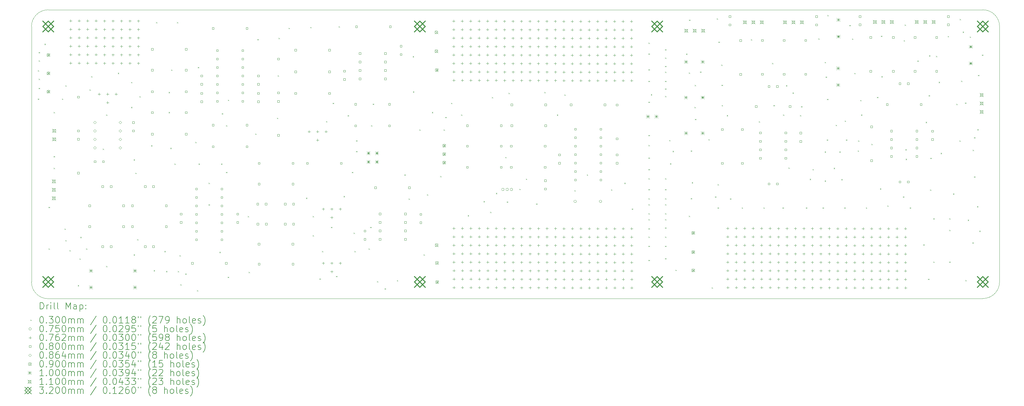
<source format=gbr>
%TF.GenerationSoftware,KiCad,Pcbnew,8.0.4*%
%TF.CreationDate,2024-10-07T12:43:49-04:00*%
%TF.ProjectId,Signal_Processing_Board,5369676e-616c-45f5-9072-6f6365737369,rev?*%
%TF.SameCoordinates,Original*%
%TF.FileFunction,Drillmap*%
%TF.FilePolarity,Positive*%
%FSLAX45Y45*%
G04 Gerber Fmt 4.5, Leading zero omitted, Abs format (unit mm)*
G04 Created by KiCad (PCBNEW 8.0.4) date 2024-10-07 12:43:49*
%MOMM*%
%LPD*%
G01*
G04 APERTURE LIST*
%ADD10C,0.050000*%
%ADD11C,0.200000*%
%ADD12C,0.100000*%
%ADD13C,0.110000*%
%ADD14C,0.320000*%
G04 APERTURE END LIST*
D10*
X36670000Y-10350000D02*
X36670000Y-18020000D01*
X8122000Y-18525000D02*
G75*
G02*
X7622000Y-18025000I0J500000D01*
G01*
X36670000Y-18020000D02*
G75*
G02*
X36170000Y-18520000I-500000J0D01*
G01*
X7622000Y-10350000D02*
G75*
G02*
X8122000Y-9850000I500000J0D01*
G01*
X8122000Y-9850000D02*
X36170000Y-9850000D01*
X36170000Y-18520000D02*
X8122000Y-18525000D01*
X7622000Y-18025000D02*
X7622000Y-10350000D01*
X36170000Y-9850000D02*
G75*
G02*
X36670000Y-10350000I0J-500000D01*
G01*
D11*
D12*
X7813000Y-11667854D02*
X7843000Y-11697854D01*
X7843000Y-11667854D02*
X7813000Y-11697854D01*
X7813000Y-12517854D02*
X7843000Y-12547854D01*
X7843000Y-12517854D02*
X7813000Y-12547854D01*
X7838000Y-11117854D02*
X7868000Y-11147854D01*
X7868000Y-11117854D02*
X7838000Y-11147854D01*
X7838000Y-11367854D02*
X7868000Y-11397854D01*
X7868000Y-11367854D02*
X7838000Y-11397854D01*
X7838000Y-11917854D02*
X7868000Y-11947854D01*
X7868000Y-11917854D02*
X7838000Y-11947854D01*
X7838000Y-12192854D02*
X7868000Y-12222854D01*
X7868000Y-12192854D02*
X7838000Y-12222854D01*
X8013000Y-10867854D02*
X8043000Y-10897854D01*
X8043000Y-10867854D02*
X8013000Y-10897854D01*
X8138000Y-15767854D02*
X8168000Y-15797854D01*
X8168000Y-15767854D02*
X8138000Y-15797854D01*
X8138000Y-17017854D02*
X8168000Y-17047854D01*
X8168000Y-17017854D02*
X8138000Y-17047854D01*
X8288000Y-12917854D02*
X8318000Y-12947854D01*
X8318000Y-12917854D02*
X8288000Y-12947854D01*
X8288000Y-14242854D02*
X8318000Y-14272854D01*
X8318000Y-14242854D02*
X8288000Y-14272854D01*
X8288000Y-14592854D02*
X8318000Y-14622854D01*
X8318000Y-14592854D02*
X8288000Y-14622854D01*
X8538000Y-12517854D02*
X8568000Y-12547854D01*
X8568000Y-12517854D02*
X8538000Y-12547854D01*
X8613000Y-16417854D02*
X8643000Y-16447854D01*
X8643000Y-16417854D02*
X8613000Y-16447854D01*
X8638000Y-12117854D02*
X8668000Y-12147854D01*
X8668000Y-12117854D02*
X8638000Y-12147854D01*
X8638000Y-16767854D02*
X8668000Y-16797854D01*
X8668000Y-16767854D02*
X8638000Y-16797854D01*
X8763000Y-17067854D02*
X8793000Y-17097854D01*
X8793000Y-17067854D02*
X8763000Y-17097854D01*
X9013000Y-18117854D02*
X9043000Y-18147854D01*
X9043000Y-18117854D02*
X9013000Y-18147854D01*
X9063000Y-17317854D02*
X9093000Y-17347854D01*
X9093000Y-17317854D02*
X9063000Y-17347854D01*
X9088000Y-16667854D02*
X9118000Y-16697854D01*
X9118000Y-16667854D02*
X9088000Y-16697854D01*
X9263000Y-17017854D02*
X9293000Y-17047854D01*
X9293000Y-17017854D02*
X9263000Y-17047854D01*
X9363000Y-12242854D02*
X9393000Y-12272854D01*
X9393000Y-12242854D02*
X9363000Y-12272854D01*
X9413000Y-11842854D02*
X9443000Y-11872854D01*
X9443000Y-11842854D02*
X9413000Y-11872854D01*
X9763000Y-14017854D02*
X9793000Y-14047854D01*
X9793000Y-14017854D02*
X9763000Y-14047854D01*
X9863000Y-12992854D02*
X9893000Y-13022854D01*
X9893000Y-12992854D02*
X9863000Y-13022854D01*
X9863000Y-17542854D02*
X9893000Y-17572854D01*
X9893000Y-17542854D02*
X9863000Y-17572854D01*
X10213000Y-11742854D02*
X10243000Y-11772854D01*
X10243000Y-11742854D02*
X10213000Y-11772854D01*
X10613000Y-12017854D02*
X10643000Y-12047854D01*
X10643000Y-12017854D02*
X10613000Y-12047854D01*
X10613000Y-12767854D02*
X10643000Y-12797854D01*
X10643000Y-12767854D02*
X10613000Y-12797854D01*
X10688000Y-14342854D02*
X10718000Y-14372854D01*
X10718000Y-14342854D02*
X10688000Y-14372854D01*
X10688000Y-17192854D02*
X10718000Y-17222854D01*
X10718000Y-17192854D02*
X10688000Y-17222854D01*
X10738000Y-14742854D02*
X10768000Y-14772854D01*
X10768000Y-14742854D02*
X10738000Y-14772854D01*
X10795500Y-16735354D02*
X10825500Y-16765354D01*
X10825500Y-16735354D02*
X10795500Y-16765354D01*
X10863000Y-12442854D02*
X10893000Y-12472854D01*
X10893000Y-12442854D02*
X10863000Y-12472854D01*
X11213000Y-13917854D02*
X11243000Y-13947854D01*
X11243000Y-13917854D02*
X11213000Y-13947854D01*
X11288000Y-17667854D02*
X11318000Y-17697854D01*
X11318000Y-17667854D02*
X11288000Y-17697854D01*
X11363000Y-10217854D02*
X11393000Y-10247854D01*
X11393000Y-10217854D02*
X11363000Y-10247854D01*
X11613000Y-17092854D02*
X11643000Y-17122854D01*
X11643000Y-17092854D02*
X11613000Y-17122854D01*
X11663000Y-17692854D02*
X11693000Y-17722854D01*
X11693000Y-17692854D02*
X11663000Y-17722854D01*
X11738000Y-12317854D02*
X11768000Y-12347854D01*
X11768000Y-12317854D02*
X11738000Y-12347854D01*
X11738000Y-12917854D02*
X11768000Y-12947854D01*
X11768000Y-12917854D02*
X11738000Y-12947854D01*
X11788000Y-13992854D02*
X11818000Y-14022854D01*
X11818000Y-13992854D02*
X11788000Y-14022854D01*
X11813000Y-11642854D02*
X11843000Y-11672854D01*
X11843000Y-11642854D02*
X11813000Y-11672854D01*
X11913000Y-14467854D02*
X11943000Y-14497854D01*
X11943000Y-14467854D02*
X11913000Y-14497854D01*
X11988000Y-10217854D02*
X12018000Y-10247854D01*
X12018000Y-10217854D02*
X11988000Y-10247854D01*
X12013000Y-17692854D02*
X12043000Y-17722854D01*
X12043000Y-17692854D02*
X12013000Y-17722854D01*
X12063000Y-17217854D02*
X12093000Y-17247854D01*
X12093000Y-17217854D02*
X12063000Y-17247854D01*
X12088000Y-18092854D02*
X12118000Y-18122854D01*
X12118000Y-18092854D02*
X12088000Y-18122854D01*
X12238000Y-17767854D02*
X12268000Y-17797854D01*
X12268000Y-17767854D02*
X12238000Y-17797854D01*
X12538000Y-13817854D02*
X12568000Y-13847854D01*
X12568000Y-13817854D02*
X12538000Y-13847854D01*
X12588000Y-18267854D02*
X12618000Y-18297854D01*
X12618000Y-18267854D02*
X12588000Y-18297854D01*
X12613000Y-11567854D02*
X12643000Y-11597854D01*
X12643000Y-11567854D02*
X12613000Y-11597854D01*
X12638000Y-14467854D02*
X12668000Y-14497854D01*
X12668000Y-14467854D02*
X12638000Y-14497854D01*
X12938000Y-15042854D02*
X12968000Y-15072854D01*
X12968000Y-15042854D02*
X12938000Y-15072854D01*
X12938000Y-15692854D02*
X12968000Y-15722854D01*
X12968000Y-15692854D02*
X12938000Y-15722854D01*
X13263000Y-17117854D02*
X13293000Y-17147854D01*
X13293000Y-17117854D02*
X13263000Y-17147854D01*
X13313000Y-14467854D02*
X13343000Y-14497854D01*
X13343000Y-14467854D02*
X13313000Y-14497854D01*
X13333000Y-12958000D02*
X13363000Y-12988000D01*
X13363000Y-12958000D02*
X13333000Y-12988000D01*
X13463000Y-13317854D02*
X13493000Y-13347854D01*
X13493000Y-13317854D02*
X13463000Y-13347854D01*
X13463000Y-14717854D02*
X13493000Y-14747854D01*
X13493000Y-14717854D02*
X13463000Y-14747854D01*
X13513000Y-17867854D02*
X13543000Y-17897854D01*
X13543000Y-17867854D02*
X13513000Y-17897854D01*
X13516000Y-12552000D02*
X13546000Y-12582000D01*
X13546000Y-12552000D02*
X13516000Y-12582000D01*
X14113000Y-16042854D02*
X14143000Y-16072854D01*
X14143000Y-16042854D02*
X14113000Y-16072854D01*
X14138000Y-17717854D02*
X14168000Y-17747854D01*
X14168000Y-17717854D02*
X14138000Y-17747854D01*
X14338000Y-13567854D02*
X14368000Y-13597854D01*
X14368000Y-13567854D02*
X14338000Y-13597854D01*
X14400500Y-10730354D02*
X14430500Y-10760354D01*
X14430500Y-10730354D02*
X14400500Y-10760354D01*
X14988000Y-13092854D02*
X15018000Y-13122854D01*
X15018000Y-13092854D02*
X14988000Y-13122854D01*
X15013000Y-11817854D02*
X15043000Y-11847854D01*
X15043000Y-11817854D02*
X15013000Y-11847854D01*
X15038000Y-10692854D02*
X15068000Y-10722854D01*
X15068000Y-10692854D02*
X15038000Y-10722854D01*
X15338000Y-10392854D02*
X15368000Y-10422854D01*
X15368000Y-10392854D02*
X15338000Y-10422854D01*
X15863000Y-15492854D02*
X15893000Y-15522854D01*
X15893000Y-15492854D02*
X15863000Y-15522854D01*
X15988000Y-10367854D02*
X16018000Y-10397854D01*
X16018000Y-10367854D02*
X15988000Y-10397854D01*
X16063000Y-16042854D02*
X16093000Y-16072854D01*
X16093000Y-16042854D02*
X16063000Y-16072854D01*
X16063000Y-16617854D02*
X16093000Y-16647854D01*
X16093000Y-16617854D02*
X16063000Y-16647854D01*
X16263000Y-17917854D02*
X16293000Y-17947854D01*
X16293000Y-17917854D02*
X16263000Y-17947854D01*
X16338000Y-17092854D02*
X16368000Y-17122854D01*
X16368000Y-17092854D02*
X16338000Y-17122854D01*
X16463000Y-13192854D02*
X16493000Y-13222854D01*
X16493000Y-13192854D02*
X16463000Y-13222854D01*
X16613000Y-16367854D02*
X16643000Y-16397854D01*
X16643000Y-16367854D02*
X16613000Y-16397854D01*
X16663000Y-12642854D02*
X16693000Y-12672854D01*
X16693000Y-12642854D02*
X16663000Y-12672854D01*
X16763000Y-17842854D02*
X16793000Y-17872854D01*
X16793000Y-17842854D02*
X16763000Y-17872854D01*
X16838000Y-10342854D02*
X16868000Y-10372854D01*
X16868000Y-10342854D02*
X16838000Y-10372854D01*
X16988000Y-15442854D02*
X17018000Y-15472854D01*
X17018000Y-15442854D02*
X16988000Y-15472854D01*
X17113000Y-13017854D02*
X17143000Y-13047854D01*
X17143000Y-13017854D02*
X17113000Y-13047854D01*
X17238000Y-14717854D02*
X17268000Y-14747854D01*
X17268000Y-14717854D02*
X17238000Y-14747854D01*
X17288000Y-16542854D02*
X17318000Y-16572854D01*
X17318000Y-16542854D02*
X17288000Y-16572854D01*
X17313000Y-17092854D02*
X17343000Y-17122854D01*
X17343000Y-17092854D02*
X17313000Y-17122854D01*
X17363000Y-13767854D02*
X17393000Y-13797854D01*
X17393000Y-13767854D02*
X17363000Y-13797854D01*
X17363000Y-14092854D02*
X17393000Y-14122854D01*
X17393000Y-14092854D02*
X17363000Y-14122854D01*
X17738000Y-17017854D02*
X17768000Y-17047854D01*
X17768000Y-17017854D02*
X17738000Y-17047854D01*
X17788000Y-16367854D02*
X17818000Y-16397854D01*
X17818000Y-16367854D02*
X17788000Y-16397854D01*
X17813000Y-13317854D02*
X17843000Y-13347854D01*
X17843000Y-13317854D02*
X17813000Y-13347854D01*
X17863000Y-12667854D02*
X17893000Y-12697854D01*
X17893000Y-12667854D02*
X17863000Y-12697854D01*
X17991000Y-17996854D02*
X18021000Y-18026854D01*
X18021000Y-17996854D02*
X17991000Y-18026854D01*
X18222000Y-18212854D02*
X18252000Y-18242854D01*
X18252000Y-18212854D02*
X18222000Y-18242854D01*
X18588000Y-17967854D02*
X18618000Y-17997854D01*
X18618000Y-17967854D02*
X18588000Y-17997854D01*
X18813000Y-14792854D02*
X18843000Y-14822854D01*
X18843000Y-14792854D02*
X18813000Y-14822854D01*
X18938000Y-15517854D02*
X18968000Y-15547854D01*
X18968000Y-15517854D02*
X18938000Y-15547854D01*
X19063000Y-11242854D02*
X19093000Y-11272854D01*
X19093000Y-11242854D02*
X19063000Y-11272854D01*
X19071363Y-12301216D02*
X19101363Y-12331216D01*
X19101363Y-12301216D02*
X19071363Y-12331216D01*
X19263000Y-13442854D02*
X19293000Y-13472854D01*
X19293000Y-13442854D02*
X19263000Y-13472854D01*
X19388000Y-17192854D02*
X19418000Y-17222854D01*
X19418000Y-17192854D02*
X19388000Y-17222854D01*
X19488000Y-15392854D02*
X19518000Y-15422854D01*
X19518000Y-15392854D02*
X19488000Y-15422854D01*
X19638000Y-12917854D02*
X19668000Y-12947854D01*
X19668000Y-12917854D02*
X19638000Y-12947854D01*
X19888000Y-14842854D02*
X19918000Y-14872854D01*
X19918000Y-14842854D02*
X19888000Y-14872854D01*
X19988000Y-13442854D02*
X20018000Y-13472854D01*
X20018000Y-13442854D02*
X19988000Y-13472854D01*
X20038000Y-13067854D02*
X20068000Y-13097854D01*
X20068000Y-13067854D02*
X20038000Y-13097854D01*
X20213000Y-12642854D02*
X20243000Y-12672854D01*
X20243000Y-12642854D02*
X20213000Y-12672854D01*
X20513000Y-12992854D02*
X20543000Y-13022854D01*
X20543000Y-12992854D02*
X20513000Y-13022854D01*
X20713000Y-16017854D02*
X20743000Y-16047854D01*
X20743000Y-16017854D02*
X20713000Y-16047854D01*
X21188000Y-15592854D02*
X21218000Y-15622854D01*
X21218000Y-15592854D02*
X21188000Y-15622854D01*
X21388000Y-15917854D02*
X21418000Y-15947854D01*
X21418000Y-15917854D02*
X21388000Y-15947854D01*
X21438000Y-12467854D02*
X21468000Y-12497854D01*
X21468000Y-12467854D02*
X21438000Y-12497854D01*
X21560000Y-15348000D02*
X21590000Y-15378000D01*
X21590000Y-15348000D02*
X21560000Y-15378000D01*
X21838000Y-14267854D02*
X21868000Y-14297854D01*
X21868000Y-14267854D02*
X21838000Y-14297854D01*
X21885000Y-15605000D02*
X21915000Y-15635000D01*
X21915000Y-15605000D02*
X21885000Y-15635000D01*
X21938000Y-12342854D02*
X21968000Y-12372854D01*
X21968000Y-12342854D02*
X21938000Y-12372854D01*
X22263000Y-15226000D02*
X22293000Y-15256000D01*
X22293000Y-15226000D02*
X22263000Y-15256000D01*
X22456000Y-14920000D02*
X22486000Y-14950000D01*
X22486000Y-14920000D02*
X22456000Y-14950000D01*
X22768000Y-15667854D02*
X22798000Y-15697854D01*
X22798000Y-15667854D02*
X22768000Y-15697854D01*
X23013000Y-12317854D02*
X23043000Y-12347854D01*
X23043000Y-12317854D02*
X23013000Y-12347854D01*
X23388000Y-12992854D02*
X23418000Y-13022854D01*
X23418000Y-12992854D02*
X23388000Y-13022854D01*
X23613000Y-12392854D02*
X23643000Y-12422854D01*
X23643000Y-12392854D02*
X23613000Y-12422854D01*
X23913000Y-15267854D02*
X23943000Y-15297854D01*
X23943000Y-15267854D02*
X23913000Y-15297854D01*
X24288000Y-14792854D02*
X24318000Y-14822854D01*
X24318000Y-14792854D02*
X24288000Y-14822854D01*
X25013000Y-15242854D02*
X25043000Y-15272854D01*
X25043000Y-15242854D02*
X25013000Y-15272854D01*
X25413000Y-15042854D02*
X25443000Y-15072854D01*
X25443000Y-15042854D02*
X25413000Y-15072854D01*
X25638000Y-15817854D02*
X25668000Y-15847854D01*
X25668000Y-15817854D02*
X25638000Y-15847854D01*
X26135000Y-10835000D02*
X26165000Y-10865000D01*
X26165000Y-10835000D02*
X26135000Y-10865000D01*
X26135000Y-11160000D02*
X26165000Y-11190000D01*
X26165000Y-11160000D02*
X26135000Y-11190000D01*
X26135000Y-11635000D02*
X26165000Y-11665000D01*
X26165000Y-11635000D02*
X26135000Y-11665000D01*
X26135000Y-11985000D02*
X26165000Y-12015000D01*
X26165000Y-11985000D02*
X26135000Y-12015000D01*
X26135000Y-12610000D02*
X26165000Y-12640000D01*
X26165000Y-12610000D02*
X26135000Y-12640000D01*
X26135000Y-13610000D02*
X26165000Y-13640000D01*
X26165000Y-13610000D02*
X26135000Y-13640000D01*
X26135000Y-13910000D02*
X26165000Y-13940000D01*
X26165000Y-13910000D02*
X26135000Y-13940000D01*
X26135000Y-14285000D02*
X26165000Y-14315000D01*
X26165000Y-14285000D02*
X26135000Y-14315000D01*
X26135000Y-14635000D02*
X26165000Y-14665000D01*
X26165000Y-14635000D02*
X26135000Y-14665000D01*
X26135000Y-14910000D02*
X26165000Y-14940000D01*
X26165000Y-14910000D02*
X26135000Y-14940000D01*
X26135000Y-15235000D02*
X26165000Y-15265000D01*
X26165000Y-15235000D02*
X26135000Y-15265000D01*
X26135000Y-15510000D02*
X26165000Y-15540000D01*
X26165000Y-15510000D02*
X26135000Y-15540000D01*
X26135000Y-15685000D02*
X26165000Y-15715000D01*
X26165000Y-15685000D02*
X26135000Y-15715000D01*
X26135000Y-15960000D02*
X26165000Y-15990000D01*
X26165000Y-15960000D02*
X26135000Y-15990000D01*
X26135000Y-16135000D02*
X26165000Y-16165000D01*
X26165000Y-16135000D02*
X26135000Y-16165000D01*
X26135000Y-16410000D02*
X26165000Y-16440000D01*
X26165000Y-16410000D02*
X26135000Y-16440000D01*
X26135000Y-16660000D02*
X26165000Y-16690000D01*
X26165000Y-16660000D02*
X26135000Y-16690000D01*
X26135000Y-16935000D02*
X26165000Y-16965000D01*
X26165000Y-16935000D02*
X26135000Y-16965000D01*
X26135000Y-17360000D02*
X26165000Y-17390000D01*
X26165000Y-17360000D02*
X26135000Y-17390000D01*
X26210000Y-12385000D02*
X26240000Y-12415000D01*
X26240000Y-12385000D02*
X26210000Y-12415000D01*
X26635000Y-11035000D02*
X26665000Y-11065000D01*
X26665000Y-11035000D02*
X26635000Y-11065000D01*
X26635000Y-11285000D02*
X26665000Y-11315000D01*
X26665000Y-11285000D02*
X26635000Y-11315000D01*
X26635000Y-11535000D02*
X26665000Y-11565000D01*
X26665000Y-11535000D02*
X26635000Y-11565000D01*
X26635000Y-11710000D02*
X26665000Y-11740000D01*
X26665000Y-11710000D02*
X26635000Y-11740000D01*
X26635000Y-11985000D02*
X26665000Y-12015000D01*
X26665000Y-11985000D02*
X26635000Y-12015000D01*
X26635000Y-12210000D02*
X26665000Y-12240000D01*
X26665000Y-12210000D02*
X26635000Y-12240000D01*
X26635000Y-12435000D02*
X26665000Y-12465000D01*
X26665000Y-12435000D02*
X26635000Y-12465000D01*
X26635000Y-14910000D02*
X26665000Y-14940000D01*
X26665000Y-14910000D02*
X26635000Y-14940000D01*
X26635000Y-15235000D02*
X26665000Y-15265000D01*
X26665000Y-15235000D02*
X26635000Y-15265000D01*
X26635000Y-15510000D02*
X26665000Y-15540000D01*
X26665000Y-15510000D02*
X26635000Y-15540000D01*
X26635000Y-15685000D02*
X26665000Y-15715000D01*
X26665000Y-15685000D02*
X26635000Y-15715000D01*
X26635000Y-15960000D02*
X26665000Y-15990000D01*
X26665000Y-15960000D02*
X26635000Y-15990000D01*
X26635000Y-16135000D02*
X26665000Y-16165000D01*
X26665000Y-16135000D02*
X26635000Y-16165000D01*
X26635000Y-16385000D02*
X26665000Y-16415000D01*
X26665000Y-16385000D02*
X26635000Y-16415000D01*
X26635000Y-16660000D02*
X26665000Y-16690000D01*
X26665000Y-16660000D02*
X26635000Y-16690000D01*
X26635000Y-16935000D02*
X26665000Y-16965000D01*
X26665000Y-16935000D02*
X26635000Y-16965000D01*
X26635000Y-17310000D02*
X26665000Y-17340000D01*
X26665000Y-17310000D02*
X26635000Y-17340000D01*
X26760000Y-13760000D02*
X26790000Y-13790000D01*
X26790000Y-13760000D02*
X26760000Y-13790000D01*
X26785000Y-14460000D02*
X26815000Y-14490000D01*
X26815000Y-14460000D02*
X26785000Y-14490000D01*
X26860000Y-14085000D02*
X26890000Y-14115000D01*
X26890000Y-14085000D02*
X26860000Y-14115000D01*
X26945000Y-17655000D02*
X26975000Y-17685000D01*
X26975000Y-17655000D02*
X26945000Y-17685000D01*
X27265000Y-11165000D02*
X27295000Y-11195000D01*
X27295000Y-11165000D02*
X27265000Y-11195000D01*
X27345000Y-11735000D02*
X27375000Y-11765000D01*
X27375000Y-11735000D02*
X27345000Y-11765000D01*
X27345000Y-16035000D02*
X27375000Y-16065000D01*
X27375000Y-16035000D02*
X27345000Y-16065000D01*
X27355000Y-10145000D02*
X27385000Y-10175000D01*
X27385000Y-10145000D02*
X27355000Y-10175000D01*
X27405000Y-14075000D02*
X27435000Y-14105000D01*
X27435000Y-14075000D02*
X27405000Y-14105000D01*
X27405000Y-15505000D02*
X27435000Y-15535000D01*
X27435000Y-15505000D02*
X27405000Y-15535000D01*
X27435000Y-15025000D02*
X27465000Y-15055000D01*
X27465000Y-15025000D02*
X27435000Y-15055000D01*
X27515000Y-12765000D02*
X27545000Y-12795000D01*
X27545000Y-12765000D02*
X27515000Y-12795000D01*
X27525000Y-12105000D02*
X27555000Y-12135000D01*
X27555000Y-12105000D02*
X27525000Y-12135000D01*
X27535000Y-13125000D02*
X27565000Y-13155000D01*
X27565000Y-13125000D02*
X27535000Y-13155000D01*
X27685000Y-11705000D02*
X27715000Y-11735000D01*
X27715000Y-11705000D02*
X27685000Y-11735000D01*
X27935000Y-13735000D02*
X27965000Y-13765000D01*
X27965000Y-13735000D02*
X27935000Y-13765000D01*
X28035000Y-18185000D02*
X28065000Y-18215000D01*
X28065000Y-18185000D02*
X28035000Y-18215000D01*
X28135000Y-15455000D02*
X28165000Y-15485000D01*
X28165000Y-15455000D02*
X28135000Y-15485000D01*
X28185000Y-10110000D02*
X28215000Y-10140000D01*
X28215000Y-10110000D02*
X28185000Y-10140000D01*
X28210000Y-15085000D02*
X28240000Y-15115000D01*
X28240000Y-15085000D02*
X28210000Y-15115000D01*
X28210000Y-15785000D02*
X28240000Y-15815000D01*
X28240000Y-15785000D02*
X28210000Y-15815000D01*
X28235000Y-10805000D02*
X28265000Y-10835000D01*
X28265000Y-10805000D02*
X28235000Y-10835000D01*
X28320000Y-11495000D02*
X28350000Y-11525000D01*
X28350000Y-11495000D02*
X28320000Y-11525000D01*
X28330000Y-12100000D02*
X28360000Y-12130000D01*
X28360000Y-12100000D02*
X28330000Y-12130000D01*
X28335000Y-12710000D02*
X28365000Y-12740000D01*
X28365000Y-12710000D02*
X28335000Y-12740000D01*
X28485000Y-13010000D02*
X28515000Y-13040000D01*
X28515000Y-13010000D02*
X28485000Y-13040000D01*
X28585000Y-15515000D02*
X28615000Y-15545000D01*
X28615000Y-15515000D02*
X28585000Y-15545000D01*
X28935000Y-15785000D02*
X28965000Y-15815000D01*
X28965000Y-15785000D02*
X28935000Y-15815000D01*
X29210000Y-10735000D02*
X29240000Y-10765000D01*
X29240000Y-10735000D02*
X29210000Y-10765000D01*
X29447500Y-13197500D02*
X29477500Y-13227500D01*
X29477500Y-13197500D02*
X29447500Y-13227500D01*
X29585000Y-15785000D02*
X29615000Y-15815000D01*
X29615000Y-15785000D02*
X29585000Y-15815000D01*
X29845000Y-11445000D02*
X29875000Y-11475000D01*
X29875000Y-11445000D02*
X29845000Y-11475000D01*
X29885000Y-12710000D02*
X29915000Y-12740000D01*
X29915000Y-12710000D02*
X29885000Y-12740000D01*
X30160000Y-15785000D02*
X30190000Y-15815000D01*
X30190000Y-15785000D02*
X30160000Y-15815000D01*
X30175000Y-12995000D02*
X30205000Y-13025000D01*
X30205000Y-12995000D02*
X30175000Y-13025000D01*
X30265000Y-12115000D02*
X30295000Y-12145000D01*
X30295000Y-12115000D02*
X30265000Y-12145000D01*
X30335000Y-14585000D02*
X30365000Y-14615000D01*
X30365000Y-14585000D02*
X30335000Y-14615000D01*
X30460000Y-12335000D02*
X30490000Y-12365000D01*
X30490000Y-12335000D02*
X30460000Y-12365000D01*
X30685000Y-13010000D02*
X30715000Y-13040000D01*
X30715000Y-13010000D02*
X30685000Y-13040000D01*
X30715000Y-12745000D02*
X30745000Y-12775000D01*
X30745000Y-12745000D02*
X30715000Y-12775000D01*
X30860000Y-15785000D02*
X30890000Y-15815000D01*
X30890000Y-15785000D02*
X30860000Y-15815000D01*
X30975000Y-14925000D02*
X31005000Y-14955000D01*
X31005000Y-14925000D02*
X30975000Y-14955000D01*
X31060000Y-14635000D02*
X31090000Y-14665000D01*
X31090000Y-14635000D02*
X31060000Y-14665000D01*
X31235000Y-10710000D02*
X31265000Y-10740000D01*
X31265000Y-10710000D02*
X31235000Y-10740000D01*
X31360000Y-15785000D02*
X31390000Y-15815000D01*
X31390000Y-15785000D02*
X31360000Y-15815000D01*
X31425000Y-11415000D02*
X31455000Y-11445000D01*
X31455000Y-11415000D02*
X31425000Y-11445000D01*
X31425000Y-14105000D02*
X31455000Y-14135000D01*
X31455000Y-14105000D02*
X31425000Y-14135000D01*
X31425000Y-14975000D02*
X31455000Y-15005000D01*
X31455000Y-14975000D02*
X31425000Y-15005000D01*
X31455000Y-11855000D02*
X31485000Y-11885000D01*
X31485000Y-11855000D02*
X31455000Y-11885000D01*
X31485000Y-13745000D02*
X31515000Y-13775000D01*
X31515000Y-13745000D02*
X31485000Y-13775000D01*
X31495000Y-12525000D02*
X31525000Y-12555000D01*
X31525000Y-12525000D02*
X31495000Y-12555000D01*
X31505000Y-10005000D02*
X31535000Y-10035000D01*
X31535000Y-10005000D02*
X31505000Y-10035000D01*
X31695000Y-14595000D02*
X31725000Y-14625000D01*
X31725000Y-14595000D02*
X31695000Y-14625000D01*
X31755000Y-13305000D02*
X31785000Y-13335000D01*
X31785000Y-13305000D02*
X31755000Y-13335000D01*
X31865000Y-14105000D02*
X31895000Y-14135000D01*
X31895000Y-14105000D02*
X31865000Y-14135000D01*
X31925000Y-14935000D02*
X31955000Y-14965000D01*
X31955000Y-14935000D02*
X31925000Y-14965000D01*
X32010000Y-15785000D02*
X32040000Y-15815000D01*
X32040000Y-15785000D02*
X32010000Y-15815000D01*
X32025000Y-13175000D02*
X32055000Y-13205000D01*
X32055000Y-13175000D02*
X32025000Y-13205000D01*
X32065000Y-13745000D02*
X32095000Y-13775000D01*
X32095000Y-13745000D02*
X32065000Y-13775000D01*
X32165000Y-10305000D02*
X32195000Y-10335000D01*
X32195000Y-10305000D02*
X32165000Y-10335000D01*
X32245000Y-10715000D02*
X32275000Y-10745000D01*
X32275000Y-10715000D02*
X32245000Y-10745000D01*
X32314000Y-11747645D02*
X32344000Y-11777645D01*
X32344000Y-11747645D02*
X32314000Y-11777645D01*
X32415000Y-14075000D02*
X32445000Y-14105000D01*
X32445000Y-14075000D02*
X32415000Y-14105000D01*
X32425000Y-13775000D02*
X32455000Y-13805000D01*
X32455000Y-13775000D02*
X32425000Y-13805000D01*
X32489000Y-12558000D02*
X32519000Y-12588000D01*
X32519000Y-12558000D02*
X32489000Y-12588000D01*
X32515000Y-12995000D02*
X32545000Y-13025000D01*
X32545000Y-12995000D02*
X32515000Y-13025000D01*
X32660000Y-15785000D02*
X32690000Y-15815000D01*
X32690000Y-15785000D02*
X32660000Y-15815000D01*
X32825000Y-13875000D02*
X32855000Y-13905000D01*
X32855000Y-13875000D02*
X32825000Y-13905000D01*
X32995000Y-12465000D02*
X33025000Y-12495000D01*
X33025000Y-12465000D02*
X32995000Y-12495000D01*
X33085000Y-15215000D02*
X33115000Y-15245000D01*
X33115000Y-15215000D02*
X33085000Y-15245000D01*
X33114000Y-10627000D02*
X33144000Y-10657000D01*
X33144000Y-10627000D02*
X33114000Y-10657000D01*
X33125000Y-11845000D02*
X33155000Y-11875000D01*
X33155000Y-11845000D02*
X33125000Y-11875000D01*
X33305000Y-15725000D02*
X33335000Y-15755000D01*
X33335000Y-15725000D02*
X33305000Y-15755000D01*
X33775000Y-15455000D02*
X33805000Y-15485000D01*
X33805000Y-15455000D02*
X33775000Y-15485000D01*
X33795000Y-10765000D02*
X33825000Y-10795000D01*
X33825000Y-10765000D02*
X33795000Y-10795000D01*
X33825000Y-10295000D02*
X33855000Y-10325000D01*
X33855000Y-10295000D02*
X33825000Y-10325000D01*
X33845000Y-14035000D02*
X33875000Y-14065000D01*
X33875000Y-14035000D02*
X33845000Y-14065000D01*
X33855000Y-14325000D02*
X33885000Y-14355000D01*
X33885000Y-14325000D02*
X33855000Y-14355000D01*
X33975000Y-15785000D02*
X34005000Y-15815000D01*
X34005000Y-15785000D02*
X33975000Y-15815000D01*
X34205000Y-11375000D02*
X34235000Y-11405000D01*
X34235000Y-11375000D02*
X34205000Y-11405000D01*
X34385000Y-16895000D02*
X34415000Y-16925000D01*
X34415000Y-16895000D02*
X34385000Y-16925000D01*
X34455000Y-13215000D02*
X34485000Y-13245000D01*
X34485000Y-13215000D02*
X34455000Y-13245000D01*
X34525000Y-17925000D02*
X34555000Y-17955000D01*
X34555000Y-17925000D02*
X34525000Y-17955000D01*
X34545000Y-12415000D02*
X34575000Y-12445000D01*
X34575000Y-12415000D02*
X34545000Y-12445000D01*
X34555000Y-11215000D02*
X34585000Y-11245000D01*
X34585000Y-11215000D02*
X34555000Y-11245000D01*
X34585000Y-15245000D02*
X34615000Y-15275000D01*
X34615000Y-15245000D02*
X34585000Y-15275000D01*
X34595000Y-14295000D02*
X34625000Y-14325000D01*
X34625000Y-14295000D02*
X34595000Y-14325000D01*
X34685000Y-16110000D02*
X34715000Y-16140000D01*
X34715000Y-16110000D02*
X34685000Y-16140000D01*
X34685000Y-17410000D02*
X34715000Y-17440000D01*
X34715000Y-17410000D02*
X34685000Y-17440000D01*
X34764000Y-11233000D02*
X34794000Y-11263000D01*
X34794000Y-11233000D02*
X34764000Y-11263000D01*
X34845000Y-12015000D02*
X34875000Y-12045000D01*
X34875000Y-12015000D02*
X34845000Y-12045000D01*
X34905000Y-14145000D02*
X34935000Y-14175000D01*
X34935000Y-14145000D02*
X34905000Y-14175000D01*
X35115000Y-10635000D02*
X35145000Y-10665000D01*
X35145000Y-10635000D02*
X35115000Y-10665000D01*
X35160000Y-16110000D02*
X35190000Y-16140000D01*
X35190000Y-16110000D02*
X35160000Y-16140000D01*
X35160000Y-16460000D02*
X35190000Y-16490000D01*
X35190000Y-16460000D02*
X35160000Y-16490000D01*
X35160000Y-17410000D02*
X35190000Y-17440000D01*
X35190000Y-17410000D02*
X35160000Y-17440000D01*
X35275000Y-15365000D02*
X35305000Y-15395000D01*
X35305000Y-15365000D02*
X35275000Y-15395000D01*
X35375000Y-12675000D02*
X35405000Y-12705000D01*
X35405000Y-12675000D02*
X35375000Y-12705000D01*
X35465000Y-13775000D02*
X35495000Y-13805000D01*
X35495000Y-13775000D02*
X35465000Y-13805000D01*
X35475000Y-10125000D02*
X35505000Y-10155000D01*
X35505000Y-10125000D02*
X35475000Y-10155000D01*
X35515000Y-11980000D02*
X35545000Y-12010000D01*
X35545000Y-11980000D02*
X35515000Y-12010000D01*
X35565000Y-10505000D02*
X35595000Y-10535000D01*
X35595000Y-10505000D02*
X35565000Y-10535000D01*
X35635000Y-12635000D02*
X35665000Y-12665000D01*
X35665000Y-12635000D02*
X35635000Y-12665000D01*
X35645000Y-17965000D02*
X35675000Y-17995000D01*
X35675000Y-17965000D02*
X35645000Y-17995000D01*
X35715000Y-16155000D02*
X35745000Y-16185000D01*
X35745000Y-16155000D02*
X35715000Y-16185000D01*
X35775000Y-10655000D02*
X35805000Y-10685000D01*
X35805000Y-10655000D02*
X35775000Y-10685000D01*
X35855000Y-16835000D02*
X35885000Y-16865000D01*
X35885000Y-16835000D02*
X35855000Y-16865000D01*
X35865000Y-14055000D02*
X35895000Y-14085000D01*
X35895000Y-14055000D02*
X35865000Y-14085000D01*
X35905000Y-13675000D02*
X35935000Y-13705000D01*
X35935000Y-13675000D02*
X35905000Y-13705000D01*
X35905000Y-14855000D02*
X35935000Y-14885000D01*
X35935000Y-14855000D02*
X35905000Y-14885000D01*
X35995000Y-15745000D02*
X36025000Y-15775000D01*
X36025000Y-15745000D02*
X35995000Y-15775000D01*
X36005000Y-13435000D02*
X36035000Y-13465000D01*
X36035000Y-13435000D02*
X36005000Y-13465000D01*
X36025000Y-11805000D02*
X36055000Y-11835000D01*
X36055000Y-11805000D02*
X36025000Y-11835000D01*
X36065000Y-16485000D02*
X36095000Y-16515000D01*
X36095000Y-16485000D02*
X36065000Y-16515000D01*
X36145000Y-11195000D02*
X36175000Y-11225000D01*
X36175000Y-11195000D02*
X36145000Y-11225000D01*
X21804500Y-15244000D02*
G75*
G02*
X21729500Y-15244000I-37500J0D01*
G01*
X21729500Y-15244000D02*
G75*
G02*
X21804500Y-15244000I37500J0D01*
G01*
X21931500Y-15244000D02*
G75*
G02*
X21856500Y-15244000I-37500J0D01*
G01*
X21856500Y-15244000D02*
G75*
G02*
X21931500Y-15244000I37500J0D01*
G01*
X22058500Y-15244000D02*
G75*
G02*
X21983500Y-15244000I-37500J0D01*
G01*
X21983500Y-15244000D02*
G75*
G02*
X22058500Y-15244000I37500J0D01*
G01*
X23971500Y-15602354D02*
G75*
G02*
X23896500Y-15602354I-37500J0D01*
G01*
X23896500Y-15602354D02*
G75*
G02*
X23971500Y-15602354I37500J0D01*
G01*
X24733500Y-15602354D02*
G75*
G02*
X24658500Y-15602354I-37500J0D01*
G01*
X24658500Y-15602354D02*
G75*
G02*
X24733500Y-15602354I37500J0D01*
G01*
X8796000Y-10140754D02*
X8796000Y-10216954D01*
X8757900Y-10178854D02*
X8834100Y-10178854D01*
X8796000Y-10648754D02*
X8796000Y-10724954D01*
X8757900Y-10686854D02*
X8834100Y-10686854D01*
X8797000Y-10394754D02*
X8797000Y-10470954D01*
X8758900Y-10432854D02*
X8835100Y-10432854D01*
X8797000Y-10902754D02*
X8797000Y-10978954D01*
X8758900Y-10940854D02*
X8835100Y-10940854D01*
X8797000Y-11156754D02*
X8797000Y-11232954D01*
X8758900Y-11194854D02*
X8835100Y-11194854D01*
X8798000Y-11410754D02*
X8798000Y-11486954D01*
X8759900Y-11448854D02*
X8836100Y-11448854D01*
X9050000Y-10140754D02*
X9050000Y-10216954D01*
X9011900Y-10178854D02*
X9088100Y-10178854D01*
X9050000Y-10648754D02*
X9050000Y-10724954D01*
X9011900Y-10686854D02*
X9088100Y-10686854D01*
X9051000Y-10394754D02*
X9051000Y-10470954D01*
X9012900Y-10432854D02*
X9089100Y-10432854D01*
X9051000Y-10902754D02*
X9051000Y-10978954D01*
X9012900Y-10940854D02*
X9089100Y-10940854D01*
X9051000Y-11156754D02*
X9051000Y-11232954D01*
X9012900Y-11194854D02*
X9089100Y-11194854D01*
X9052000Y-11410754D02*
X9052000Y-11486954D01*
X9013900Y-11448854D02*
X9090100Y-11448854D01*
X9304000Y-10140754D02*
X9304000Y-10216954D01*
X9265900Y-10178854D02*
X9342100Y-10178854D01*
X9304000Y-10648754D02*
X9304000Y-10724954D01*
X9265900Y-10686854D02*
X9342100Y-10686854D01*
X9305000Y-10394754D02*
X9305000Y-10470954D01*
X9266900Y-10432854D02*
X9343100Y-10432854D01*
X9305000Y-10902754D02*
X9305000Y-10978954D01*
X9266900Y-10940854D02*
X9343100Y-10940854D01*
X9305000Y-11156754D02*
X9305000Y-11232954D01*
X9266900Y-11194854D02*
X9343100Y-11194854D01*
X9306000Y-11410754D02*
X9306000Y-11486954D01*
X9267900Y-11448854D02*
X9344100Y-11448854D01*
X9558000Y-10143754D02*
X9558000Y-10219954D01*
X9519900Y-10181854D02*
X9596100Y-10181854D01*
X9558000Y-10651754D02*
X9558000Y-10727954D01*
X9519900Y-10689854D02*
X9596100Y-10689854D01*
X9559000Y-10397754D02*
X9559000Y-10473954D01*
X9520900Y-10435854D02*
X9597100Y-10435854D01*
X9559000Y-10905754D02*
X9559000Y-10981954D01*
X9520900Y-10943854D02*
X9597100Y-10943854D01*
X9559000Y-11159754D02*
X9559000Y-11235954D01*
X9520900Y-11197854D02*
X9597100Y-11197854D01*
X9560000Y-11413754D02*
X9560000Y-11489954D01*
X9521900Y-11451854D02*
X9598100Y-11451854D01*
X9653000Y-12344754D02*
X9653000Y-12420954D01*
X9614900Y-12382854D02*
X9691100Y-12382854D01*
X9812000Y-10144754D02*
X9812000Y-10220954D01*
X9773900Y-10182854D02*
X9850100Y-10182854D01*
X9812000Y-10652754D02*
X9812000Y-10728954D01*
X9773900Y-10690854D02*
X9850100Y-10690854D01*
X9813000Y-10398754D02*
X9813000Y-10474954D01*
X9774900Y-10436854D02*
X9851100Y-10436854D01*
X9813000Y-10906754D02*
X9813000Y-10982954D01*
X9774900Y-10944854D02*
X9851100Y-10944854D01*
X9813000Y-11160754D02*
X9813000Y-11236954D01*
X9774900Y-11198854D02*
X9851100Y-11198854D01*
X9814000Y-11414754D02*
X9814000Y-11490954D01*
X9775900Y-11452854D02*
X9852100Y-11452854D01*
X9907000Y-12344754D02*
X9907000Y-12420954D01*
X9868900Y-12382854D02*
X9945100Y-12382854D01*
X9907000Y-12598754D02*
X9907000Y-12674954D01*
X9868900Y-12636854D02*
X9945100Y-12636854D01*
X10066000Y-10144754D02*
X10066000Y-10220954D01*
X10027900Y-10182854D02*
X10104100Y-10182854D01*
X10066000Y-10652754D02*
X10066000Y-10728954D01*
X10027900Y-10690854D02*
X10104100Y-10690854D01*
X10067000Y-10398754D02*
X10067000Y-10474954D01*
X10028900Y-10436854D02*
X10105100Y-10436854D01*
X10067000Y-10906754D02*
X10067000Y-10982954D01*
X10028900Y-10944854D02*
X10105100Y-10944854D01*
X10067000Y-11160754D02*
X10067000Y-11236954D01*
X10028900Y-11198854D02*
X10105100Y-11198854D01*
X10068000Y-11414754D02*
X10068000Y-11490954D01*
X10029900Y-11452854D02*
X10106100Y-11452854D01*
X10161000Y-12344754D02*
X10161000Y-12420954D01*
X10122900Y-12382854D02*
X10199100Y-12382854D01*
X10320000Y-10144754D02*
X10320000Y-10220954D01*
X10281900Y-10182854D02*
X10358100Y-10182854D01*
X10320000Y-10652754D02*
X10320000Y-10728954D01*
X10281900Y-10690854D02*
X10358100Y-10690854D01*
X10321000Y-10398754D02*
X10321000Y-10474954D01*
X10282900Y-10436854D02*
X10359100Y-10436854D01*
X10321000Y-10906754D02*
X10321000Y-10982954D01*
X10282900Y-10944854D02*
X10359100Y-10944854D01*
X10321000Y-11160754D02*
X10321000Y-11236954D01*
X10282900Y-11198854D02*
X10359100Y-11198854D01*
X10322000Y-11414754D02*
X10322000Y-11490954D01*
X10283900Y-11452854D02*
X10360100Y-11452854D01*
X10574000Y-10144754D02*
X10574000Y-10220954D01*
X10535900Y-10182854D02*
X10612100Y-10182854D01*
X10574000Y-10652754D02*
X10574000Y-10728954D01*
X10535900Y-10690854D02*
X10612100Y-10690854D01*
X10575000Y-10398754D02*
X10575000Y-10474954D01*
X10536900Y-10436854D02*
X10613100Y-10436854D01*
X10575000Y-10906754D02*
X10575000Y-10982954D01*
X10536900Y-10944854D02*
X10613100Y-10944854D01*
X10575000Y-11160754D02*
X10575000Y-11236954D01*
X10536900Y-11198854D02*
X10613100Y-11198854D01*
X10576000Y-11414754D02*
X10576000Y-11490954D01*
X10537900Y-11452854D02*
X10614100Y-11452854D01*
X10828000Y-10144754D02*
X10828000Y-10220954D01*
X10789900Y-10182854D02*
X10866100Y-10182854D01*
X10828000Y-10652754D02*
X10828000Y-10728954D01*
X10789900Y-10690854D02*
X10866100Y-10690854D01*
X10829000Y-10398754D02*
X10829000Y-10474954D01*
X10790900Y-10436854D02*
X10867100Y-10436854D01*
X10829000Y-10906754D02*
X10829000Y-10982954D01*
X10790900Y-10944854D02*
X10867100Y-10944854D01*
X10829000Y-11160754D02*
X10829000Y-11236954D01*
X10790900Y-11198854D02*
X10867100Y-11198854D01*
X10830000Y-11414754D02*
X10830000Y-11490954D01*
X10791900Y-11452854D02*
X10868100Y-11452854D01*
X15953000Y-13469754D02*
X15953000Y-13545954D01*
X15914900Y-13507854D02*
X15991100Y-13507854D01*
X16207000Y-13469754D02*
X16207000Y-13545954D01*
X16168900Y-13507854D02*
X16245100Y-13507854D01*
X16207000Y-13723754D02*
X16207000Y-13799954D01*
X16168900Y-13761854D02*
X16245100Y-13761854D01*
X16378000Y-15794754D02*
X16378000Y-15870954D01*
X16339900Y-15832854D02*
X16416100Y-15832854D01*
X16378000Y-17419754D02*
X16378000Y-17495954D01*
X16339900Y-17457854D02*
X16416100Y-17457854D01*
X16461000Y-13469754D02*
X16461000Y-13545954D01*
X16422900Y-13507854D02*
X16499100Y-13507854D01*
X16632000Y-15794754D02*
X16632000Y-15870954D01*
X16593900Y-15832854D02*
X16670100Y-15832854D01*
X16632000Y-16048754D02*
X16632000Y-16124954D01*
X16593900Y-16086854D02*
X16670100Y-16086854D01*
X16632000Y-17419754D02*
X16632000Y-17495954D01*
X16593900Y-17457854D02*
X16670100Y-17457854D01*
X16632000Y-17673754D02*
X16632000Y-17749954D01*
X16593900Y-17711854D02*
X16670100Y-17711854D01*
X16886000Y-15794754D02*
X16886000Y-15870954D01*
X16847900Y-15832854D02*
X16924100Y-15832854D01*
X16886000Y-17419754D02*
X16886000Y-17495954D01*
X16847900Y-17457854D02*
X16924100Y-17457854D01*
X20290000Y-10149754D02*
X20290000Y-10225954D01*
X20251900Y-10187854D02*
X20328100Y-10187854D01*
X20290000Y-10657754D02*
X20290000Y-10733954D01*
X20251900Y-10695854D02*
X20328100Y-10695854D01*
X20291000Y-10403754D02*
X20291000Y-10479954D01*
X20252900Y-10441854D02*
X20329100Y-10441854D01*
X20291000Y-10911754D02*
X20291000Y-10987954D01*
X20252900Y-10949854D02*
X20329100Y-10949854D01*
X20291000Y-11165754D02*
X20291000Y-11241954D01*
X20252900Y-11203854D02*
X20329100Y-11203854D01*
X20292000Y-11419754D02*
X20292000Y-11495954D01*
X20253900Y-11457854D02*
X20330100Y-11457854D01*
X20293000Y-11673754D02*
X20293000Y-11749954D01*
X20254900Y-11711854D02*
X20331100Y-11711854D01*
X20294000Y-11927754D02*
X20294000Y-12003954D01*
X20255900Y-11965854D02*
X20332100Y-11965854D01*
X20295000Y-16374754D02*
X20295000Y-16450954D01*
X20256900Y-16412854D02*
X20333100Y-16412854D01*
X20295000Y-16882754D02*
X20295000Y-16958954D01*
X20256900Y-16920854D02*
X20333100Y-16920854D01*
X20296000Y-16628754D02*
X20296000Y-16704954D01*
X20257900Y-16666854D02*
X20334100Y-16666854D01*
X20296000Y-17136754D02*
X20296000Y-17212954D01*
X20257900Y-17174854D02*
X20334100Y-17174854D01*
X20296000Y-17390754D02*
X20296000Y-17466954D01*
X20257900Y-17428854D02*
X20334100Y-17428854D01*
X20297000Y-17644754D02*
X20297000Y-17720954D01*
X20258900Y-17682854D02*
X20335100Y-17682854D01*
X20298000Y-17898754D02*
X20298000Y-17974954D01*
X20259900Y-17936854D02*
X20336100Y-17936854D01*
X20299000Y-18152754D02*
X20299000Y-18228954D01*
X20260900Y-18190854D02*
X20337100Y-18190854D01*
X20544000Y-10149754D02*
X20544000Y-10225954D01*
X20505900Y-10187854D02*
X20582100Y-10187854D01*
X20544000Y-10657754D02*
X20544000Y-10733954D01*
X20505900Y-10695854D02*
X20582100Y-10695854D01*
X20545000Y-10403754D02*
X20545000Y-10479954D01*
X20506900Y-10441854D02*
X20583100Y-10441854D01*
X20545000Y-10911754D02*
X20545000Y-10987954D01*
X20506900Y-10949854D02*
X20583100Y-10949854D01*
X20545000Y-11165754D02*
X20545000Y-11241954D01*
X20506900Y-11203854D02*
X20583100Y-11203854D01*
X20546000Y-11419754D02*
X20546000Y-11495954D01*
X20507900Y-11457854D02*
X20584100Y-11457854D01*
X20547000Y-11673754D02*
X20547000Y-11749954D01*
X20508900Y-11711854D02*
X20585100Y-11711854D01*
X20548000Y-11927754D02*
X20548000Y-12003954D01*
X20509900Y-11965854D02*
X20586100Y-11965854D01*
X20549000Y-16374754D02*
X20549000Y-16450954D01*
X20510900Y-16412854D02*
X20587100Y-16412854D01*
X20549000Y-16882754D02*
X20549000Y-16958954D01*
X20510900Y-16920854D02*
X20587100Y-16920854D01*
X20550000Y-16628754D02*
X20550000Y-16704954D01*
X20511900Y-16666854D02*
X20588100Y-16666854D01*
X20550000Y-17136754D02*
X20550000Y-17212954D01*
X20511900Y-17174854D02*
X20588100Y-17174854D01*
X20550000Y-17390754D02*
X20550000Y-17466954D01*
X20511900Y-17428854D02*
X20588100Y-17428854D01*
X20551000Y-17644754D02*
X20551000Y-17720954D01*
X20512900Y-17682854D02*
X20589100Y-17682854D01*
X20552000Y-17898754D02*
X20552000Y-17974954D01*
X20513900Y-17936854D02*
X20590100Y-17936854D01*
X20553000Y-18152754D02*
X20553000Y-18228954D01*
X20514900Y-18190854D02*
X20591100Y-18190854D01*
X20798000Y-10149754D02*
X20798000Y-10225954D01*
X20759900Y-10187854D02*
X20836100Y-10187854D01*
X20798000Y-10657754D02*
X20798000Y-10733954D01*
X20759900Y-10695854D02*
X20836100Y-10695854D01*
X20799000Y-10403754D02*
X20799000Y-10479954D01*
X20760900Y-10441854D02*
X20837100Y-10441854D01*
X20799000Y-10911754D02*
X20799000Y-10987954D01*
X20760900Y-10949854D02*
X20837100Y-10949854D01*
X20799000Y-11165754D02*
X20799000Y-11241954D01*
X20760900Y-11203854D02*
X20837100Y-11203854D01*
X20800000Y-11419754D02*
X20800000Y-11495954D01*
X20761900Y-11457854D02*
X20838100Y-11457854D01*
X20801000Y-11673754D02*
X20801000Y-11749954D01*
X20762900Y-11711854D02*
X20839100Y-11711854D01*
X20802000Y-11927754D02*
X20802000Y-12003954D01*
X20763900Y-11965854D02*
X20840100Y-11965854D01*
X20803000Y-16374754D02*
X20803000Y-16450954D01*
X20764900Y-16412854D02*
X20841100Y-16412854D01*
X20803000Y-16882754D02*
X20803000Y-16958954D01*
X20764900Y-16920854D02*
X20841100Y-16920854D01*
X20804000Y-16628754D02*
X20804000Y-16704954D01*
X20765900Y-16666854D02*
X20842100Y-16666854D01*
X20804000Y-17136754D02*
X20804000Y-17212954D01*
X20765900Y-17174854D02*
X20842100Y-17174854D01*
X20804000Y-17390754D02*
X20804000Y-17466954D01*
X20765900Y-17428854D02*
X20842100Y-17428854D01*
X20805000Y-17644754D02*
X20805000Y-17720954D01*
X20766900Y-17682854D02*
X20843100Y-17682854D01*
X20806000Y-17898754D02*
X20806000Y-17974954D01*
X20767900Y-17936854D02*
X20844100Y-17936854D01*
X20807000Y-18152754D02*
X20807000Y-18228954D01*
X20768900Y-18190854D02*
X20845100Y-18190854D01*
X21052000Y-10149754D02*
X21052000Y-10225954D01*
X21013900Y-10187854D02*
X21090100Y-10187854D01*
X21052000Y-10657754D02*
X21052000Y-10733954D01*
X21013900Y-10695854D02*
X21090100Y-10695854D01*
X21053000Y-10403754D02*
X21053000Y-10479954D01*
X21014900Y-10441854D02*
X21091100Y-10441854D01*
X21053000Y-10911754D02*
X21053000Y-10987954D01*
X21014900Y-10949854D02*
X21091100Y-10949854D01*
X21053000Y-11165754D02*
X21053000Y-11241954D01*
X21014900Y-11203854D02*
X21091100Y-11203854D01*
X21054000Y-11419754D02*
X21054000Y-11495954D01*
X21015900Y-11457854D02*
X21092100Y-11457854D01*
X21055000Y-11673754D02*
X21055000Y-11749954D01*
X21016900Y-11711854D02*
X21093100Y-11711854D01*
X21056000Y-11927754D02*
X21056000Y-12003954D01*
X21017900Y-11965854D02*
X21094100Y-11965854D01*
X21057000Y-16374754D02*
X21057000Y-16450954D01*
X21018900Y-16412854D02*
X21095100Y-16412854D01*
X21057000Y-16882754D02*
X21057000Y-16958954D01*
X21018900Y-16920854D02*
X21095100Y-16920854D01*
X21058000Y-16628754D02*
X21058000Y-16704954D01*
X21019900Y-16666854D02*
X21096100Y-16666854D01*
X21058000Y-17136754D02*
X21058000Y-17212954D01*
X21019900Y-17174854D02*
X21096100Y-17174854D01*
X21058000Y-17390754D02*
X21058000Y-17466954D01*
X21019900Y-17428854D02*
X21096100Y-17428854D01*
X21059000Y-17644754D02*
X21059000Y-17720954D01*
X21020900Y-17682854D02*
X21097100Y-17682854D01*
X21060000Y-17898754D02*
X21060000Y-17974954D01*
X21021900Y-17936854D02*
X21098100Y-17936854D01*
X21061000Y-18152754D02*
X21061000Y-18228954D01*
X21022900Y-18190854D02*
X21099100Y-18190854D01*
X21306000Y-10149754D02*
X21306000Y-10225954D01*
X21267900Y-10187854D02*
X21344100Y-10187854D01*
X21306000Y-10657754D02*
X21306000Y-10733954D01*
X21267900Y-10695854D02*
X21344100Y-10695854D01*
X21307000Y-10403754D02*
X21307000Y-10479954D01*
X21268900Y-10441854D02*
X21345100Y-10441854D01*
X21307000Y-10911754D02*
X21307000Y-10987954D01*
X21268900Y-10949854D02*
X21345100Y-10949854D01*
X21307000Y-11165754D02*
X21307000Y-11241954D01*
X21268900Y-11203854D02*
X21345100Y-11203854D01*
X21308000Y-11419754D02*
X21308000Y-11495954D01*
X21269900Y-11457854D02*
X21346100Y-11457854D01*
X21309000Y-11673754D02*
X21309000Y-11749954D01*
X21270900Y-11711854D02*
X21347100Y-11711854D01*
X21310000Y-11927754D02*
X21310000Y-12003954D01*
X21271900Y-11965854D02*
X21348100Y-11965854D01*
X21311000Y-16374754D02*
X21311000Y-16450954D01*
X21272900Y-16412854D02*
X21349100Y-16412854D01*
X21311000Y-16882754D02*
X21311000Y-16958954D01*
X21272900Y-16920854D02*
X21349100Y-16920854D01*
X21312000Y-16628754D02*
X21312000Y-16704954D01*
X21273900Y-16666854D02*
X21350100Y-16666854D01*
X21312000Y-17136754D02*
X21312000Y-17212954D01*
X21273900Y-17174854D02*
X21350100Y-17174854D01*
X21312000Y-17390754D02*
X21312000Y-17466954D01*
X21273900Y-17428854D02*
X21350100Y-17428854D01*
X21313000Y-17644754D02*
X21313000Y-17720954D01*
X21274900Y-17682854D02*
X21351100Y-17682854D01*
X21314000Y-17898754D02*
X21314000Y-17974954D01*
X21275900Y-17936854D02*
X21352100Y-17936854D01*
X21315000Y-18152754D02*
X21315000Y-18228954D01*
X21276900Y-18190854D02*
X21353100Y-18190854D01*
X21560000Y-10149754D02*
X21560000Y-10225954D01*
X21521900Y-10187854D02*
X21598100Y-10187854D01*
X21560000Y-10657754D02*
X21560000Y-10733954D01*
X21521900Y-10695854D02*
X21598100Y-10695854D01*
X21561000Y-10403754D02*
X21561000Y-10479954D01*
X21522900Y-10441854D02*
X21599100Y-10441854D01*
X21561000Y-10911754D02*
X21561000Y-10987954D01*
X21522900Y-10949854D02*
X21599100Y-10949854D01*
X21561000Y-11165754D02*
X21561000Y-11241954D01*
X21522900Y-11203854D02*
X21599100Y-11203854D01*
X21562000Y-11419754D02*
X21562000Y-11495954D01*
X21523900Y-11457854D02*
X21600100Y-11457854D01*
X21563000Y-11673754D02*
X21563000Y-11749954D01*
X21524900Y-11711854D02*
X21601100Y-11711854D01*
X21564000Y-11927754D02*
X21564000Y-12003954D01*
X21525900Y-11965854D02*
X21602100Y-11965854D01*
X21565000Y-16374754D02*
X21565000Y-16450954D01*
X21526900Y-16412854D02*
X21603100Y-16412854D01*
X21565000Y-16882754D02*
X21565000Y-16958954D01*
X21526900Y-16920854D02*
X21603100Y-16920854D01*
X21566000Y-16628754D02*
X21566000Y-16704954D01*
X21527900Y-16666854D02*
X21604100Y-16666854D01*
X21566000Y-17136754D02*
X21566000Y-17212954D01*
X21527900Y-17174854D02*
X21604100Y-17174854D01*
X21566000Y-17390754D02*
X21566000Y-17466954D01*
X21527900Y-17428854D02*
X21604100Y-17428854D01*
X21567000Y-17644754D02*
X21567000Y-17720954D01*
X21528900Y-17682854D02*
X21605100Y-17682854D01*
X21568000Y-17898754D02*
X21568000Y-17974954D01*
X21529900Y-17936854D02*
X21606100Y-17936854D01*
X21569000Y-18152754D02*
X21569000Y-18228954D01*
X21530900Y-18190854D02*
X21607100Y-18190854D01*
X21814000Y-10152754D02*
X21814000Y-10228954D01*
X21775900Y-10190854D02*
X21852100Y-10190854D01*
X21814000Y-10660754D02*
X21814000Y-10736954D01*
X21775900Y-10698854D02*
X21852100Y-10698854D01*
X21815000Y-10406754D02*
X21815000Y-10482954D01*
X21776900Y-10444854D02*
X21853100Y-10444854D01*
X21815000Y-10914754D02*
X21815000Y-10990954D01*
X21776900Y-10952854D02*
X21853100Y-10952854D01*
X21815000Y-11168754D02*
X21815000Y-11244954D01*
X21776900Y-11206854D02*
X21853100Y-11206854D01*
X21816000Y-11422754D02*
X21816000Y-11498954D01*
X21777900Y-11460854D02*
X21854100Y-11460854D01*
X21817000Y-11676754D02*
X21817000Y-11752954D01*
X21778900Y-11714854D02*
X21855100Y-11714854D01*
X21818000Y-11930754D02*
X21818000Y-12006954D01*
X21779900Y-11968854D02*
X21856100Y-11968854D01*
X21819000Y-16377754D02*
X21819000Y-16453954D01*
X21780900Y-16415854D02*
X21857100Y-16415854D01*
X21819000Y-16885754D02*
X21819000Y-16961954D01*
X21780900Y-16923854D02*
X21857100Y-16923854D01*
X21820000Y-16631754D02*
X21820000Y-16707954D01*
X21781900Y-16669854D02*
X21858100Y-16669854D01*
X21820000Y-17139754D02*
X21820000Y-17215954D01*
X21781900Y-17177854D02*
X21858100Y-17177854D01*
X21820000Y-17393754D02*
X21820000Y-17469954D01*
X21781900Y-17431854D02*
X21858100Y-17431854D01*
X21821000Y-17647754D02*
X21821000Y-17723954D01*
X21782900Y-17685854D02*
X21859100Y-17685854D01*
X21822000Y-17901754D02*
X21822000Y-17977954D01*
X21783900Y-17939854D02*
X21860100Y-17939854D01*
X21823000Y-18155754D02*
X21823000Y-18231954D01*
X21784900Y-18193854D02*
X21861100Y-18193854D01*
X22068000Y-10153754D02*
X22068000Y-10229954D01*
X22029900Y-10191854D02*
X22106100Y-10191854D01*
X22068000Y-10661754D02*
X22068000Y-10737954D01*
X22029900Y-10699854D02*
X22106100Y-10699854D01*
X22069000Y-10407754D02*
X22069000Y-10483954D01*
X22030900Y-10445854D02*
X22107100Y-10445854D01*
X22069000Y-10915754D02*
X22069000Y-10991954D01*
X22030900Y-10953854D02*
X22107100Y-10953854D01*
X22069000Y-11169754D02*
X22069000Y-11245954D01*
X22030900Y-11207854D02*
X22107100Y-11207854D01*
X22070000Y-11423754D02*
X22070000Y-11499954D01*
X22031900Y-11461854D02*
X22108100Y-11461854D01*
X22071000Y-11677754D02*
X22071000Y-11753954D01*
X22032900Y-11715854D02*
X22109100Y-11715854D01*
X22072000Y-11931754D02*
X22072000Y-12007954D01*
X22033900Y-11969854D02*
X22110100Y-11969854D01*
X22073000Y-16378754D02*
X22073000Y-16454954D01*
X22034900Y-16416854D02*
X22111100Y-16416854D01*
X22073000Y-16886754D02*
X22073000Y-16962954D01*
X22034900Y-16924854D02*
X22111100Y-16924854D01*
X22074000Y-16632754D02*
X22074000Y-16708954D01*
X22035900Y-16670854D02*
X22112100Y-16670854D01*
X22074000Y-17140754D02*
X22074000Y-17216954D01*
X22035900Y-17178854D02*
X22112100Y-17178854D01*
X22074000Y-17394754D02*
X22074000Y-17470954D01*
X22035900Y-17432854D02*
X22112100Y-17432854D01*
X22075000Y-17648754D02*
X22075000Y-17724954D01*
X22036900Y-17686854D02*
X22113100Y-17686854D01*
X22076000Y-17902754D02*
X22076000Y-17978954D01*
X22037900Y-17940854D02*
X22114100Y-17940854D01*
X22077000Y-18156754D02*
X22077000Y-18232954D01*
X22038900Y-18194854D02*
X22115100Y-18194854D01*
X22322000Y-10153754D02*
X22322000Y-10229954D01*
X22283900Y-10191854D02*
X22360100Y-10191854D01*
X22322000Y-10661754D02*
X22322000Y-10737954D01*
X22283900Y-10699854D02*
X22360100Y-10699854D01*
X22323000Y-10407754D02*
X22323000Y-10483954D01*
X22284900Y-10445854D02*
X22361100Y-10445854D01*
X22323000Y-10915754D02*
X22323000Y-10991954D01*
X22284900Y-10953854D02*
X22361100Y-10953854D01*
X22323000Y-11169754D02*
X22323000Y-11245954D01*
X22284900Y-11207854D02*
X22361100Y-11207854D01*
X22324000Y-11423754D02*
X22324000Y-11499954D01*
X22285900Y-11461854D02*
X22362100Y-11461854D01*
X22325000Y-11677754D02*
X22325000Y-11753954D01*
X22286900Y-11715854D02*
X22363100Y-11715854D01*
X22326000Y-11931754D02*
X22326000Y-12007954D01*
X22287900Y-11969854D02*
X22364100Y-11969854D01*
X22327000Y-16378754D02*
X22327000Y-16454954D01*
X22288900Y-16416854D02*
X22365100Y-16416854D01*
X22327000Y-16886754D02*
X22327000Y-16962954D01*
X22288900Y-16924854D02*
X22365100Y-16924854D01*
X22328000Y-16632754D02*
X22328000Y-16708954D01*
X22289900Y-16670854D02*
X22366100Y-16670854D01*
X22328000Y-17140754D02*
X22328000Y-17216954D01*
X22289900Y-17178854D02*
X22366100Y-17178854D01*
X22328000Y-17394754D02*
X22328000Y-17470954D01*
X22289900Y-17432854D02*
X22366100Y-17432854D01*
X22329000Y-17648754D02*
X22329000Y-17724954D01*
X22290900Y-17686854D02*
X22367100Y-17686854D01*
X22330000Y-17902754D02*
X22330000Y-17978954D01*
X22291900Y-17940854D02*
X22368100Y-17940854D01*
X22331000Y-18156754D02*
X22331000Y-18232954D01*
X22292900Y-18194854D02*
X22369100Y-18194854D01*
X22576000Y-10153754D02*
X22576000Y-10229954D01*
X22537900Y-10191854D02*
X22614100Y-10191854D01*
X22576000Y-10661754D02*
X22576000Y-10737954D01*
X22537900Y-10699854D02*
X22614100Y-10699854D01*
X22577000Y-10407754D02*
X22577000Y-10483954D01*
X22538900Y-10445854D02*
X22615100Y-10445854D01*
X22577000Y-10915754D02*
X22577000Y-10991954D01*
X22538900Y-10953854D02*
X22615100Y-10953854D01*
X22577000Y-11169754D02*
X22577000Y-11245954D01*
X22538900Y-11207854D02*
X22615100Y-11207854D01*
X22578000Y-11423754D02*
X22578000Y-11499954D01*
X22539900Y-11461854D02*
X22616100Y-11461854D01*
X22579000Y-11677754D02*
X22579000Y-11753954D01*
X22540900Y-11715854D02*
X22617100Y-11715854D01*
X22580000Y-11931754D02*
X22580000Y-12007954D01*
X22541900Y-11969854D02*
X22618100Y-11969854D01*
X22581000Y-16378754D02*
X22581000Y-16454954D01*
X22542900Y-16416854D02*
X22619100Y-16416854D01*
X22581000Y-16886754D02*
X22581000Y-16962954D01*
X22542900Y-16924854D02*
X22619100Y-16924854D01*
X22582000Y-16632754D02*
X22582000Y-16708954D01*
X22543900Y-16670854D02*
X22620100Y-16670854D01*
X22582000Y-17140754D02*
X22582000Y-17216954D01*
X22543900Y-17178854D02*
X22620100Y-17178854D01*
X22582000Y-17394754D02*
X22582000Y-17470954D01*
X22543900Y-17432854D02*
X22620100Y-17432854D01*
X22583000Y-17648754D02*
X22583000Y-17724954D01*
X22544900Y-17686854D02*
X22621100Y-17686854D01*
X22584000Y-17902754D02*
X22584000Y-17978954D01*
X22545900Y-17940854D02*
X22622100Y-17940854D01*
X22585000Y-18156754D02*
X22585000Y-18232954D01*
X22546900Y-18194854D02*
X22623100Y-18194854D01*
X22830000Y-10153754D02*
X22830000Y-10229954D01*
X22791900Y-10191854D02*
X22868100Y-10191854D01*
X22830000Y-10661754D02*
X22830000Y-10737954D01*
X22791900Y-10699854D02*
X22868100Y-10699854D01*
X22831000Y-10407754D02*
X22831000Y-10483954D01*
X22792900Y-10445854D02*
X22869100Y-10445854D01*
X22831000Y-10915754D02*
X22831000Y-10991954D01*
X22792900Y-10953854D02*
X22869100Y-10953854D01*
X22831000Y-11169754D02*
X22831000Y-11245954D01*
X22792900Y-11207854D02*
X22869100Y-11207854D01*
X22832000Y-11423754D02*
X22832000Y-11499954D01*
X22793900Y-11461854D02*
X22870100Y-11461854D01*
X22833000Y-11677754D02*
X22833000Y-11753954D01*
X22794900Y-11715854D02*
X22871100Y-11715854D01*
X22834000Y-11931754D02*
X22834000Y-12007954D01*
X22795900Y-11969854D02*
X22872100Y-11969854D01*
X22835000Y-16378754D02*
X22835000Y-16454954D01*
X22796900Y-16416854D02*
X22873100Y-16416854D01*
X22835000Y-16886754D02*
X22835000Y-16962954D01*
X22796900Y-16924854D02*
X22873100Y-16924854D01*
X22836000Y-16632754D02*
X22836000Y-16708954D01*
X22797900Y-16670854D02*
X22874100Y-16670854D01*
X22836000Y-17140754D02*
X22836000Y-17216954D01*
X22797900Y-17178854D02*
X22874100Y-17178854D01*
X22836000Y-17394754D02*
X22836000Y-17470954D01*
X22797900Y-17432854D02*
X22874100Y-17432854D01*
X22837000Y-17648754D02*
X22837000Y-17724954D01*
X22798900Y-17686854D02*
X22875100Y-17686854D01*
X22838000Y-17902754D02*
X22838000Y-17978954D01*
X22799900Y-17940854D02*
X22876100Y-17940854D01*
X22839000Y-18156754D02*
X22839000Y-18232954D01*
X22800900Y-18194854D02*
X22877100Y-18194854D01*
X23084000Y-10153754D02*
X23084000Y-10229954D01*
X23045900Y-10191854D02*
X23122100Y-10191854D01*
X23084000Y-10661754D02*
X23084000Y-10737954D01*
X23045900Y-10699854D02*
X23122100Y-10699854D01*
X23085000Y-10407754D02*
X23085000Y-10483954D01*
X23046900Y-10445854D02*
X23123100Y-10445854D01*
X23085000Y-10915754D02*
X23085000Y-10991954D01*
X23046900Y-10953854D02*
X23123100Y-10953854D01*
X23085000Y-11169754D02*
X23085000Y-11245954D01*
X23046900Y-11207854D02*
X23123100Y-11207854D01*
X23086000Y-11423754D02*
X23086000Y-11499954D01*
X23047900Y-11461854D02*
X23124100Y-11461854D01*
X23087000Y-11677754D02*
X23087000Y-11753954D01*
X23048900Y-11715854D02*
X23125100Y-11715854D01*
X23088000Y-11931754D02*
X23088000Y-12007954D01*
X23049900Y-11969854D02*
X23126100Y-11969854D01*
X23089000Y-16378754D02*
X23089000Y-16454954D01*
X23050900Y-16416854D02*
X23127100Y-16416854D01*
X23089000Y-16886754D02*
X23089000Y-16962954D01*
X23050900Y-16924854D02*
X23127100Y-16924854D01*
X23090000Y-16632754D02*
X23090000Y-16708954D01*
X23051900Y-16670854D02*
X23128100Y-16670854D01*
X23090000Y-17140754D02*
X23090000Y-17216954D01*
X23051900Y-17178854D02*
X23128100Y-17178854D01*
X23090000Y-17394754D02*
X23090000Y-17470954D01*
X23051900Y-17432854D02*
X23128100Y-17432854D01*
X23091000Y-17648754D02*
X23091000Y-17724954D01*
X23052900Y-17686854D02*
X23129100Y-17686854D01*
X23092000Y-17902754D02*
X23092000Y-17978954D01*
X23053900Y-17940854D02*
X23130100Y-17940854D01*
X23093000Y-18156754D02*
X23093000Y-18232954D01*
X23054900Y-18194854D02*
X23131100Y-18194854D01*
X23338000Y-10153754D02*
X23338000Y-10229954D01*
X23299900Y-10191854D02*
X23376100Y-10191854D01*
X23338000Y-10661754D02*
X23338000Y-10737954D01*
X23299900Y-10699854D02*
X23376100Y-10699854D01*
X23339000Y-10407754D02*
X23339000Y-10483954D01*
X23300900Y-10445854D02*
X23377100Y-10445854D01*
X23339000Y-10915754D02*
X23339000Y-10991954D01*
X23300900Y-10953854D02*
X23377100Y-10953854D01*
X23339000Y-11169754D02*
X23339000Y-11245954D01*
X23300900Y-11207854D02*
X23377100Y-11207854D01*
X23340000Y-11423754D02*
X23340000Y-11499954D01*
X23301900Y-11461854D02*
X23378100Y-11461854D01*
X23341000Y-11677754D02*
X23341000Y-11753954D01*
X23302900Y-11715854D02*
X23379100Y-11715854D01*
X23342000Y-11931754D02*
X23342000Y-12007954D01*
X23303900Y-11969854D02*
X23380100Y-11969854D01*
X23343000Y-16378754D02*
X23343000Y-16454954D01*
X23304900Y-16416854D02*
X23381100Y-16416854D01*
X23343000Y-16886754D02*
X23343000Y-16962954D01*
X23304900Y-16924854D02*
X23381100Y-16924854D01*
X23344000Y-16632754D02*
X23344000Y-16708954D01*
X23305900Y-16670854D02*
X23382100Y-16670854D01*
X23344000Y-17140754D02*
X23344000Y-17216954D01*
X23305900Y-17178854D02*
X23382100Y-17178854D01*
X23344000Y-17394754D02*
X23344000Y-17470954D01*
X23305900Y-17432854D02*
X23382100Y-17432854D01*
X23345000Y-17648754D02*
X23345000Y-17724954D01*
X23306900Y-17686854D02*
X23383100Y-17686854D01*
X23346000Y-17902754D02*
X23346000Y-17978954D01*
X23307900Y-17940854D02*
X23384100Y-17940854D01*
X23347000Y-18156754D02*
X23347000Y-18232954D01*
X23308900Y-18194854D02*
X23385100Y-18194854D01*
X23592000Y-10156754D02*
X23592000Y-10232954D01*
X23553900Y-10194854D02*
X23630100Y-10194854D01*
X23592000Y-10664754D02*
X23592000Y-10740954D01*
X23553900Y-10702854D02*
X23630100Y-10702854D01*
X23593000Y-10410754D02*
X23593000Y-10486954D01*
X23554900Y-10448854D02*
X23631100Y-10448854D01*
X23593000Y-10918754D02*
X23593000Y-10994954D01*
X23554900Y-10956854D02*
X23631100Y-10956854D01*
X23593000Y-11172754D02*
X23593000Y-11248954D01*
X23554900Y-11210854D02*
X23631100Y-11210854D01*
X23594000Y-11426754D02*
X23594000Y-11502954D01*
X23555900Y-11464854D02*
X23632100Y-11464854D01*
X23595000Y-11680754D02*
X23595000Y-11756954D01*
X23556900Y-11718854D02*
X23633100Y-11718854D01*
X23596000Y-11934754D02*
X23596000Y-12010954D01*
X23557900Y-11972854D02*
X23634100Y-11972854D01*
X23597000Y-16381754D02*
X23597000Y-16457954D01*
X23558900Y-16419854D02*
X23635100Y-16419854D01*
X23597000Y-16889754D02*
X23597000Y-16965954D01*
X23558900Y-16927854D02*
X23635100Y-16927854D01*
X23598000Y-16635754D02*
X23598000Y-16711954D01*
X23559900Y-16673854D02*
X23636100Y-16673854D01*
X23598000Y-17143754D02*
X23598000Y-17219954D01*
X23559900Y-17181854D02*
X23636100Y-17181854D01*
X23598000Y-17397754D02*
X23598000Y-17473954D01*
X23559900Y-17435854D02*
X23636100Y-17435854D01*
X23599000Y-17651754D02*
X23599000Y-17727954D01*
X23560900Y-17689854D02*
X23637100Y-17689854D01*
X23600000Y-17905754D02*
X23600000Y-17981954D01*
X23561900Y-17943854D02*
X23638100Y-17943854D01*
X23601000Y-18159754D02*
X23601000Y-18235954D01*
X23562900Y-18197854D02*
X23639100Y-18197854D01*
X23846000Y-10156754D02*
X23846000Y-10232954D01*
X23807900Y-10194854D02*
X23884100Y-10194854D01*
X23846000Y-10664754D02*
X23846000Y-10740954D01*
X23807900Y-10702854D02*
X23884100Y-10702854D01*
X23847000Y-10410754D02*
X23847000Y-10486954D01*
X23808900Y-10448854D02*
X23885100Y-10448854D01*
X23847000Y-10918754D02*
X23847000Y-10994954D01*
X23808900Y-10956854D02*
X23885100Y-10956854D01*
X23847000Y-11172754D02*
X23847000Y-11248954D01*
X23808900Y-11210854D02*
X23885100Y-11210854D01*
X23848000Y-11426754D02*
X23848000Y-11502954D01*
X23809900Y-11464854D02*
X23886100Y-11464854D01*
X23849000Y-11680754D02*
X23849000Y-11756954D01*
X23810900Y-11718854D02*
X23887100Y-11718854D01*
X23850000Y-11934754D02*
X23850000Y-12010954D01*
X23811900Y-11972854D02*
X23888100Y-11972854D01*
X23851000Y-16381754D02*
X23851000Y-16457954D01*
X23812900Y-16419854D02*
X23889100Y-16419854D01*
X23851000Y-16889754D02*
X23851000Y-16965954D01*
X23812900Y-16927854D02*
X23889100Y-16927854D01*
X23852000Y-16635754D02*
X23852000Y-16711954D01*
X23813900Y-16673854D02*
X23890100Y-16673854D01*
X23852000Y-17143754D02*
X23852000Y-17219954D01*
X23813900Y-17181854D02*
X23890100Y-17181854D01*
X23852000Y-17397754D02*
X23852000Y-17473954D01*
X23813900Y-17435854D02*
X23890100Y-17435854D01*
X23853000Y-17651754D02*
X23853000Y-17727954D01*
X23814900Y-17689854D02*
X23891100Y-17689854D01*
X23854000Y-17905754D02*
X23854000Y-17981954D01*
X23815900Y-17943854D02*
X23892100Y-17943854D01*
X23855000Y-18159754D02*
X23855000Y-18235954D01*
X23816900Y-18197854D02*
X23893100Y-18197854D01*
X24100000Y-10156754D02*
X24100000Y-10232954D01*
X24061900Y-10194854D02*
X24138100Y-10194854D01*
X24100000Y-10664754D02*
X24100000Y-10740954D01*
X24061900Y-10702854D02*
X24138100Y-10702854D01*
X24101000Y-10410754D02*
X24101000Y-10486954D01*
X24062900Y-10448854D02*
X24139100Y-10448854D01*
X24101000Y-10918754D02*
X24101000Y-10994954D01*
X24062900Y-10956854D02*
X24139100Y-10956854D01*
X24101000Y-11172754D02*
X24101000Y-11248954D01*
X24062900Y-11210854D02*
X24139100Y-11210854D01*
X24102000Y-11426754D02*
X24102000Y-11502954D01*
X24063900Y-11464854D02*
X24140100Y-11464854D01*
X24103000Y-11680754D02*
X24103000Y-11756954D01*
X24064900Y-11718854D02*
X24141100Y-11718854D01*
X24104000Y-11934754D02*
X24104000Y-12010954D01*
X24065900Y-11972854D02*
X24142100Y-11972854D01*
X24105000Y-16381754D02*
X24105000Y-16457954D01*
X24066900Y-16419854D02*
X24143100Y-16419854D01*
X24105000Y-16889754D02*
X24105000Y-16965954D01*
X24066900Y-16927854D02*
X24143100Y-16927854D01*
X24106000Y-16635754D02*
X24106000Y-16711954D01*
X24067900Y-16673854D02*
X24144100Y-16673854D01*
X24106000Y-17143754D02*
X24106000Y-17219954D01*
X24067900Y-17181854D02*
X24144100Y-17181854D01*
X24106000Y-17397754D02*
X24106000Y-17473954D01*
X24067900Y-17435854D02*
X24144100Y-17435854D01*
X24107000Y-17651754D02*
X24107000Y-17727954D01*
X24068900Y-17689854D02*
X24145100Y-17689854D01*
X24108000Y-17905754D02*
X24108000Y-17981954D01*
X24069900Y-17943854D02*
X24146100Y-17943854D01*
X24109000Y-18159754D02*
X24109000Y-18235954D01*
X24070900Y-18197854D02*
X24147100Y-18197854D01*
X24354000Y-10156754D02*
X24354000Y-10232954D01*
X24315900Y-10194854D02*
X24392100Y-10194854D01*
X24354000Y-10664754D02*
X24354000Y-10740954D01*
X24315900Y-10702854D02*
X24392100Y-10702854D01*
X24355000Y-10410754D02*
X24355000Y-10486954D01*
X24316900Y-10448854D02*
X24393100Y-10448854D01*
X24355000Y-10918754D02*
X24355000Y-10994954D01*
X24316900Y-10956854D02*
X24393100Y-10956854D01*
X24355000Y-11172754D02*
X24355000Y-11248954D01*
X24316900Y-11210854D02*
X24393100Y-11210854D01*
X24356000Y-11426754D02*
X24356000Y-11502954D01*
X24317900Y-11464854D02*
X24394100Y-11464854D01*
X24357000Y-11680754D02*
X24357000Y-11756954D01*
X24318900Y-11718854D02*
X24395100Y-11718854D01*
X24358000Y-11934754D02*
X24358000Y-12010954D01*
X24319900Y-11972854D02*
X24396100Y-11972854D01*
X24359000Y-16381754D02*
X24359000Y-16457954D01*
X24320900Y-16419854D02*
X24397100Y-16419854D01*
X24359000Y-16889754D02*
X24359000Y-16965954D01*
X24320900Y-16927854D02*
X24397100Y-16927854D01*
X24360000Y-16635754D02*
X24360000Y-16711954D01*
X24321900Y-16673854D02*
X24398100Y-16673854D01*
X24360000Y-17143754D02*
X24360000Y-17219954D01*
X24321900Y-17181854D02*
X24398100Y-17181854D01*
X24360000Y-17397754D02*
X24360000Y-17473954D01*
X24321900Y-17435854D02*
X24398100Y-17435854D01*
X24361000Y-17651754D02*
X24361000Y-17727954D01*
X24322900Y-17689854D02*
X24399100Y-17689854D01*
X24362000Y-17905754D02*
X24362000Y-17981954D01*
X24323900Y-17943854D02*
X24400100Y-17943854D01*
X24363000Y-18159754D02*
X24363000Y-18235954D01*
X24324900Y-18197854D02*
X24401100Y-18197854D01*
X24608000Y-10156754D02*
X24608000Y-10232954D01*
X24569900Y-10194854D02*
X24646100Y-10194854D01*
X24608000Y-10664754D02*
X24608000Y-10740954D01*
X24569900Y-10702854D02*
X24646100Y-10702854D01*
X24609000Y-10410754D02*
X24609000Y-10486954D01*
X24570900Y-10448854D02*
X24647100Y-10448854D01*
X24609000Y-10918754D02*
X24609000Y-10994954D01*
X24570900Y-10956854D02*
X24647100Y-10956854D01*
X24609000Y-11172754D02*
X24609000Y-11248954D01*
X24570900Y-11210854D02*
X24647100Y-11210854D01*
X24610000Y-11426754D02*
X24610000Y-11502954D01*
X24571900Y-11464854D02*
X24648100Y-11464854D01*
X24611000Y-11680754D02*
X24611000Y-11756954D01*
X24572900Y-11718854D02*
X24649100Y-11718854D01*
X24612000Y-11934754D02*
X24612000Y-12010954D01*
X24573900Y-11972854D02*
X24650100Y-11972854D01*
X24613000Y-16381754D02*
X24613000Y-16457954D01*
X24574900Y-16419854D02*
X24651100Y-16419854D01*
X24613000Y-16889754D02*
X24613000Y-16965954D01*
X24574900Y-16927854D02*
X24651100Y-16927854D01*
X24614000Y-16635754D02*
X24614000Y-16711954D01*
X24575900Y-16673854D02*
X24652100Y-16673854D01*
X24614000Y-17143754D02*
X24614000Y-17219954D01*
X24575900Y-17181854D02*
X24652100Y-17181854D01*
X24614000Y-17397754D02*
X24614000Y-17473954D01*
X24575900Y-17435854D02*
X24652100Y-17435854D01*
X24615000Y-17651754D02*
X24615000Y-17727954D01*
X24576900Y-17689854D02*
X24653100Y-17689854D01*
X24616000Y-17905754D02*
X24616000Y-17981954D01*
X24577900Y-17943854D02*
X24654100Y-17943854D01*
X24617000Y-18159754D02*
X24617000Y-18235954D01*
X24578900Y-18197854D02*
X24655100Y-18197854D01*
X24862000Y-10156754D02*
X24862000Y-10232954D01*
X24823900Y-10194854D02*
X24900100Y-10194854D01*
X24862000Y-10664754D02*
X24862000Y-10740954D01*
X24823900Y-10702854D02*
X24900100Y-10702854D01*
X24863000Y-10410754D02*
X24863000Y-10486954D01*
X24824900Y-10448854D02*
X24901100Y-10448854D01*
X24863000Y-10918754D02*
X24863000Y-10994954D01*
X24824900Y-10956854D02*
X24901100Y-10956854D01*
X24863000Y-11172754D02*
X24863000Y-11248954D01*
X24824900Y-11210854D02*
X24901100Y-11210854D01*
X24864000Y-11426754D02*
X24864000Y-11502954D01*
X24825900Y-11464854D02*
X24902100Y-11464854D01*
X24865000Y-11680754D02*
X24865000Y-11756954D01*
X24826900Y-11718854D02*
X24903100Y-11718854D01*
X24866000Y-11934754D02*
X24866000Y-12010954D01*
X24827900Y-11972854D02*
X24904100Y-11972854D01*
X24867000Y-16381754D02*
X24867000Y-16457954D01*
X24828900Y-16419854D02*
X24905100Y-16419854D01*
X24867000Y-16889754D02*
X24867000Y-16965954D01*
X24828900Y-16927854D02*
X24905100Y-16927854D01*
X24868000Y-16635754D02*
X24868000Y-16711954D01*
X24829900Y-16673854D02*
X24906100Y-16673854D01*
X24868000Y-17143754D02*
X24868000Y-17219954D01*
X24829900Y-17181854D02*
X24906100Y-17181854D01*
X24868000Y-17397754D02*
X24868000Y-17473954D01*
X24829900Y-17435854D02*
X24906100Y-17435854D01*
X24869000Y-17651754D02*
X24869000Y-17727954D01*
X24830900Y-17689854D02*
X24907100Y-17689854D01*
X24870000Y-17905754D02*
X24870000Y-17981954D01*
X24831900Y-17943854D02*
X24908100Y-17943854D01*
X24871000Y-18159754D02*
X24871000Y-18235954D01*
X24832900Y-18197854D02*
X24909100Y-18197854D01*
X25116000Y-10156754D02*
X25116000Y-10232954D01*
X25077900Y-10194854D02*
X25154100Y-10194854D01*
X25116000Y-10664754D02*
X25116000Y-10740954D01*
X25077900Y-10702854D02*
X25154100Y-10702854D01*
X25117000Y-10410754D02*
X25117000Y-10486954D01*
X25078900Y-10448854D02*
X25155100Y-10448854D01*
X25117000Y-10918754D02*
X25117000Y-10994954D01*
X25078900Y-10956854D02*
X25155100Y-10956854D01*
X25117000Y-11172754D02*
X25117000Y-11248954D01*
X25078900Y-11210854D02*
X25155100Y-11210854D01*
X25118000Y-11426754D02*
X25118000Y-11502954D01*
X25079900Y-11464854D02*
X25156100Y-11464854D01*
X25119000Y-11680754D02*
X25119000Y-11756954D01*
X25080900Y-11718854D02*
X25157100Y-11718854D01*
X25120000Y-11934754D02*
X25120000Y-12010954D01*
X25081900Y-11972854D02*
X25158100Y-11972854D01*
X25121000Y-16381754D02*
X25121000Y-16457954D01*
X25082900Y-16419854D02*
X25159100Y-16419854D01*
X25121000Y-16889754D02*
X25121000Y-16965954D01*
X25082900Y-16927854D02*
X25159100Y-16927854D01*
X25122000Y-16635754D02*
X25122000Y-16711954D01*
X25083900Y-16673854D02*
X25160100Y-16673854D01*
X25122000Y-17143754D02*
X25122000Y-17219954D01*
X25083900Y-17181854D02*
X25160100Y-17181854D01*
X25122000Y-17397754D02*
X25122000Y-17473954D01*
X25083900Y-17435854D02*
X25160100Y-17435854D01*
X25123000Y-17651754D02*
X25123000Y-17727954D01*
X25084900Y-17689854D02*
X25161100Y-17689854D01*
X25124000Y-17905754D02*
X25124000Y-17981954D01*
X25085900Y-17943854D02*
X25162100Y-17943854D01*
X25125000Y-18159754D02*
X25125000Y-18235954D01*
X25086900Y-18197854D02*
X25163100Y-18197854D01*
X25370000Y-10156754D02*
X25370000Y-10232954D01*
X25331900Y-10194854D02*
X25408100Y-10194854D01*
X25370000Y-10664754D02*
X25370000Y-10740954D01*
X25331900Y-10702854D02*
X25408100Y-10702854D01*
X25371000Y-10410754D02*
X25371000Y-10486954D01*
X25332900Y-10448854D02*
X25409100Y-10448854D01*
X25371000Y-10918754D02*
X25371000Y-10994954D01*
X25332900Y-10956854D02*
X25409100Y-10956854D01*
X25371000Y-11172754D02*
X25371000Y-11248954D01*
X25332900Y-11210854D02*
X25409100Y-11210854D01*
X25372000Y-11426754D02*
X25372000Y-11502954D01*
X25333900Y-11464854D02*
X25410100Y-11464854D01*
X25373000Y-11680754D02*
X25373000Y-11756954D01*
X25334900Y-11718854D02*
X25411100Y-11718854D01*
X25374000Y-11934754D02*
X25374000Y-12010954D01*
X25335900Y-11972854D02*
X25412100Y-11972854D01*
X25375000Y-16381754D02*
X25375000Y-16457954D01*
X25336900Y-16419854D02*
X25413100Y-16419854D01*
X25375000Y-16889754D02*
X25375000Y-16965954D01*
X25336900Y-16927854D02*
X25413100Y-16927854D01*
X25376000Y-16635754D02*
X25376000Y-16711954D01*
X25337900Y-16673854D02*
X25414100Y-16673854D01*
X25376000Y-17143754D02*
X25376000Y-17219954D01*
X25337900Y-17181854D02*
X25414100Y-17181854D01*
X25376000Y-17397754D02*
X25376000Y-17473954D01*
X25337900Y-17435854D02*
X25414100Y-17435854D01*
X25377000Y-17651754D02*
X25377000Y-17727954D01*
X25338900Y-17689854D02*
X25415100Y-17689854D01*
X25378000Y-17905754D02*
X25378000Y-17981954D01*
X25339900Y-17943854D02*
X25416100Y-17943854D01*
X25379000Y-18159754D02*
X25379000Y-18235954D01*
X25340900Y-18197854D02*
X25417100Y-18197854D01*
X25624000Y-10156754D02*
X25624000Y-10232954D01*
X25585900Y-10194854D02*
X25662100Y-10194854D01*
X25624000Y-10664754D02*
X25624000Y-10740954D01*
X25585900Y-10702854D02*
X25662100Y-10702854D01*
X25625000Y-10410754D02*
X25625000Y-10486954D01*
X25586900Y-10448854D02*
X25663100Y-10448854D01*
X25625000Y-10918754D02*
X25625000Y-10994954D01*
X25586900Y-10956854D02*
X25663100Y-10956854D01*
X25625000Y-11172754D02*
X25625000Y-11248954D01*
X25586900Y-11210854D02*
X25663100Y-11210854D01*
X25626000Y-11426754D02*
X25626000Y-11502954D01*
X25587900Y-11464854D02*
X25664100Y-11464854D01*
X25627000Y-11680754D02*
X25627000Y-11756954D01*
X25588900Y-11718854D02*
X25665100Y-11718854D01*
X25628000Y-11934754D02*
X25628000Y-12010954D01*
X25589900Y-11972854D02*
X25666100Y-11972854D01*
X25629000Y-16381754D02*
X25629000Y-16457954D01*
X25590900Y-16419854D02*
X25667100Y-16419854D01*
X25629000Y-16889754D02*
X25629000Y-16965954D01*
X25590900Y-16927854D02*
X25667100Y-16927854D01*
X25630000Y-16635754D02*
X25630000Y-16711954D01*
X25591900Y-16673854D02*
X25668100Y-16673854D01*
X25630000Y-17143754D02*
X25630000Y-17219954D01*
X25591900Y-17181854D02*
X25668100Y-17181854D01*
X25630000Y-17397754D02*
X25630000Y-17473954D01*
X25591900Y-17435854D02*
X25668100Y-17435854D01*
X25631000Y-17651754D02*
X25631000Y-17727954D01*
X25592900Y-17689854D02*
X25669100Y-17689854D01*
X25632000Y-17905754D02*
X25632000Y-17981954D01*
X25593900Y-17943854D02*
X25670100Y-17943854D01*
X25633000Y-18159754D02*
X25633000Y-18235954D01*
X25594900Y-18197854D02*
X25671100Y-18197854D01*
X28510000Y-16374900D02*
X28510000Y-16451100D01*
X28471900Y-16413000D02*
X28548100Y-16413000D01*
X28510000Y-16882900D02*
X28510000Y-16959100D01*
X28471900Y-16921000D02*
X28548100Y-16921000D01*
X28511000Y-16628900D02*
X28511000Y-16705100D01*
X28472900Y-16667000D02*
X28549100Y-16667000D01*
X28511000Y-17136900D02*
X28511000Y-17213100D01*
X28472900Y-17175000D02*
X28549100Y-17175000D01*
X28511000Y-17390900D02*
X28511000Y-17467100D01*
X28472900Y-17429000D02*
X28549100Y-17429000D01*
X28512000Y-17644900D02*
X28512000Y-17721100D01*
X28473900Y-17683000D02*
X28550100Y-17683000D01*
X28513000Y-17898900D02*
X28513000Y-17975100D01*
X28474900Y-17937000D02*
X28551100Y-17937000D01*
X28514000Y-18152900D02*
X28514000Y-18229100D01*
X28475900Y-18191000D02*
X28552100Y-18191000D01*
X28764000Y-16374900D02*
X28764000Y-16451100D01*
X28725900Y-16413000D02*
X28802100Y-16413000D01*
X28764000Y-16882900D02*
X28764000Y-16959100D01*
X28725900Y-16921000D02*
X28802100Y-16921000D01*
X28765000Y-16628900D02*
X28765000Y-16705100D01*
X28726900Y-16667000D02*
X28803100Y-16667000D01*
X28765000Y-17136900D02*
X28765000Y-17213100D01*
X28726900Y-17175000D02*
X28803100Y-17175000D01*
X28765000Y-17390900D02*
X28765000Y-17467100D01*
X28726900Y-17429000D02*
X28803100Y-17429000D01*
X28766000Y-17644900D02*
X28766000Y-17721100D01*
X28727900Y-17683000D02*
X28804100Y-17683000D01*
X28767000Y-17898900D02*
X28767000Y-17975100D01*
X28728900Y-17937000D02*
X28805100Y-17937000D01*
X28768000Y-18152900D02*
X28768000Y-18229100D01*
X28729900Y-18191000D02*
X28806100Y-18191000D01*
X29018000Y-16374900D02*
X29018000Y-16451100D01*
X28979900Y-16413000D02*
X29056100Y-16413000D01*
X29018000Y-16882900D02*
X29018000Y-16959100D01*
X28979900Y-16921000D02*
X29056100Y-16921000D01*
X29019000Y-16628900D02*
X29019000Y-16705100D01*
X28980900Y-16667000D02*
X29057100Y-16667000D01*
X29019000Y-17136900D02*
X29019000Y-17213100D01*
X28980900Y-17175000D02*
X29057100Y-17175000D01*
X29019000Y-17390900D02*
X29019000Y-17467100D01*
X28980900Y-17429000D02*
X29057100Y-17429000D01*
X29020000Y-17644900D02*
X29020000Y-17721100D01*
X28981900Y-17683000D02*
X29058100Y-17683000D01*
X29021000Y-17898900D02*
X29021000Y-17975100D01*
X28982900Y-17937000D02*
X29059100Y-17937000D01*
X29022000Y-18152900D02*
X29022000Y-18229100D01*
X28983900Y-18191000D02*
X29060100Y-18191000D01*
X29272000Y-16374900D02*
X29272000Y-16451100D01*
X29233900Y-16413000D02*
X29310100Y-16413000D01*
X29272000Y-16882900D02*
X29272000Y-16959100D01*
X29233900Y-16921000D02*
X29310100Y-16921000D01*
X29273000Y-16628900D02*
X29273000Y-16705100D01*
X29234900Y-16667000D02*
X29311100Y-16667000D01*
X29273000Y-17136900D02*
X29273000Y-17213100D01*
X29234900Y-17175000D02*
X29311100Y-17175000D01*
X29273000Y-17390900D02*
X29273000Y-17467100D01*
X29234900Y-17429000D02*
X29311100Y-17429000D01*
X29274000Y-17644900D02*
X29274000Y-17721100D01*
X29235900Y-17683000D02*
X29312100Y-17683000D01*
X29275000Y-17898900D02*
X29275000Y-17975100D01*
X29236900Y-17937000D02*
X29313100Y-17937000D01*
X29276000Y-18152900D02*
X29276000Y-18229100D01*
X29237900Y-18191000D02*
X29314100Y-18191000D01*
X29526000Y-16374900D02*
X29526000Y-16451100D01*
X29487900Y-16413000D02*
X29564100Y-16413000D01*
X29526000Y-16882900D02*
X29526000Y-16959100D01*
X29487900Y-16921000D02*
X29564100Y-16921000D01*
X29527000Y-16628900D02*
X29527000Y-16705100D01*
X29488900Y-16667000D02*
X29565100Y-16667000D01*
X29527000Y-17136900D02*
X29527000Y-17213100D01*
X29488900Y-17175000D02*
X29565100Y-17175000D01*
X29527000Y-17390900D02*
X29527000Y-17467100D01*
X29488900Y-17429000D02*
X29565100Y-17429000D01*
X29528000Y-17644900D02*
X29528000Y-17721100D01*
X29489900Y-17683000D02*
X29566100Y-17683000D01*
X29529000Y-17898900D02*
X29529000Y-17975100D01*
X29490900Y-17937000D02*
X29567100Y-17937000D01*
X29530000Y-18152900D02*
X29530000Y-18229100D01*
X29491900Y-18191000D02*
X29568100Y-18191000D01*
X29780000Y-16374900D02*
X29780000Y-16451100D01*
X29741900Y-16413000D02*
X29818100Y-16413000D01*
X29780000Y-16882900D02*
X29780000Y-16959100D01*
X29741900Y-16921000D02*
X29818100Y-16921000D01*
X29781000Y-16628900D02*
X29781000Y-16705100D01*
X29742900Y-16667000D02*
X29819100Y-16667000D01*
X29781000Y-17136900D02*
X29781000Y-17213100D01*
X29742900Y-17175000D02*
X29819100Y-17175000D01*
X29781000Y-17390900D02*
X29781000Y-17467100D01*
X29742900Y-17429000D02*
X29819100Y-17429000D01*
X29782000Y-17644900D02*
X29782000Y-17721100D01*
X29743900Y-17683000D02*
X29820100Y-17683000D01*
X29783000Y-17898900D02*
X29783000Y-17975100D01*
X29744900Y-17937000D02*
X29821100Y-17937000D01*
X29784000Y-18152900D02*
X29784000Y-18229100D01*
X29745900Y-18191000D02*
X29822100Y-18191000D01*
X30034000Y-16377900D02*
X30034000Y-16454100D01*
X29995900Y-16416000D02*
X30072100Y-16416000D01*
X30034000Y-16885900D02*
X30034000Y-16962100D01*
X29995900Y-16924000D02*
X30072100Y-16924000D01*
X30035000Y-16631900D02*
X30035000Y-16708100D01*
X29996900Y-16670000D02*
X30073100Y-16670000D01*
X30035000Y-17139900D02*
X30035000Y-17216100D01*
X29996900Y-17178000D02*
X30073100Y-17178000D01*
X30035000Y-17393900D02*
X30035000Y-17470100D01*
X29996900Y-17432000D02*
X30073100Y-17432000D01*
X30036000Y-17647900D02*
X30036000Y-17724100D01*
X29997900Y-17686000D02*
X30074100Y-17686000D01*
X30037000Y-17901900D02*
X30037000Y-17978100D01*
X29998900Y-17940000D02*
X30075100Y-17940000D01*
X30038000Y-18155900D02*
X30038000Y-18232100D01*
X29999900Y-18194000D02*
X30076100Y-18194000D01*
X30288000Y-16378900D02*
X30288000Y-16455100D01*
X30249900Y-16417000D02*
X30326100Y-16417000D01*
X30288000Y-16886900D02*
X30288000Y-16963100D01*
X30249900Y-16925000D02*
X30326100Y-16925000D01*
X30289000Y-16632900D02*
X30289000Y-16709100D01*
X30250900Y-16671000D02*
X30327100Y-16671000D01*
X30289000Y-17140900D02*
X30289000Y-17217100D01*
X30250900Y-17179000D02*
X30327100Y-17179000D01*
X30289000Y-17394900D02*
X30289000Y-17471100D01*
X30250900Y-17433000D02*
X30327100Y-17433000D01*
X30290000Y-17648900D02*
X30290000Y-17725100D01*
X30251900Y-17687000D02*
X30328100Y-17687000D01*
X30291000Y-17902900D02*
X30291000Y-17979100D01*
X30252900Y-17941000D02*
X30329100Y-17941000D01*
X30292000Y-18156900D02*
X30292000Y-18233100D01*
X30253900Y-18195000D02*
X30330100Y-18195000D01*
X30542000Y-16378900D02*
X30542000Y-16455100D01*
X30503900Y-16417000D02*
X30580100Y-16417000D01*
X30542000Y-16886900D02*
X30542000Y-16963100D01*
X30503900Y-16925000D02*
X30580100Y-16925000D01*
X30543000Y-16632900D02*
X30543000Y-16709100D01*
X30504900Y-16671000D02*
X30581100Y-16671000D01*
X30543000Y-17140900D02*
X30543000Y-17217100D01*
X30504900Y-17179000D02*
X30581100Y-17179000D01*
X30543000Y-17394900D02*
X30543000Y-17471100D01*
X30504900Y-17433000D02*
X30581100Y-17433000D01*
X30544000Y-17648900D02*
X30544000Y-17725100D01*
X30505900Y-17687000D02*
X30582100Y-17687000D01*
X30545000Y-17902900D02*
X30545000Y-17979100D01*
X30506900Y-17941000D02*
X30583100Y-17941000D01*
X30546000Y-18156900D02*
X30546000Y-18233100D01*
X30507900Y-18195000D02*
X30584100Y-18195000D01*
X30796000Y-16378900D02*
X30796000Y-16455100D01*
X30757900Y-16417000D02*
X30834100Y-16417000D01*
X30796000Y-16886900D02*
X30796000Y-16963100D01*
X30757900Y-16925000D02*
X30834100Y-16925000D01*
X30797000Y-16632900D02*
X30797000Y-16709100D01*
X30758900Y-16671000D02*
X30835100Y-16671000D01*
X30797000Y-17140900D02*
X30797000Y-17217100D01*
X30758900Y-17179000D02*
X30835100Y-17179000D01*
X30797000Y-17394900D02*
X30797000Y-17471100D01*
X30758900Y-17433000D02*
X30835100Y-17433000D01*
X30798000Y-17648900D02*
X30798000Y-17725100D01*
X30759900Y-17687000D02*
X30836100Y-17687000D01*
X30799000Y-17902900D02*
X30799000Y-17979100D01*
X30760900Y-17941000D02*
X30837100Y-17941000D01*
X30800000Y-18156900D02*
X30800000Y-18233100D01*
X30761900Y-18195000D02*
X30838100Y-18195000D01*
X31050000Y-16378900D02*
X31050000Y-16455100D01*
X31011900Y-16417000D02*
X31088100Y-16417000D01*
X31050000Y-16886900D02*
X31050000Y-16963100D01*
X31011900Y-16925000D02*
X31088100Y-16925000D01*
X31051000Y-16632900D02*
X31051000Y-16709100D01*
X31012900Y-16671000D02*
X31089100Y-16671000D01*
X31051000Y-17140900D02*
X31051000Y-17217100D01*
X31012900Y-17179000D02*
X31089100Y-17179000D01*
X31051000Y-17394900D02*
X31051000Y-17471100D01*
X31012900Y-17433000D02*
X31089100Y-17433000D01*
X31052000Y-17648900D02*
X31052000Y-17725100D01*
X31013900Y-17687000D02*
X31090100Y-17687000D01*
X31053000Y-17902900D02*
X31053000Y-17979100D01*
X31014900Y-17941000D02*
X31091100Y-17941000D01*
X31054000Y-18156900D02*
X31054000Y-18233100D01*
X31015900Y-18195000D02*
X31092100Y-18195000D01*
X31304000Y-16378900D02*
X31304000Y-16455100D01*
X31265900Y-16417000D02*
X31342100Y-16417000D01*
X31304000Y-16886900D02*
X31304000Y-16963100D01*
X31265900Y-16925000D02*
X31342100Y-16925000D01*
X31305000Y-16632900D02*
X31305000Y-16709100D01*
X31266900Y-16671000D02*
X31343100Y-16671000D01*
X31305000Y-17140900D02*
X31305000Y-17217100D01*
X31266900Y-17179000D02*
X31343100Y-17179000D01*
X31305000Y-17394900D02*
X31305000Y-17471100D01*
X31266900Y-17433000D02*
X31343100Y-17433000D01*
X31306000Y-17648900D02*
X31306000Y-17725100D01*
X31267900Y-17687000D02*
X31344100Y-17687000D01*
X31307000Y-17902900D02*
X31307000Y-17979100D01*
X31268900Y-17941000D02*
X31345100Y-17941000D01*
X31308000Y-18156900D02*
X31308000Y-18233100D01*
X31269900Y-18195000D02*
X31346100Y-18195000D01*
X31558000Y-16378900D02*
X31558000Y-16455100D01*
X31519900Y-16417000D02*
X31596100Y-16417000D01*
X31558000Y-16886900D02*
X31558000Y-16963100D01*
X31519900Y-16925000D02*
X31596100Y-16925000D01*
X31559000Y-16632900D02*
X31559000Y-16709100D01*
X31520900Y-16671000D02*
X31597100Y-16671000D01*
X31559000Y-17140900D02*
X31559000Y-17217100D01*
X31520900Y-17179000D02*
X31597100Y-17179000D01*
X31559000Y-17394900D02*
X31559000Y-17471100D01*
X31520900Y-17433000D02*
X31597100Y-17433000D01*
X31560000Y-17648900D02*
X31560000Y-17725100D01*
X31521900Y-17687000D02*
X31598100Y-17687000D01*
X31561000Y-17902900D02*
X31561000Y-17979100D01*
X31522900Y-17941000D02*
X31599100Y-17941000D01*
X31562000Y-18156900D02*
X31562000Y-18233100D01*
X31523900Y-18195000D02*
X31600100Y-18195000D01*
X31812000Y-16381900D02*
X31812000Y-16458100D01*
X31773900Y-16420000D02*
X31850100Y-16420000D01*
X31812000Y-16889900D02*
X31812000Y-16966100D01*
X31773900Y-16928000D02*
X31850100Y-16928000D01*
X31813000Y-16635900D02*
X31813000Y-16712100D01*
X31774900Y-16674000D02*
X31851100Y-16674000D01*
X31813000Y-17143900D02*
X31813000Y-17220100D01*
X31774900Y-17182000D02*
X31851100Y-17182000D01*
X31813000Y-17397900D02*
X31813000Y-17474100D01*
X31774900Y-17436000D02*
X31851100Y-17436000D01*
X31814000Y-17651900D02*
X31814000Y-17728100D01*
X31775900Y-17690000D02*
X31852100Y-17690000D01*
X31815000Y-17905900D02*
X31815000Y-17982100D01*
X31776900Y-17944000D02*
X31853100Y-17944000D01*
X31816000Y-18159900D02*
X31816000Y-18236100D01*
X31777900Y-18198000D02*
X31854100Y-18198000D01*
X32066000Y-16381900D02*
X32066000Y-16458100D01*
X32027900Y-16420000D02*
X32104100Y-16420000D01*
X32066000Y-16889900D02*
X32066000Y-16966100D01*
X32027900Y-16928000D02*
X32104100Y-16928000D01*
X32067000Y-16635900D02*
X32067000Y-16712100D01*
X32028900Y-16674000D02*
X32105100Y-16674000D01*
X32067000Y-17143900D02*
X32067000Y-17220100D01*
X32028900Y-17182000D02*
X32105100Y-17182000D01*
X32067000Y-17397900D02*
X32067000Y-17474100D01*
X32028900Y-17436000D02*
X32105100Y-17436000D01*
X32068000Y-17651900D02*
X32068000Y-17728100D01*
X32029900Y-17690000D02*
X32106100Y-17690000D01*
X32069000Y-17905900D02*
X32069000Y-17982100D01*
X32030900Y-17944000D02*
X32107100Y-17944000D01*
X32070000Y-18159900D02*
X32070000Y-18236100D01*
X32031900Y-18198000D02*
X32108100Y-18198000D01*
X32320000Y-16381900D02*
X32320000Y-16458100D01*
X32281900Y-16420000D02*
X32358100Y-16420000D01*
X32320000Y-16889900D02*
X32320000Y-16966100D01*
X32281900Y-16928000D02*
X32358100Y-16928000D01*
X32321000Y-16635900D02*
X32321000Y-16712100D01*
X32282900Y-16674000D02*
X32359100Y-16674000D01*
X32321000Y-17143900D02*
X32321000Y-17220100D01*
X32282900Y-17182000D02*
X32359100Y-17182000D01*
X32321000Y-17397900D02*
X32321000Y-17474100D01*
X32282900Y-17436000D02*
X32359100Y-17436000D01*
X32322000Y-17651900D02*
X32322000Y-17728100D01*
X32283900Y-17690000D02*
X32360100Y-17690000D01*
X32323000Y-17905900D02*
X32323000Y-17982100D01*
X32284900Y-17944000D02*
X32361100Y-17944000D01*
X32324000Y-18159900D02*
X32324000Y-18236100D01*
X32285900Y-18198000D02*
X32362100Y-18198000D01*
X32574000Y-16381900D02*
X32574000Y-16458100D01*
X32535900Y-16420000D02*
X32612100Y-16420000D01*
X32574000Y-16889900D02*
X32574000Y-16966100D01*
X32535900Y-16928000D02*
X32612100Y-16928000D01*
X32575000Y-16635900D02*
X32575000Y-16712100D01*
X32536900Y-16674000D02*
X32613100Y-16674000D01*
X32575000Y-17143900D02*
X32575000Y-17220100D01*
X32536900Y-17182000D02*
X32613100Y-17182000D01*
X32575000Y-17397900D02*
X32575000Y-17474100D01*
X32536900Y-17436000D02*
X32613100Y-17436000D01*
X32576000Y-17651900D02*
X32576000Y-17728100D01*
X32537900Y-17690000D02*
X32614100Y-17690000D01*
X32577000Y-17905900D02*
X32577000Y-17982100D01*
X32538900Y-17944000D02*
X32615100Y-17944000D01*
X32578000Y-18159900D02*
X32578000Y-18236100D01*
X32539900Y-18198000D02*
X32616100Y-18198000D01*
X32828000Y-16381900D02*
X32828000Y-16458100D01*
X32789900Y-16420000D02*
X32866100Y-16420000D01*
X32828000Y-16889900D02*
X32828000Y-16966100D01*
X32789900Y-16928000D02*
X32866100Y-16928000D01*
X32829000Y-16635900D02*
X32829000Y-16712100D01*
X32790900Y-16674000D02*
X32867100Y-16674000D01*
X32829000Y-17143900D02*
X32829000Y-17220100D01*
X32790900Y-17182000D02*
X32867100Y-17182000D01*
X32829000Y-17397900D02*
X32829000Y-17474100D01*
X32790900Y-17436000D02*
X32867100Y-17436000D01*
X32830000Y-17651900D02*
X32830000Y-17728100D01*
X32791900Y-17690000D02*
X32868100Y-17690000D01*
X32831000Y-17905900D02*
X32831000Y-17982100D01*
X32792900Y-17944000D02*
X32869100Y-17944000D01*
X32832000Y-18159900D02*
X32832000Y-18236100D01*
X32793900Y-18198000D02*
X32870100Y-18198000D01*
X33082000Y-16381900D02*
X33082000Y-16458100D01*
X33043900Y-16420000D02*
X33120100Y-16420000D01*
X33082000Y-16889900D02*
X33082000Y-16966100D01*
X33043900Y-16928000D02*
X33120100Y-16928000D01*
X33083000Y-16635900D02*
X33083000Y-16712100D01*
X33044900Y-16674000D02*
X33121100Y-16674000D01*
X33083000Y-17143900D02*
X33083000Y-17220100D01*
X33044900Y-17182000D02*
X33121100Y-17182000D01*
X33083000Y-17397900D02*
X33083000Y-17474100D01*
X33044900Y-17436000D02*
X33121100Y-17436000D01*
X33084000Y-17651900D02*
X33084000Y-17728100D01*
X33045900Y-17690000D02*
X33122100Y-17690000D01*
X33085000Y-17905900D02*
X33085000Y-17982100D01*
X33046900Y-17944000D02*
X33123100Y-17944000D01*
X33086000Y-18159900D02*
X33086000Y-18236100D01*
X33047900Y-18198000D02*
X33124100Y-18198000D01*
X33336000Y-16381900D02*
X33336000Y-16458100D01*
X33297900Y-16420000D02*
X33374100Y-16420000D01*
X33336000Y-16889900D02*
X33336000Y-16966100D01*
X33297900Y-16928000D02*
X33374100Y-16928000D01*
X33337000Y-16635900D02*
X33337000Y-16712100D01*
X33298900Y-16674000D02*
X33375100Y-16674000D01*
X33337000Y-17143900D02*
X33337000Y-17220100D01*
X33298900Y-17182000D02*
X33375100Y-17182000D01*
X33337000Y-17397900D02*
X33337000Y-17474100D01*
X33298900Y-17436000D02*
X33375100Y-17436000D01*
X33338000Y-17651900D02*
X33338000Y-17728100D01*
X33299900Y-17690000D02*
X33376100Y-17690000D01*
X33339000Y-17905900D02*
X33339000Y-17982100D01*
X33300900Y-17944000D02*
X33377100Y-17944000D01*
X33340000Y-18159900D02*
X33340000Y-18236100D01*
X33301900Y-18198000D02*
X33378100Y-18198000D01*
X33590000Y-16381900D02*
X33590000Y-16458100D01*
X33551900Y-16420000D02*
X33628100Y-16420000D01*
X33590000Y-16889900D02*
X33590000Y-16966100D01*
X33551900Y-16928000D02*
X33628100Y-16928000D01*
X33591000Y-16635900D02*
X33591000Y-16712100D01*
X33552900Y-16674000D02*
X33629100Y-16674000D01*
X33591000Y-17143900D02*
X33591000Y-17220100D01*
X33552900Y-17182000D02*
X33629100Y-17182000D01*
X33591000Y-17397900D02*
X33591000Y-17474100D01*
X33552900Y-17436000D02*
X33629100Y-17436000D01*
X33592000Y-17651900D02*
X33592000Y-17728100D01*
X33553900Y-17690000D02*
X33630100Y-17690000D01*
X33593000Y-17905900D02*
X33593000Y-17982100D01*
X33554900Y-17944000D02*
X33631100Y-17944000D01*
X33594000Y-18159900D02*
X33594000Y-18236100D01*
X33555900Y-18198000D02*
X33632100Y-18198000D01*
X33844000Y-16381900D02*
X33844000Y-16458100D01*
X33805900Y-16420000D02*
X33882100Y-16420000D01*
X33844000Y-16889900D02*
X33844000Y-16966100D01*
X33805900Y-16928000D02*
X33882100Y-16928000D01*
X33845000Y-16635900D02*
X33845000Y-16712100D01*
X33806900Y-16674000D02*
X33883100Y-16674000D01*
X33845000Y-17143900D02*
X33845000Y-17220100D01*
X33806900Y-17182000D02*
X33883100Y-17182000D01*
X33845000Y-17397900D02*
X33845000Y-17474100D01*
X33806900Y-17436000D02*
X33883100Y-17436000D01*
X33846000Y-17651900D02*
X33846000Y-17728100D01*
X33807900Y-17690000D02*
X33884100Y-17690000D01*
X33847000Y-17905900D02*
X33847000Y-17982100D01*
X33808900Y-17944000D02*
X33885100Y-17944000D01*
X33848000Y-18159900D02*
X33848000Y-18236100D01*
X33809900Y-18198000D02*
X33886100Y-18198000D01*
X9056285Y-12495138D02*
X9056285Y-12438569D01*
X8999716Y-12438569D01*
X8999716Y-12495138D01*
X9056285Y-12495138D01*
X9056285Y-13511138D02*
X9056285Y-13454569D01*
X8999716Y-13454569D01*
X8999716Y-13511138D01*
X9056285Y-13511138D01*
X9056285Y-13761138D02*
X9056285Y-13704569D01*
X8999716Y-13704569D01*
X8999716Y-13761138D01*
X9056285Y-13761138D01*
X9056285Y-14777138D02*
X9056285Y-14720569D01*
X8999716Y-14720569D01*
X8999716Y-14777138D01*
X9056285Y-14777138D01*
X9394285Y-15761138D02*
X9394285Y-15704569D01*
X9337716Y-15704569D01*
X9337716Y-15761138D01*
X9394285Y-15761138D01*
X9394285Y-16386138D02*
X9394285Y-16329569D01*
X9337716Y-16329569D01*
X9337716Y-16386138D01*
X9394285Y-16386138D01*
X9556285Y-14436138D02*
X9556285Y-14379569D01*
X9499716Y-14379569D01*
X9499716Y-14436138D01*
X9556285Y-14436138D01*
X9785285Y-15186138D02*
X9785285Y-15129569D01*
X9728716Y-15129569D01*
X9728716Y-15186138D01*
X9785285Y-15186138D01*
X9785285Y-16986138D02*
X9785285Y-16929569D01*
X9728716Y-16929569D01*
X9728716Y-16986138D01*
X9785285Y-16986138D01*
X9806285Y-14436138D02*
X9806285Y-14379569D01*
X9749716Y-14379569D01*
X9749716Y-14436138D01*
X9806285Y-14436138D01*
X10035285Y-15186138D02*
X10035285Y-15129569D01*
X9978716Y-15129569D01*
X9978716Y-15186138D01*
X10035285Y-15186138D01*
X10035285Y-16986138D02*
X10035285Y-16929569D01*
X9978716Y-16929569D01*
X9978716Y-16986138D01*
X10035285Y-16986138D01*
X10410285Y-15761138D02*
X10410285Y-15704569D01*
X10353716Y-15704569D01*
X10353716Y-15761138D01*
X10410285Y-15761138D01*
X10410285Y-16386138D02*
X10410285Y-16329569D01*
X10353716Y-16329569D01*
X10353716Y-16386138D01*
X10410285Y-16386138D01*
X10677285Y-15761138D02*
X10677285Y-15704569D01*
X10620716Y-15704569D01*
X10620716Y-15761138D01*
X10677285Y-15761138D01*
X10677285Y-16386138D02*
X10677285Y-16329569D01*
X10620716Y-16329569D01*
X10620716Y-16386138D01*
X10677285Y-16386138D01*
X10706285Y-13261138D02*
X10706285Y-13204569D01*
X10649716Y-13204569D01*
X10649716Y-13261138D01*
X10706285Y-13261138D01*
X10706285Y-13511138D02*
X10706285Y-13454569D01*
X10649716Y-13454569D01*
X10649716Y-13511138D01*
X10706285Y-13511138D01*
X11060285Y-15186138D02*
X11060285Y-15129569D01*
X11003716Y-15129569D01*
X11003716Y-15186138D01*
X11060285Y-15186138D01*
X11060285Y-16986138D02*
X11060285Y-16929569D01*
X11003716Y-16929569D01*
X11003716Y-16986138D01*
X11060285Y-16986138D01*
X11273284Y-11061138D02*
X11273284Y-11004569D01*
X11216715Y-11004569D01*
X11216715Y-11061138D01*
X11273284Y-11061138D01*
X11273284Y-11686138D02*
X11273284Y-11629569D01*
X11216715Y-11629569D01*
X11216715Y-11686138D01*
X11273284Y-11686138D01*
X11273284Y-12336138D02*
X11273284Y-12279569D01*
X11216715Y-12279569D01*
X11216715Y-12336138D01*
X11273284Y-12336138D01*
X11273284Y-12961138D02*
X11273284Y-12904569D01*
X11216715Y-12904569D01*
X11216715Y-12961138D01*
X11273284Y-12961138D01*
X11273284Y-13611138D02*
X11273284Y-13554569D01*
X11216715Y-13554569D01*
X11216715Y-13611138D01*
X11273284Y-13611138D01*
X11310284Y-15186138D02*
X11310284Y-15129569D01*
X11253715Y-15129569D01*
X11253715Y-15186138D01*
X11310284Y-15186138D01*
X11310284Y-16986138D02*
X11310284Y-16929569D01*
X11253715Y-16929569D01*
X11253715Y-16986138D01*
X11310284Y-16986138D01*
X11693284Y-15761138D02*
X11693284Y-15704569D01*
X11636715Y-15704569D01*
X11636715Y-15761138D01*
X11693284Y-15761138D01*
X11693284Y-16386138D02*
X11693284Y-16329569D01*
X11636715Y-16329569D01*
X11636715Y-16386138D01*
X11693284Y-16386138D01*
X12135284Y-16011138D02*
X12135284Y-15954569D01*
X12078715Y-15954569D01*
X12078715Y-16011138D01*
X12135284Y-16011138D01*
X12135284Y-16261138D02*
X12135284Y-16204569D01*
X12078715Y-16204569D01*
X12078715Y-16261138D01*
X12135284Y-16261138D01*
X12289284Y-11061138D02*
X12289284Y-11004569D01*
X12232715Y-11004569D01*
X12232715Y-11061138D01*
X12289284Y-11061138D01*
X12289284Y-11686138D02*
X12289284Y-11629569D01*
X12232715Y-11629569D01*
X12232715Y-11686138D01*
X12289284Y-11686138D01*
X12289284Y-12336138D02*
X12289284Y-12279569D01*
X12232715Y-12279569D01*
X12232715Y-12336138D01*
X12289284Y-12336138D01*
X12289284Y-12961138D02*
X12289284Y-12904569D01*
X12232715Y-12904569D01*
X12232715Y-12961138D01*
X12289284Y-12961138D01*
X12289284Y-13611138D02*
X12289284Y-13554569D01*
X12232715Y-13554569D01*
X12232715Y-13611138D01*
X12289284Y-13611138D01*
X12477284Y-17486138D02*
X12477284Y-17429569D01*
X12420715Y-17429569D01*
X12420715Y-17486138D01*
X12477284Y-17486138D01*
X12598284Y-15257138D02*
X12598284Y-15200569D01*
X12541715Y-15200569D01*
X12541715Y-15257138D01*
X12598284Y-15257138D01*
X12598284Y-15511138D02*
X12598284Y-15454569D01*
X12541715Y-15454569D01*
X12541715Y-15511138D01*
X12598284Y-15511138D01*
X12598284Y-15765138D02*
X12598284Y-15708569D01*
X12541715Y-15708569D01*
X12541715Y-15765138D01*
X12598284Y-15765138D01*
X12598284Y-16019138D02*
X12598284Y-15962569D01*
X12541715Y-15962569D01*
X12541715Y-16019138D01*
X12598284Y-16019138D01*
X12598284Y-16273138D02*
X12598284Y-16216569D01*
X12541715Y-16216569D01*
X12541715Y-16273138D01*
X12598284Y-16273138D01*
X12598284Y-16527138D02*
X12598284Y-16470569D01*
X12541715Y-16470569D01*
X12541715Y-16527138D01*
X12598284Y-16527138D01*
X12598284Y-16781138D02*
X12598284Y-16724569D01*
X12541715Y-16724569D01*
X12541715Y-16781138D01*
X12598284Y-16781138D01*
X12756284Y-11861138D02*
X12756284Y-11804569D01*
X12699715Y-11804569D01*
X12699715Y-11861138D01*
X12756284Y-11861138D01*
X12756284Y-12111138D02*
X12756284Y-12054569D01*
X12699715Y-12054569D01*
X12699715Y-12111138D01*
X12756284Y-12111138D01*
X12756284Y-12386138D02*
X12756284Y-12329569D01*
X12699715Y-12329569D01*
X12699715Y-12386138D01*
X12756284Y-12386138D01*
X12756284Y-12636138D02*
X12756284Y-12579569D01*
X12699715Y-12579569D01*
X12699715Y-12636138D01*
X12756284Y-12636138D01*
X13098284Y-10436138D02*
X13098284Y-10379569D01*
X13041715Y-10379569D01*
X13041715Y-10436138D01*
X13098284Y-10436138D01*
X13098284Y-13336138D02*
X13098284Y-13279569D01*
X13041715Y-13279569D01*
X13041715Y-13336138D01*
X13098284Y-13336138D01*
X13098284Y-13986138D02*
X13098284Y-13929569D01*
X13041715Y-13929569D01*
X13041715Y-13986138D01*
X13098284Y-13986138D01*
X13225284Y-11099138D02*
X13225284Y-11042569D01*
X13168715Y-11042569D01*
X13168715Y-11099138D01*
X13225284Y-11099138D01*
X13225284Y-11353138D02*
X13225284Y-11296569D01*
X13168715Y-11296569D01*
X13168715Y-11353138D01*
X13225284Y-11353138D01*
X13225284Y-11607138D02*
X13225284Y-11550569D01*
X13168715Y-11550569D01*
X13168715Y-11607138D01*
X13225284Y-11607138D01*
X13225284Y-11861138D02*
X13225284Y-11804569D01*
X13168715Y-11804569D01*
X13168715Y-11861138D01*
X13225284Y-11861138D01*
X13225284Y-12115138D02*
X13225284Y-12058569D01*
X13168715Y-12058569D01*
X13168715Y-12115138D01*
X13225284Y-12115138D01*
X13225284Y-12369138D02*
X13225284Y-12312569D01*
X13168715Y-12312569D01*
X13168715Y-12369138D01*
X13225284Y-12369138D01*
X13225284Y-12623138D02*
X13225284Y-12566569D01*
X13168715Y-12566569D01*
X13168715Y-12623138D01*
X13225284Y-12623138D01*
X13360284Y-15257138D02*
X13360284Y-15200569D01*
X13303715Y-15200569D01*
X13303715Y-15257138D01*
X13360284Y-15257138D01*
X13360284Y-15511138D02*
X13360284Y-15454569D01*
X13303715Y-15454569D01*
X13303715Y-15511138D01*
X13360284Y-15511138D01*
X13360284Y-15765138D02*
X13360284Y-15708569D01*
X13303715Y-15708569D01*
X13303715Y-15765138D01*
X13360284Y-15765138D01*
X13360284Y-16019138D02*
X13360284Y-15962569D01*
X13303715Y-15962569D01*
X13303715Y-16019138D01*
X13360284Y-16019138D01*
X13360284Y-16273138D02*
X13360284Y-16216569D01*
X13303715Y-16216569D01*
X13303715Y-16273138D01*
X13360284Y-16273138D01*
X13360284Y-16527138D02*
X13360284Y-16470569D01*
X13303715Y-16470569D01*
X13303715Y-16527138D01*
X13360284Y-16527138D01*
X13360284Y-16781138D02*
X13360284Y-16724569D01*
X13303715Y-16724569D01*
X13303715Y-16781138D01*
X13360284Y-16781138D01*
X13493284Y-17486138D02*
X13493284Y-17429569D01*
X13436715Y-17429569D01*
X13436715Y-17486138D01*
X13493284Y-17486138D01*
X13835284Y-16011138D02*
X13835284Y-15954569D01*
X13778715Y-15954569D01*
X13778715Y-16011138D01*
X13835284Y-16011138D01*
X13835284Y-16261138D02*
X13835284Y-16204569D01*
X13778715Y-16204569D01*
X13778715Y-16261138D01*
X13835284Y-16261138D01*
X13987284Y-11099138D02*
X13987284Y-11042569D01*
X13930715Y-11042569D01*
X13930715Y-11099138D01*
X13987284Y-11099138D01*
X13987284Y-11353138D02*
X13987284Y-11296569D01*
X13930715Y-11296569D01*
X13930715Y-11353138D01*
X13987284Y-11353138D01*
X13987284Y-11607138D02*
X13987284Y-11550569D01*
X13930715Y-11550569D01*
X13930715Y-11607138D01*
X13987284Y-11607138D01*
X13987284Y-11861138D02*
X13987284Y-11804569D01*
X13930715Y-11804569D01*
X13930715Y-11861138D01*
X13987284Y-11861138D01*
X13987284Y-12115138D02*
X13987284Y-12058569D01*
X13930715Y-12058569D01*
X13930715Y-12115138D01*
X13987284Y-12115138D01*
X13987284Y-12369138D02*
X13987284Y-12312569D01*
X13930715Y-12312569D01*
X13930715Y-12369138D01*
X13987284Y-12369138D01*
X13987284Y-12623138D02*
X13987284Y-12566569D01*
X13930715Y-12566569D01*
X13930715Y-12623138D01*
X13987284Y-12623138D01*
X14114284Y-10436138D02*
X14114284Y-10379569D01*
X14057715Y-10379569D01*
X14057715Y-10436138D01*
X14114284Y-10436138D01*
X14114284Y-13336138D02*
X14114284Y-13279569D01*
X14057715Y-13279569D01*
X14057715Y-13336138D01*
X14114284Y-13336138D01*
X14114284Y-13986138D02*
X14114284Y-13929569D01*
X14057715Y-13929569D01*
X14057715Y-13986138D01*
X14114284Y-13986138D01*
X14435284Y-15711138D02*
X14435284Y-15654569D01*
X14378715Y-15654569D01*
X14378715Y-15711138D01*
X14435284Y-15711138D01*
X14443284Y-16311138D02*
X14443284Y-16254569D01*
X14386715Y-16254569D01*
X14386715Y-16311138D01*
X14443284Y-16311138D01*
X14456284Y-11861138D02*
X14456284Y-11804569D01*
X14399715Y-11804569D01*
X14399715Y-11861138D01*
X14456284Y-11861138D01*
X14456284Y-12111138D02*
X14456284Y-12054569D01*
X14399715Y-12054569D01*
X14399715Y-12111138D01*
X14456284Y-12111138D01*
X14456284Y-12386138D02*
X14456284Y-12329569D01*
X14399715Y-12329569D01*
X14399715Y-12386138D01*
X14456284Y-12386138D01*
X14456284Y-12636138D02*
X14456284Y-12579569D01*
X14399715Y-12579569D01*
X14399715Y-12636138D01*
X14456284Y-12636138D01*
X14473284Y-16911138D02*
X14473284Y-16854569D01*
X14416715Y-16854569D01*
X14416715Y-16911138D01*
X14473284Y-16911138D01*
X14477284Y-14486138D02*
X14477284Y-14429569D01*
X14420715Y-14429569D01*
X14420715Y-14486138D01*
X14477284Y-14486138D01*
X14477284Y-15111138D02*
X14477284Y-15054569D01*
X14420715Y-15054569D01*
X14420715Y-15111138D01*
X14477284Y-15111138D01*
X14477284Y-17511138D02*
X14477284Y-17454569D01*
X14420715Y-17454569D01*
X14420715Y-17511138D01*
X14477284Y-17511138D01*
X14685284Y-15711138D02*
X14685284Y-15654569D01*
X14628715Y-15654569D01*
X14628715Y-15711138D01*
X14685284Y-15711138D01*
X14693284Y-16311138D02*
X14693284Y-16254569D01*
X14636715Y-16254569D01*
X14636715Y-16311138D01*
X14693284Y-16311138D01*
X15056284Y-11353138D02*
X15056284Y-11296569D01*
X14999715Y-11296569D01*
X14999715Y-11353138D01*
X15056284Y-11353138D01*
X15056284Y-12369138D02*
X15056284Y-12312569D01*
X14999715Y-12312569D01*
X14999715Y-12369138D01*
X15056284Y-12369138D01*
X15056284Y-12628138D02*
X15056284Y-12571569D01*
X14999715Y-12571569D01*
X14999715Y-12628138D01*
X15056284Y-12628138D01*
X15056284Y-13644138D02*
X15056284Y-13587569D01*
X14999715Y-13587569D01*
X14999715Y-13644138D01*
X15056284Y-13644138D01*
X15260284Y-15711138D02*
X15260284Y-15654569D01*
X15203715Y-15654569D01*
X15203715Y-15711138D01*
X15260284Y-15711138D01*
X15260284Y-16311138D02*
X15260284Y-16254569D01*
X15203715Y-16254569D01*
X15203715Y-16311138D01*
X15260284Y-16311138D01*
X15489284Y-16911138D02*
X15489284Y-16854569D01*
X15432715Y-16854569D01*
X15432715Y-16911138D01*
X15489284Y-16911138D01*
X15493284Y-14486138D02*
X15493284Y-14429569D01*
X15436715Y-14429569D01*
X15436715Y-14486138D01*
X15493284Y-14486138D01*
X15493284Y-15111138D02*
X15493284Y-15054569D01*
X15436715Y-15054569D01*
X15436715Y-15111138D01*
X15493284Y-15111138D01*
X15493284Y-17511138D02*
X15493284Y-17454569D01*
X15436715Y-17454569D01*
X15436715Y-17511138D01*
X15493284Y-17511138D01*
X15510284Y-15711138D02*
X15510284Y-15654569D01*
X15453715Y-15654569D01*
X15453715Y-15711138D01*
X15510284Y-15711138D01*
X15510284Y-16311138D02*
X15510284Y-16254569D01*
X15453715Y-16254569D01*
X15453715Y-16311138D01*
X15510284Y-16311138D01*
X15573284Y-11086138D02*
X15573284Y-11029569D01*
X15516715Y-11029569D01*
X15516715Y-11086138D01*
X15573284Y-11086138D01*
X15573284Y-11736138D02*
X15573284Y-11679569D01*
X15516715Y-11679569D01*
X15516715Y-11736138D01*
X15573284Y-11736138D01*
X15573284Y-12386138D02*
X15573284Y-12329569D01*
X15516715Y-12329569D01*
X15516715Y-12386138D01*
X15573284Y-12386138D01*
X15927284Y-14486138D02*
X15927284Y-14429569D01*
X15870715Y-14429569D01*
X15870715Y-14486138D01*
X15927284Y-14486138D01*
X16589284Y-11086138D02*
X16589284Y-11029569D01*
X16532715Y-11029569D01*
X16532715Y-11086138D01*
X16589284Y-11086138D01*
X16589284Y-11736138D02*
X16589284Y-11679569D01*
X16532715Y-11679569D01*
X16532715Y-11736138D01*
X16589284Y-11736138D01*
X16589284Y-12386138D02*
X16589284Y-12329569D01*
X16532715Y-12329569D01*
X16532715Y-12386138D01*
X16589284Y-12386138D01*
X16943285Y-14486138D02*
X16943285Y-14429569D01*
X16886716Y-14429569D01*
X16886716Y-14486138D01*
X16943285Y-14486138D01*
X17037285Y-11717138D02*
X17037285Y-11660569D01*
X16980716Y-11660569D01*
X16980716Y-11717138D01*
X17037285Y-11717138D01*
X17037285Y-11967138D02*
X17037285Y-11910569D01*
X16980716Y-11910569D01*
X16980716Y-11967138D01*
X17037285Y-11967138D01*
X17373285Y-12711138D02*
X17373285Y-12654569D01*
X17316716Y-12654569D01*
X17316716Y-12711138D01*
X17373285Y-12711138D01*
X17373285Y-13361138D02*
X17373285Y-13304569D01*
X17316716Y-13304569D01*
X17316716Y-13361138D01*
X17373285Y-13361138D01*
X17398285Y-10386138D02*
X17398285Y-10329569D01*
X17341716Y-10329569D01*
X17341716Y-10386138D01*
X17398285Y-10386138D01*
X17506285Y-11186138D02*
X17506285Y-11129569D01*
X17449716Y-11129569D01*
X17449716Y-11186138D01*
X17506285Y-11186138D01*
X17506285Y-11440138D02*
X17506285Y-11383569D01*
X17449716Y-11383569D01*
X17449716Y-11440138D01*
X17506285Y-11440138D01*
X17506285Y-11694138D02*
X17506285Y-11637569D01*
X17449716Y-11637569D01*
X17449716Y-11694138D01*
X17506285Y-11694138D01*
X17506285Y-11948138D02*
X17506285Y-11891569D01*
X17449716Y-11891569D01*
X17449716Y-11948138D01*
X17506285Y-11948138D01*
X17654285Y-16517138D02*
X17654285Y-16460569D01*
X17597716Y-16460569D01*
X17597716Y-16517138D01*
X17654285Y-16517138D01*
X17654285Y-16767138D02*
X17654285Y-16710569D01*
X17597716Y-16710569D01*
X17597716Y-16767138D01*
X17654285Y-16767138D01*
X17971285Y-15217138D02*
X17971285Y-15160569D01*
X17914716Y-15160569D01*
X17914716Y-15217138D01*
X17971285Y-15217138D01*
X18104285Y-16005138D02*
X18104285Y-15948569D01*
X18047716Y-15948569D01*
X18047716Y-16005138D01*
X18104285Y-16005138D01*
X18104285Y-16259138D02*
X18104285Y-16202569D01*
X18047716Y-16202569D01*
X18047716Y-16259138D01*
X18104285Y-16259138D01*
X18104285Y-16513138D02*
X18104285Y-16456569D01*
X18047716Y-16456569D01*
X18047716Y-16513138D01*
X18104285Y-16513138D01*
X18104285Y-16767138D02*
X18104285Y-16710569D01*
X18047716Y-16710569D01*
X18047716Y-16767138D01*
X18104285Y-16767138D01*
X18268285Y-11186138D02*
X18268285Y-11129569D01*
X18211716Y-11129569D01*
X18211716Y-11186138D01*
X18268285Y-11186138D01*
X18268285Y-11440138D02*
X18268285Y-11383569D01*
X18211716Y-11383569D01*
X18211716Y-11440138D01*
X18268285Y-11440138D01*
X18268285Y-11694138D02*
X18268285Y-11637569D01*
X18211716Y-11637569D01*
X18211716Y-11694138D01*
X18268285Y-11694138D01*
X18268285Y-11948138D02*
X18268285Y-11891569D01*
X18211716Y-11891569D01*
X18211716Y-11948138D01*
X18268285Y-11948138D01*
X18389285Y-12711138D02*
X18389285Y-12654569D01*
X18332716Y-12654569D01*
X18332716Y-12711138D01*
X18389285Y-12711138D01*
X18389285Y-13361138D02*
X18389285Y-13304569D01*
X18332716Y-13304569D01*
X18332716Y-13361138D01*
X18389285Y-13361138D01*
X18414285Y-10386138D02*
X18414285Y-10329569D01*
X18357716Y-10329569D01*
X18357716Y-10386138D01*
X18414285Y-10386138D01*
X18737285Y-10967138D02*
X18737285Y-10910569D01*
X18680716Y-10910569D01*
X18680716Y-10967138D01*
X18737285Y-10967138D01*
X18737285Y-11217138D02*
X18737285Y-11160569D01*
X18680716Y-11160569D01*
X18680716Y-11217138D01*
X18737285Y-11217138D01*
X18866285Y-16005138D02*
X18866285Y-15948569D01*
X18809716Y-15948569D01*
X18809716Y-16005138D01*
X18866285Y-16005138D01*
X18866285Y-16259138D02*
X18866285Y-16202569D01*
X18809716Y-16202569D01*
X18809716Y-16259138D01*
X18866285Y-16259138D01*
X18866285Y-16513138D02*
X18866285Y-16456569D01*
X18809716Y-16456569D01*
X18809716Y-16513138D01*
X18866285Y-16513138D01*
X18866285Y-16767138D02*
X18866285Y-16710569D01*
X18809716Y-16710569D01*
X18809716Y-16767138D01*
X18866285Y-16767138D01*
X18987285Y-15217138D02*
X18987285Y-15160569D01*
X18930716Y-15160569D01*
X18930716Y-15217138D01*
X18987285Y-15217138D01*
X19329285Y-16017138D02*
X19329285Y-15960569D01*
X19272716Y-15960569D01*
X19272716Y-16017138D01*
X19329285Y-16017138D01*
X19329285Y-16267138D02*
X19329285Y-16210569D01*
X19272716Y-16210569D01*
X19272716Y-16267138D01*
X19329285Y-16267138D01*
X20727785Y-13355638D02*
X20727785Y-13299069D01*
X20671216Y-13299069D01*
X20671216Y-13355638D01*
X20727785Y-13355638D01*
X20727785Y-13970638D02*
X20727785Y-13914069D01*
X20671216Y-13914069D01*
X20671216Y-13970638D01*
X20727785Y-13970638D01*
X20727785Y-14605638D02*
X20727785Y-14549069D01*
X20671216Y-14549069D01*
X20671216Y-14605638D01*
X20727785Y-14605638D01*
X21743785Y-13355638D02*
X21743785Y-13299069D01*
X21687216Y-13299069D01*
X21687216Y-13355638D01*
X21743785Y-13355638D01*
X21743785Y-13970638D02*
X21743785Y-13914069D01*
X21687216Y-13914069D01*
X21687216Y-13970638D01*
X21743785Y-13970638D01*
X21743785Y-14605638D02*
X21743785Y-14549069D01*
X21687216Y-14549069D01*
X21687216Y-14605638D01*
X21743785Y-14605638D01*
X22043785Y-13970638D02*
X22043785Y-13914069D01*
X21987216Y-13914069D01*
X21987216Y-13970638D01*
X22043785Y-13970638D01*
X22043785Y-14605638D02*
X22043785Y-14549069D01*
X21987216Y-14549069D01*
X21987216Y-14605638D01*
X22043785Y-14605638D01*
X22058785Y-13355638D02*
X22058785Y-13299069D01*
X22002216Y-13299069D01*
X22002216Y-13355638D01*
X22058785Y-13355638D01*
X22060785Y-12730638D02*
X22060785Y-12674069D01*
X22004216Y-12674069D01*
X22004216Y-12730638D01*
X22060785Y-12730638D01*
X23059784Y-13970638D02*
X23059784Y-13914069D01*
X23003215Y-13914069D01*
X23003215Y-13970638D01*
X23059784Y-13970638D01*
X23059784Y-14605638D02*
X23059784Y-14549069D01*
X23003215Y-14549069D01*
X23003215Y-14605638D01*
X23059784Y-14605638D01*
X23068784Y-15005638D02*
X23068784Y-14949069D01*
X23012215Y-14949069D01*
X23012215Y-15005638D01*
X23068784Y-15005638D01*
X23068784Y-15255638D02*
X23068784Y-15199069D01*
X23012215Y-15199069D01*
X23012215Y-15255638D01*
X23068784Y-15255638D01*
X23074784Y-13355638D02*
X23074784Y-13299069D01*
X23018215Y-13299069D01*
X23018215Y-13355638D01*
X23074784Y-13355638D01*
X23076784Y-12730638D02*
X23076784Y-12674069D01*
X23020215Y-12674069D01*
X23020215Y-12730638D01*
X23076784Y-12730638D01*
X23493784Y-14230638D02*
X23493784Y-14174069D01*
X23437215Y-14174069D01*
X23437215Y-14230638D01*
X23493784Y-14230638D01*
X23493784Y-14480638D02*
X23493784Y-14424069D01*
X23437215Y-14424069D01*
X23437215Y-14480638D01*
X23493784Y-14480638D01*
X23835784Y-12730638D02*
X23835784Y-12674069D01*
X23779215Y-12674069D01*
X23779215Y-12730638D01*
X23835784Y-12730638D01*
X23968784Y-13460638D02*
X23968784Y-13404069D01*
X23912215Y-13404069D01*
X23912215Y-13460638D01*
X23968784Y-13460638D01*
X23968784Y-13714638D02*
X23968784Y-13658069D01*
X23912215Y-13658069D01*
X23912215Y-13714638D01*
X23968784Y-13714638D01*
X23968784Y-13968638D02*
X23968784Y-13912069D01*
X23912215Y-13912069D01*
X23912215Y-13968638D01*
X23968784Y-13968638D01*
X23968784Y-14222638D02*
X23968784Y-14166069D01*
X23912215Y-14166069D01*
X23912215Y-14222638D01*
X23968784Y-14222638D01*
X23968784Y-14476638D02*
X23968784Y-14420069D01*
X23912215Y-14420069D01*
X23912215Y-14476638D01*
X23968784Y-14476638D01*
X23968784Y-14730638D02*
X23968784Y-14674069D01*
X23912215Y-14674069D01*
X23912215Y-14730638D01*
X23968784Y-14730638D01*
X23968784Y-14984638D02*
X23968784Y-14928069D01*
X23912215Y-14928069D01*
X23912215Y-14984638D01*
X23968784Y-14984638D01*
X24730784Y-13460638D02*
X24730784Y-13404069D01*
X24674215Y-13404069D01*
X24674215Y-13460638D01*
X24730784Y-13460638D01*
X24730784Y-13714638D02*
X24730784Y-13658069D01*
X24674215Y-13658069D01*
X24674215Y-13714638D01*
X24730784Y-13714638D01*
X24730784Y-13968638D02*
X24730784Y-13912069D01*
X24674215Y-13912069D01*
X24674215Y-13968638D01*
X24730784Y-13968638D01*
X24730784Y-14222638D02*
X24730784Y-14166069D01*
X24674215Y-14166069D01*
X24674215Y-14222638D01*
X24730784Y-14222638D01*
X24730784Y-14476638D02*
X24730784Y-14420069D01*
X24674215Y-14420069D01*
X24674215Y-14476638D01*
X24730784Y-14476638D01*
X24730784Y-14730638D02*
X24730784Y-14674069D01*
X24674215Y-14674069D01*
X24674215Y-14730638D01*
X24730784Y-14730638D01*
X24730784Y-14984638D02*
X24730784Y-14928069D01*
X24674215Y-14928069D01*
X24674215Y-14984638D01*
X24730784Y-14984638D01*
X24851784Y-12730638D02*
X24851784Y-12674069D01*
X24795215Y-12674069D01*
X24795215Y-12730638D01*
X24851784Y-12730638D01*
X25218784Y-12732638D02*
X25218784Y-12676069D01*
X25162215Y-12676069D01*
X25162215Y-12732638D01*
X25218784Y-12732638D01*
X25218784Y-13748638D02*
X25218784Y-13692069D01*
X25162215Y-13692069D01*
X25162215Y-13748638D01*
X25218784Y-13748638D01*
X25218784Y-14230638D02*
X25218784Y-14174069D01*
X25162215Y-14174069D01*
X25162215Y-14230638D01*
X25218784Y-14230638D01*
X25218784Y-14480638D02*
X25218784Y-14424069D01*
X25162215Y-14424069D01*
X25162215Y-14480638D01*
X25218784Y-14480638D01*
X28378284Y-13470284D02*
X28378284Y-13413715D01*
X28321715Y-13413715D01*
X28321715Y-13470284D01*
X28378284Y-13470284D01*
X28378284Y-14486284D02*
X28378284Y-14429715D01*
X28321715Y-14429715D01*
X28321715Y-14486284D01*
X28378284Y-14486284D01*
X28603284Y-10078285D02*
X28603284Y-10021716D01*
X28546715Y-10021716D01*
X28546715Y-10078285D01*
X28603284Y-10078285D01*
X28603284Y-10328285D02*
X28603284Y-10271716D01*
X28546715Y-10271716D01*
X28546715Y-10328285D01*
X28603284Y-10328285D01*
X28928284Y-10797285D02*
X28928284Y-10740716D01*
X28871715Y-10740716D01*
X28871715Y-10797285D01*
X28928284Y-10797285D01*
X28928284Y-11813284D02*
X28928284Y-11756715D01*
X28871715Y-11756715D01*
X28871715Y-11813284D01*
X28928284Y-11813284D01*
X28978284Y-13470284D02*
X28978284Y-13413715D01*
X28921715Y-13413715D01*
X28921715Y-13470284D01*
X28978284Y-13470284D01*
X28978284Y-14486284D02*
X28978284Y-14429715D01*
X28921715Y-14429715D01*
X28921715Y-14486284D01*
X28978284Y-14486284D01*
X29395284Y-12778284D02*
X29395284Y-12721715D01*
X29338715Y-12721715D01*
X29338715Y-12778284D01*
X29395284Y-12778284D01*
X29522284Y-13572284D02*
X29522284Y-13515715D01*
X29465715Y-13515715D01*
X29465715Y-13572284D01*
X29522284Y-13572284D01*
X29522284Y-13826284D02*
X29522284Y-13769715D01*
X29465715Y-13769715D01*
X29465715Y-13826284D01*
X29522284Y-13826284D01*
X29522284Y-14080284D02*
X29522284Y-14023715D01*
X29465715Y-14023715D01*
X29465715Y-14080284D01*
X29522284Y-14080284D01*
X29522284Y-14334284D02*
X29522284Y-14277715D01*
X29465715Y-14277715D01*
X29465715Y-14334284D01*
X29522284Y-14334284D01*
X29578284Y-10795285D02*
X29578284Y-10738716D01*
X29521715Y-10738716D01*
X29521715Y-10795285D01*
X29578284Y-10795285D01*
X29578284Y-11811284D02*
X29578284Y-11754715D01*
X29521715Y-11754715D01*
X29521715Y-11811284D01*
X29578284Y-11811284D01*
X29778284Y-12178284D02*
X29778284Y-12121715D01*
X29721715Y-12121715D01*
X29721715Y-12178284D01*
X29778284Y-12178284D01*
X29778284Y-15103284D02*
X29778284Y-15046715D01*
X29721715Y-15046715D01*
X29721715Y-15103284D01*
X29778284Y-15103284D01*
X30028284Y-12178284D02*
X30028284Y-12121715D01*
X29971715Y-12121715D01*
X29971715Y-12178284D01*
X30028284Y-12178284D01*
X30028284Y-15103284D02*
X30028284Y-15046715D01*
X29971715Y-15046715D01*
X29971715Y-15103284D01*
X30028284Y-15103284D01*
X30228284Y-10795285D02*
X30228284Y-10738716D01*
X30171715Y-10738716D01*
X30171715Y-10795285D01*
X30228284Y-10795285D01*
X30228284Y-11811284D02*
X30228284Y-11754715D01*
X30171715Y-11754715D01*
X30171715Y-11811284D01*
X30228284Y-11811284D01*
X30284284Y-13572284D02*
X30284284Y-13515715D01*
X30227715Y-13515715D01*
X30227715Y-13572284D01*
X30284284Y-13572284D01*
X30284284Y-13826284D02*
X30284284Y-13769715D01*
X30227715Y-13769715D01*
X30227715Y-13826284D01*
X30284284Y-13826284D01*
X30284284Y-14080284D02*
X30284284Y-14023715D01*
X30227715Y-14023715D01*
X30227715Y-14080284D01*
X30284284Y-14080284D01*
X30284284Y-14334284D02*
X30284284Y-14277715D01*
X30227715Y-14277715D01*
X30227715Y-14334284D01*
X30284284Y-14334284D01*
X30411284Y-12778284D02*
X30411284Y-12721715D01*
X30354715Y-12721715D01*
X30354715Y-12778284D01*
X30411284Y-12778284D01*
X30728284Y-13578284D02*
X30728284Y-13521715D01*
X30671715Y-13521715D01*
X30671715Y-13578284D01*
X30728284Y-13578284D01*
X30728284Y-13828284D02*
X30728284Y-13771715D01*
X30671715Y-13771715D01*
X30671715Y-13828284D01*
X30728284Y-13828284D01*
X30878284Y-10795285D02*
X30878284Y-10738716D01*
X30821715Y-10738716D01*
X30821715Y-10795285D01*
X30878284Y-10795285D01*
X30878284Y-11811284D02*
X30878284Y-11754715D01*
X30821715Y-11754715D01*
X30821715Y-11811284D01*
X30878284Y-11811284D01*
X31203284Y-10078285D02*
X31203284Y-10021716D01*
X31146715Y-10021716D01*
X31146715Y-10078285D01*
X31203284Y-10078285D01*
X31203284Y-10328285D02*
X31203284Y-10271716D01*
X31146715Y-10271716D01*
X31146715Y-10328285D01*
X31203284Y-10328285D01*
X32507284Y-10076285D02*
X32507284Y-10019716D01*
X32450715Y-10019716D01*
X32450715Y-10076285D01*
X32507284Y-10076285D01*
X32507284Y-10326285D02*
X32507284Y-10269716D01*
X32450715Y-10269716D01*
X32450715Y-10326285D01*
X32507284Y-10326285D01*
X32832284Y-10704285D02*
X32832284Y-10647716D01*
X32775715Y-10647716D01*
X32775715Y-10704285D01*
X32832284Y-10704285D01*
X32832284Y-11720284D02*
X32832284Y-11663715D01*
X32775715Y-11663715D01*
X32775715Y-11720284D01*
X32832284Y-11720284D01*
X32857284Y-13387284D02*
X32857284Y-13330715D01*
X32800715Y-13330715D01*
X32800715Y-13387284D01*
X32857284Y-13387284D01*
X32857284Y-14403284D02*
X32857284Y-14346715D01*
X32800715Y-14346715D01*
X32800715Y-14403284D01*
X32857284Y-14403284D01*
X33324284Y-12720284D02*
X33324284Y-12663715D01*
X33267715Y-12663715D01*
X33267715Y-12720284D01*
X33324284Y-12720284D01*
X33451284Y-13514284D02*
X33451284Y-13457715D01*
X33394715Y-13457715D01*
X33394715Y-13514284D01*
X33451284Y-13514284D01*
X33451284Y-13768284D02*
X33451284Y-13711715D01*
X33394715Y-13711715D01*
X33394715Y-13768284D01*
X33451284Y-13768284D01*
X33451284Y-14022284D02*
X33451284Y-13965715D01*
X33394715Y-13965715D01*
X33394715Y-14022284D01*
X33451284Y-14022284D01*
X33451284Y-14276284D02*
X33451284Y-14219715D01*
X33394715Y-14219715D01*
X33394715Y-14276284D01*
X33451284Y-14276284D01*
X33507284Y-10704285D02*
X33507284Y-10647716D01*
X33450715Y-10647716D01*
X33450715Y-10704285D01*
X33507284Y-10704285D01*
X33507284Y-11720284D02*
X33507284Y-11663715D01*
X33450715Y-11663715D01*
X33450715Y-11720284D01*
X33507284Y-11720284D01*
X33707285Y-12095284D02*
X33707285Y-12038715D01*
X33650716Y-12038715D01*
X33650716Y-12095284D01*
X33707285Y-12095284D01*
X33707285Y-15045284D02*
X33707285Y-14988715D01*
X33650716Y-14988715D01*
X33650716Y-15045284D01*
X33707285Y-15045284D01*
X33957285Y-12095284D02*
X33957285Y-12038715D01*
X33900716Y-12038715D01*
X33900716Y-12095284D01*
X33957285Y-12095284D01*
X33957285Y-15045284D02*
X33957285Y-14988715D01*
X33900716Y-14988715D01*
X33900716Y-15045284D01*
X33957285Y-15045284D01*
X34157285Y-10704285D02*
X34157285Y-10647716D01*
X34100716Y-10647716D01*
X34100716Y-10704285D01*
X34157285Y-10704285D01*
X34157285Y-11720284D02*
X34157285Y-11663715D01*
X34100716Y-11663715D01*
X34100716Y-11720284D01*
X34157285Y-11720284D01*
X34213285Y-13514284D02*
X34213285Y-13457715D01*
X34156716Y-13457715D01*
X34156716Y-13514284D01*
X34213285Y-13514284D01*
X34213285Y-13768284D02*
X34213285Y-13711715D01*
X34156716Y-13711715D01*
X34156716Y-13768284D01*
X34213285Y-13768284D01*
X34213285Y-14022284D02*
X34213285Y-13965715D01*
X34156716Y-13965715D01*
X34156716Y-14022284D01*
X34213285Y-14022284D01*
X34213285Y-14276284D02*
X34213285Y-14219715D01*
X34156716Y-14219715D01*
X34156716Y-14276284D01*
X34213285Y-14276284D01*
X34340285Y-12720284D02*
X34340285Y-12663715D01*
X34283716Y-12663715D01*
X34283716Y-12720284D01*
X34340285Y-12720284D01*
X34682285Y-13520284D02*
X34682285Y-13463715D01*
X34625716Y-13463715D01*
X34625716Y-13520284D01*
X34682285Y-13520284D01*
X34682285Y-13770284D02*
X34682285Y-13713715D01*
X34625716Y-13713715D01*
X34625716Y-13770284D01*
X34682285Y-13770284D01*
X34807285Y-10704285D02*
X34807285Y-10647716D01*
X34750716Y-10647716D01*
X34750716Y-10704285D01*
X34807285Y-10704285D01*
X34807285Y-11720284D02*
X34807285Y-11663715D01*
X34750716Y-11663715D01*
X34750716Y-11720284D01*
X34807285Y-11720284D01*
X35157285Y-10076285D02*
X35157285Y-10019716D01*
X35100716Y-10019716D01*
X35100716Y-10076285D01*
X35157285Y-10076285D01*
X35157285Y-10326285D02*
X35157285Y-10269716D01*
X35100716Y-10269716D01*
X35100716Y-10326285D01*
X35157285Y-10326285D01*
X9522000Y-13270034D02*
X9565180Y-13226854D01*
X9522000Y-13183674D01*
X9478820Y-13226854D01*
X9522000Y-13270034D01*
X9522000Y-13524034D02*
X9565180Y-13480854D01*
X9522000Y-13437674D01*
X9478820Y-13480854D01*
X9522000Y-13524034D01*
X9522000Y-13778034D02*
X9565180Y-13734854D01*
X9522000Y-13691674D01*
X9478820Y-13734854D01*
X9522000Y-13778034D01*
X9522000Y-14032034D02*
X9565180Y-13988854D01*
X9522000Y-13945674D01*
X9478820Y-13988854D01*
X9522000Y-14032034D01*
X10284000Y-13270034D02*
X10327180Y-13226854D01*
X10284000Y-13183674D01*
X10240820Y-13226854D01*
X10284000Y-13270034D01*
X10284000Y-13524034D02*
X10327180Y-13480854D01*
X10284000Y-13437674D01*
X10240820Y-13480854D01*
X10284000Y-13524034D01*
X10284000Y-13778034D02*
X10327180Y-13734854D01*
X10284000Y-13691674D01*
X10240820Y-13734854D01*
X10284000Y-13778034D01*
X10284000Y-14032034D02*
X10327180Y-13988854D01*
X10284000Y-13945674D01*
X10240820Y-13988854D01*
X10284000Y-14032034D01*
X8083000Y-11162854D02*
X8173000Y-11252854D01*
X8173000Y-11162854D02*
X8083000Y-11252854D01*
X8173000Y-11207854D02*
G75*
G02*
X8083000Y-11207854I-45000J0D01*
G01*
X8083000Y-11207854D02*
G75*
G02*
X8173000Y-11207854I45000J0D01*
G01*
X8083000Y-11712854D02*
X8173000Y-11802854D01*
X8173000Y-11712854D02*
X8083000Y-11802854D01*
X8173000Y-11757854D02*
G75*
G02*
X8083000Y-11757854I-45000J0D01*
G01*
X8083000Y-11757854D02*
G75*
G02*
X8173000Y-11757854I45000J0D01*
G01*
X8083000Y-12262854D02*
X8173000Y-12352854D01*
X8173000Y-12262854D02*
X8083000Y-12352854D01*
X8173000Y-12307854D02*
G75*
G02*
X8083000Y-12307854I-45000J0D01*
G01*
X8083000Y-12307854D02*
G75*
G02*
X8173000Y-12307854I45000J0D01*
G01*
X19725000Y-10479000D02*
X19815000Y-10569000D01*
X19815000Y-10479000D02*
X19725000Y-10569000D01*
X19815000Y-10524000D02*
G75*
G02*
X19725000Y-10524000I-45000J0D01*
G01*
X19725000Y-10524000D02*
G75*
G02*
X19815000Y-10524000I45000J0D01*
G01*
X19726000Y-11047000D02*
X19816000Y-11137000D01*
X19816000Y-11047000D02*
X19726000Y-11137000D01*
X19816000Y-11092000D02*
G75*
G02*
X19726000Y-11092000I-45000J0D01*
G01*
X19726000Y-11092000D02*
G75*
G02*
X19816000Y-11092000I45000J0D01*
G01*
X19735000Y-16871854D02*
X19825000Y-16961854D01*
X19825000Y-16871854D02*
X19735000Y-16961854D01*
X19825000Y-16916854D02*
G75*
G02*
X19735000Y-16916854I-45000J0D01*
G01*
X19735000Y-16916854D02*
G75*
G02*
X19825000Y-16916854I45000J0D01*
G01*
X19738000Y-11614000D02*
X19828000Y-11704000D01*
X19828000Y-11614000D02*
X19738000Y-11704000D01*
X19828000Y-11659000D02*
G75*
G02*
X19738000Y-11659000I-45000J0D01*
G01*
X19738000Y-11659000D02*
G75*
G02*
X19828000Y-11659000I45000J0D01*
G01*
X19742000Y-17403854D02*
X19832000Y-17493854D01*
X19832000Y-17403854D02*
X19742000Y-17493854D01*
X19832000Y-17448854D02*
G75*
G02*
X19742000Y-17448854I-45000J0D01*
G01*
X19742000Y-17448854D02*
G75*
G02*
X19832000Y-17448854I45000J0D01*
G01*
X19747000Y-17979854D02*
X19837000Y-18069854D01*
X19837000Y-17979854D02*
X19747000Y-18069854D01*
X19837000Y-18024854D02*
G75*
G02*
X19747000Y-18024854I-45000J0D01*
G01*
X19747000Y-18024854D02*
G75*
G02*
X19837000Y-18024854I45000J0D01*
G01*
X19958000Y-13883854D02*
X20048000Y-13973854D01*
X20048000Y-13883854D02*
X19958000Y-13973854D01*
X20048000Y-13928854D02*
G75*
G02*
X19958000Y-13928854I-45000J0D01*
G01*
X19958000Y-13928854D02*
G75*
G02*
X20048000Y-13928854I45000J0D01*
G01*
X19958000Y-14137854D02*
X20048000Y-14227854D01*
X20048000Y-14137854D02*
X19958000Y-14227854D01*
X20048000Y-14182854D02*
G75*
G02*
X19958000Y-14182854I-45000J0D01*
G01*
X19958000Y-14182854D02*
G75*
G02*
X20048000Y-14182854I45000J0D01*
G01*
X19958000Y-14391854D02*
X20048000Y-14481854D01*
X20048000Y-14391854D02*
X19958000Y-14481854D01*
X20048000Y-14436854D02*
G75*
G02*
X19958000Y-14436854I-45000J0D01*
G01*
X19958000Y-14436854D02*
G75*
G02*
X20048000Y-14436854I45000J0D01*
G01*
X27430000Y-16505000D02*
X27520000Y-16595000D01*
X27520000Y-16505000D02*
X27430000Y-16595000D01*
X27520000Y-16550000D02*
G75*
G02*
X27430000Y-16550000I-45000J0D01*
G01*
X27430000Y-16550000D02*
G75*
G02*
X27520000Y-16550000I45000J0D01*
G01*
X27430000Y-17080000D02*
X27520000Y-17170000D01*
X27520000Y-17080000D02*
X27430000Y-17170000D01*
X27520000Y-17125000D02*
G75*
G02*
X27430000Y-17125000I-45000J0D01*
G01*
X27430000Y-17125000D02*
G75*
G02*
X27520000Y-17125000I45000J0D01*
G01*
X27430000Y-17630000D02*
X27520000Y-17720000D01*
X27520000Y-17630000D02*
X27430000Y-17720000D01*
X27520000Y-17675000D02*
G75*
G02*
X27430000Y-17675000I-45000J0D01*
G01*
X27430000Y-17675000D02*
G75*
G02*
X27520000Y-17675000I45000J0D01*
G01*
X9353000Y-17632854D02*
X9453000Y-17732854D01*
X9453000Y-17632854D02*
X9353000Y-17732854D01*
X9403000Y-17632854D02*
X9403000Y-17732854D01*
X9353000Y-17682854D02*
X9453000Y-17682854D01*
X9353000Y-18132854D02*
X9453000Y-18232854D01*
X9453000Y-18132854D02*
X9353000Y-18232854D01*
X9403000Y-18132854D02*
X9403000Y-18232854D01*
X9353000Y-18182854D02*
X9453000Y-18182854D01*
X10678000Y-17632854D02*
X10778000Y-17732854D01*
X10778000Y-17632854D02*
X10678000Y-17732854D01*
X10728000Y-17632854D02*
X10728000Y-17732854D01*
X10678000Y-17682854D02*
X10778000Y-17682854D01*
X10678000Y-18132854D02*
X10778000Y-18232854D01*
X10778000Y-18132854D02*
X10678000Y-18232854D01*
X10728000Y-18132854D02*
X10728000Y-18232854D01*
X10678000Y-18182854D02*
X10778000Y-18182854D01*
X17681500Y-14105354D02*
X17781500Y-14205354D01*
X17781500Y-14105354D02*
X17681500Y-14205354D01*
X17731500Y-14105354D02*
X17731500Y-14205354D01*
X17681500Y-14155354D02*
X17781500Y-14155354D01*
X17681500Y-14365354D02*
X17781500Y-14465354D01*
X17781500Y-14365354D02*
X17681500Y-14465354D01*
X17731500Y-14365354D02*
X17731500Y-14465354D01*
X17681500Y-14415354D02*
X17781500Y-14415354D01*
X17935500Y-14105354D02*
X18035500Y-14205354D01*
X18035500Y-14105354D02*
X17935500Y-14205354D01*
X17985500Y-14105354D02*
X17985500Y-14205354D01*
X17935500Y-14155354D02*
X18035500Y-14155354D01*
X17935500Y-14365354D02*
X18035500Y-14465354D01*
X18035500Y-14365354D02*
X17935500Y-14465354D01*
X17985500Y-14365354D02*
X17985500Y-14465354D01*
X17935500Y-14415354D02*
X18035500Y-14415354D01*
X26070500Y-13000000D02*
X26170500Y-13100000D01*
X26170500Y-13000000D02*
X26070500Y-13100000D01*
X26120500Y-13000000D02*
X26120500Y-13100000D01*
X26070500Y-13050000D02*
X26170500Y-13050000D01*
X26324500Y-13000000D02*
X26424500Y-13100000D01*
X26424500Y-13000000D02*
X26324500Y-13100000D01*
X26374500Y-13000000D02*
X26374500Y-13100000D01*
X26324500Y-13050000D02*
X26424500Y-13050000D01*
X27206768Y-12430000D02*
X27306768Y-12530000D01*
X27306768Y-12430000D02*
X27206768Y-12530000D01*
X27256768Y-12430000D02*
X27256768Y-12530000D01*
X27206768Y-12480000D02*
X27306768Y-12480000D01*
X27210768Y-13500000D02*
X27310768Y-13600000D01*
X27310768Y-13500000D02*
X27210768Y-13600000D01*
X27260768Y-13500000D02*
X27260768Y-13600000D01*
X27210768Y-13550000D02*
X27310768Y-13550000D01*
X27211768Y-11359000D02*
X27311768Y-11459000D01*
X27311768Y-11359000D02*
X27211768Y-11459000D01*
X27261768Y-11359000D02*
X27261768Y-11459000D01*
X27211768Y-11409000D02*
X27311768Y-11409000D01*
X27706768Y-12430000D02*
X27806768Y-12530000D01*
X27806768Y-12430000D02*
X27706768Y-12530000D01*
X27756768Y-12430000D02*
X27756768Y-12530000D01*
X27706768Y-12480000D02*
X27806768Y-12480000D01*
X27710768Y-13500000D02*
X27810768Y-13600000D01*
X27810768Y-13500000D02*
X27710768Y-13600000D01*
X27760768Y-13500000D02*
X27760768Y-13600000D01*
X27710768Y-13550000D02*
X27810768Y-13550000D01*
X27711768Y-11359000D02*
X27811768Y-11459000D01*
X27811768Y-11359000D02*
X27711768Y-11459000D01*
X27761768Y-11359000D02*
X27761768Y-11459000D01*
X27711768Y-11409000D02*
X27811768Y-11409000D01*
X31776000Y-11554232D02*
X31876000Y-11654232D01*
X31876000Y-11554232D02*
X31776000Y-11654232D01*
X31826000Y-11554232D02*
X31826000Y-11654232D01*
X31776000Y-11604232D02*
X31876000Y-11604232D01*
X31776000Y-12054232D02*
X31876000Y-12154232D01*
X31876000Y-12054232D02*
X31776000Y-12154232D01*
X31826000Y-12054232D02*
X31826000Y-12154232D01*
X31776000Y-12104232D02*
X31876000Y-12104232D01*
X31784000Y-10101232D02*
X31884000Y-10201232D01*
X31884000Y-10101232D02*
X31784000Y-10201232D01*
X31834000Y-10101232D02*
X31834000Y-10201232D01*
X31784000Y-10151232D02*
X31884000Y-10151232D01*
X31784000Y-10601232D02*
X31884000Y-10701232D01*
X31884000Y-10601232D02*
X31784000Y-10701232D01*
X31834000Y-10601232D02*
X31834000Y-10701232D01*
X31784000Y-10651232D02*
X31884000Y-10651232D01*
X35750000Y-10906768D02*
X35850000Y-11006768D01*
X35850000Y-10906768D02*
X35750000Y-11006768D01*
X35800000Y-10906768D02*
X35800000Y-11006768D01*
X35750000Y-10956768D02*
X35850000Y-10956768D01*
X35750000Y-11406768D02*
X35850000Y-11506768D01*
X35850000Y-11406768D02*
X35750000Y-11506768D01*
X35800000Y-11406768D02*
X35800000Y-11506768D01*
X35750000Y-11456768D02*
X35850000Y-11456768D01*
D13*
X8237000Y-14943854D02*
X8347000Y-15053854D01*
X8347000Y-14943854D02*
X8237000Y-15053854D01*
X8330891Y-15037745D02*
X8330891Y-14959962D01*
X8253109Y-14959962D01*
X8253109Y-15037745D01*
X8330891Y-15037745D01*
X8237000Y-15197854D02*
X8347000Y-15307854D01*
X8347000Y-15197854D02*
X8237000Y-15307854D01*
X8330891Y-15291745D02*
X8330891Y-15213962D01*
X8253109Y-15213962D01*
X8253109Y-15291745D01*
X8330891Y-15291745D01*
X8237000Y-15451854D02*
X8347000Y-15561854D01*
X8347000Y-15451854D02*
X8237000Y-15561854D01*
X8330891Y-15545745D02*
X8330891Y-15467962D01*
X8253109Y-15467962D01*
X8253109Y-15545745D01*
X8330891Y-15545745D01*
X8248000Y-13423854D02*
X8358000Y-13533854D01*
X8358000Y-13423854D02*
X8248000Y-13533854D01*
X8341891Y-13517745D02*
X8341891Y-13439962D01*
X8264109Y-13439962D01*
X8264109Y-13517745D01*
X8341891Y-13517745D01*
X8248000Y-13677854D02*
X8358000Y-13787854D01*
X8358000Y-13677854D02*
X8248000Y-13787854D01*
X8341891Y-13771745D02*
X8341891Y-13693962D01*
X8264109Y-13693962D01*
X8264109Y-13771745D01*
X8341891Y-13771745D01*
X27212000Y-10420000D02*
X27322000Y-10530000D01*
X27322000Y-10420000D02*
X27212000Y-10530000D01*
X27305891Y-10513891D02*
X27305891Y-10436109D01*
X27228109Y-10436109D01*
X27228109Y-10513891D01*
X27305891Y-10513891D01*
X27466000Y-10420000D02*
X27576000Y-10530000D01*
X27576000Y-10420000D02*
X27466000Y-10530000D01*
X27559891Y-10513891D02*
X27559891Y-10436109D01*
X27482109Y-10436109D01*
X27482109Y-10513891D01*
X27559891Y-10513891D01*
X27720000Y-10420000D02*
X27830000Y-10530000D01*
X27830000Y-10420000D02*
X27720000Y-10530000D01*
X27813891Y-10513891D02*
X27813891Y-10436109D01*
X27736109Y-10436109D01*
X27736109Y-10513891D01*
X27813891Y-10513891D01*
X28970000Y-10164500D02*
X29080000Y-10274500D01*
X29080000Y-10164500D02*
X28970000Y-10274500D01*
X29063891Y-10258391D02*
X29063891Y-10180609D01*
X28986109Y-10180609D01*
X28986109Y-10258391D01*
X29063891Y-10258391D01*
X29224000Y-10164500D02*
X29334000Y-10274500D01*
X29334000Y-10164500D02*
X29224000Y-10274500D01*
X29317891Y-10258391D02*
X29317891Y-10180609D01*
X29240109Y-10180609D01*
X29240109Y-10258391D01*
X29317891Y-10258391D01*
X29478000Y-10164500D02*
X29588000Y-10274500D01*
X29588000Y-10164500D02*
X29478000Y-10274500D01*
X29571891Y-10258391D02*
X29571891Y-10180609D01*
X29494109Y-10180609D01*
X29494109Y-10258391D01*
X29571891Y-10258391D01*
X30174000Y-10164500D02*
X30284000Y-10274500D01*
X30284000Y-10164500D02*
X30174000Y-10274500D01*
X30267891Y-10258391D02*
X30267891Y-10180609D01*
X30190109Y-10180609D01*
X30190109Y-10258391D01*
X30267891Y-10258391D01*
X30428000Y-10164500D02*
X30538000Y-10274500D01*
X30538000Y-10164500D02*
X30428000Y-10274500D01*
X30521891Y-10258391D02*
X30521891Y-10180609D01*
X30444109Y-10180609D01*
X30444109Y-10258391D01*
X30521891Y-10258391D01*
X30682000Y-10164500D02*
X30792000Y-10274500D01*
X30792000Y-10164500D02*
X30682000Y-10274500D01*
X30775891Y-10258391D02*
X30775891Y-10180609D01*
X30698109Y-10180609D01*
X30698109Y-10258391D01*
X30775891Y-10258391D01*
X32870000Y-10156500D02*
X32980000Y-10266500D01*
X32980000Y-10156500D02*
X32870000Y-10266500D01*
X32963891Y-10250391D02*
X32963891Y-10172609D01*
X32886109Y-10172609D01*
X32886109Y-10250391D01*
X32963891Y-10250391D01*
X33124000Y-10156500D02*
X33234000Y-10266500D01*
X33234000Y-10156500D02*
X33124000Y-10266500D01*
X33217891Y-10250391D02*
X33217891Y-10172609D01*
X33140109Y-10172609D01*
X33140109Y-10250391D01*
X33217891Y-10250391D01*
X33378000Y-10156500D02*
X33488000Y-10266500D01*
X33488000Y-10156500D02*
X33378000Y-10266500D01*
X33471891Y-10250391D02*
X33471891Y-10172609D01*
X33394109Y-10172609D01*
X33394109Y-10250391D01*
X33471891Y-10250391D01*
X34124000Y-10157000D02*
X34234000Y-10267000D01*
X34234000Y-10157000D02*
X34124000Y-10267000D01*
X34217891Y-10250891D02*
X34217891Y-10173109D01*
X34140109Y-10173109D01*
X34140109Y-10250891D01*
X34217891Y-10250891D01*
X34378000Y-10157000D02*
X34488000Y-10267000D01*
X34488000Y-10157000D02*
X34378000Y-10267000D01*
X34471891Y-10250891D02*
X34471891Y-10173109D01*
X34394109Y-10173109D01*
X34394109Y-10250891D01*
X34471891Y-10250891D01*
X34632000Y-10157000D02*
X34742000Y-10267000D01*
X34742000Y-10157000D02*
X34632000Y-10267000D01*
X34725891Y-10250891D02*
X34725891Y-10173109D01*
X34648109Y-10173109D01*
X34648109Y-10250891D01*
X34725891Y-10250891D01*
X36075000Y-12350000D02*
X36185000Y-12460000D01*
X36185000Y-12350000D02*
X36075000Y-12460000D01*
X36168891Y-12443891D02*
X36168891Y-12366109D01*
X36091109Y-12366109D01*
X36091109Y-12443891D01*
X36168891Y-12443891D01*
X36075000Y-12604000D02*
X36185000Y-12714000D01*
X36185000Y-12604000D02*
X36075000Y-12714000D01*
X36168891Y-12697891D02*
X36168891Y-12620109D01*
X36091109Y-12620109D01*
X36091109Y-12697891D01*
X36168891Y-12697891D01*
X36075000Y-12858000D02*
X36185000Y-12968000D01*
X36185000Y-12858000D02*
X36075000Y-12968000D01*
X36168891Y-12951891D02*
X36168891Y-12874109D01*
X36091109Y-12874109D01*
X36091109Y-12951891D01*
X36168891Y-12951891D01*
D14*
X7965000Y-10190000D02*
X8285000Y-10510000D01*
X8285000Y-10190000D02*
X7965000Y-10510000D01*
X8125000Y-10510000D02*
X8285000Y-10350000D01*
X8125000Y-10190000D01*
X7965000Y-10350000D01*
X8125000Y-10510000D01*
X7965000Y-17865000D02*
X8285000Y-18185000D01*
X8285000Y-17865000D02*
X7965000Y-18185000D01*
X8125000Y-18185000D02*
X8285000Y-18025000D01*
X8125000Y-17865000D01*
X7965000Y-18025000D01*
X8125000Y-18185000D01*
X19115000Y-10190000D02*
X19435000Y-10510000D01*
X19435000Y-10190000D02*
X19115000Y-10510000D01*
X19275000Y-10510000D02*
X19435000Y-10350000D01*
X19275000Y-10190000D01*
X19115000Y-10350000D01*
X19275000Y-10510000D01*
X19115000Y-17865000D02*
X19435000Y-18185000D01*
X19435000Y-17865000D02*
X19115000Y-18185000D01*
X19275000Y-18185000D02*
X19435000Y-18025000D01*
X19275000Y-17865000D01*
X19115000Y-18025000D01*
X19275000Y-18185000D01*
X26240000Y-10190000D02*
X26560000Y-10510000D01*
X26560000Y-10190000D02*
X26240000Y-10510000D01*
X26400000Y-10510000D02*
X26560000Y-10350000D01*
X26400000Y-10190000D01*
X26240000Y-10350000D01*
X26400000Y-10510000D01*
X26240000Y-17865000D02*
X26560000Y-18185000D01*
X26560000Y-17865000D02*
X26240000Y-18185000D01*
X26400000Y-18185000D02*
X26560000Y-18025000D01*
X26400000Y-17865000D01*
X26240000Y-18025000D01*
X26400000Y-18185000D01*
X36010000Y-10190000D02*
X36330000Y-10510000D01*
X36330000Y-10190000D02*
X36010000Y-10510000D01*
X36170000Y-10510000D02*
X36330000Y-10350000D01*
X36170000Y-10190000D01*
X36010000Y-10350000D01*
X36170000Y-10510000D01*
X36010000Y-17860000D02*
X36330000Y-18180000D01*
X36330000Y-17860000D02*
X36010000Y-18180000D01*
X36170000Y-18180000D02*
X36330000Y-18020000D01*
X36170000Y-17860000D01*
X36010000Y-18020000D01*
X36170000Y-18180000D01*
D11*
X7880277Y-18838984D02*
X7880277Y-18638984D01*
X7880277Y-18638984D02*
X7927896Y-18638984D01*
X7927896Y-18638984D02*
X7956467Y-18648508D01*
X7956467Y-18648508D02*
X7975515Y-18667555D01*
X7975515Y-18667555D02*
X7985039Y-18686603D01*
X7985039Y-18686603D02*
X7994562Y-18724698D01*
X7994562Y-18724698D02*
X7994562Y-18753270D01*
X7994562Y-18753270D02*
X7985039Y-18791365D01*
X7985039Y-18791365D02*
X7975515Y-18810412D01*
X7975515Y-18810412D02*
X7956467Y-18829460D01*
X7956467Y-18829460D02*
X7927896Y-18838984D01*
X7927896Y-18838984D02*
X7880277Y-18838984D01*
X8080277Y-18838984D02*
X8080277Y-18705650D01*
X8080277Y-18743746D02*
X8089801Y-18724698D01*
X8089801Y-18724698D02*
X8099324Y-18715174D01*
X8099324Y-18715174D02*
X8118372Y-18705650D01*
X8118372Y-18705650D02*
X8137420Y-18705650D01*
X8204086Y-18838984D02*
X8204086Y-18705650D01*
X8204086Y-18638984D02*
X8194562Y-18648508D01*
X8194562Y-18648508D02*
X8204086Y-18658031D01*
X8204086Y-18658031D02*
X8213610Y-18648508D01*
X8213610Y-18648508D02*
X8204086Y-18638984D01*
X8204086Y-18638984D02*
X8204086Y-18658031D01*
X8327896Y-18838984D02*
X8308848Y-18829460D01*
X8308848Y-18829460D02*
X8299324Y-18810412D01*
X8299324Y-18810412D02*
X8299324Y-18638984D01*
X8432658Y-18838984D02*
X8413610Y-18829460D01*
X8413610Y-18829460D02*
X8404086Y-18810412D01*
X8404086Y-18810412D02*
X8404086Y-18638984D01*
X8661229Y-18838984D02*
X8661229Y-18638984D01*
X8661229Y-18638984D02*
X8727896Y-18781841D01*
X8727896Y-18781841D02*
X8794563Y-18638984D01*
X8794563Y-18638984D02*
X8794563Y-18838984D01*
X8975515Y-18838984D02*
X8975515Y-18734222D01*
X8975515Y-18734222D02*
X8965991Y-18715174D01*
X8965991Y-18715174D02*
X8946944Y-18705650D01*
X8946944Y-18705650D02*
X8908848Y-18705650D01*
X8908848Y-18705650D02*
X8889801Y-18715174D01*
X8975515Y-18829460D02*
X8956467Y-18838984D01*
X8956467Y-18838984D02*
X8908848Y-18838984D01*
X8908848Y-18838984D02*
X8889801Y-18829460D01*
X8889801Y-18829460D02*
X8880277Y-18810412D01*
X8880277Y-18810412D02*
X8880277Y-18791365D01*
X8880277Y-18791365D02*
X8889801Y-18772317D01*
X8889801Y-18772317D02*
X8908848Y-18762793D01*
X8908848Y-18762793D02*
X8956467Y-18762793D01*
X8956467Y-18762793D02*
X8975515Y-18753270D01*
X9070753Y-18705650D02*
X9070753Y-18905650D01*
X9070753Y-18715174D02*
X9089801Y-18705650D01*
X9089801Y-18705650D02*
X9127896Y-18705650D01*
X9127896Y-18705650D02*
X9146944Y-18715174D01*
X9146944Y-18715174D02*
X9156467Y-18724698D01*
X9156467Y-18724698D02*
X9165991Y-18743746D01*
X9165991Y-18743746D02*
X9165991Y-18800889D01*
X9165991Y-18800889D02*
X9156467Y-18819936D01*
X9156467Y-18819936D02*
X9146944Y-18829460D01*
X9146944Y-18829460D02*
X9127896Y-18838984D01*
X9127896Y-18838984D02*
X9089801Y-18838984D01*
X9089801Y-18838984D02*
X9070753Y-18829460D01*
X9251705Y-18819936D02*
X9261229Y-18829460D01*
X9261229Y-18829460D02*
X9251705Y-18838984D01*
X9251705Y-18838984D02*
X9242182Y-18829460D01*
X9242182Y-18829460D02*
X9251705Y-18819936D01*
X9251705Y-18819936D02*
X9251705Y-18838984D01*
X9251705Y-18715174D02*
X9261229Y-18724698D01*
X9261229Y-18724698D02*
X9251705Y-18734222D01*
X9251705Y-18734222D02*
X9242182Y-18724698D01*
X9242182Y-18724698D02*
X9251705Y-18715174D01*
X9251705Y-18715174D02*
X9251705Y-18734222D01*
D12*
X7589500Y-19152500D02*
X7619500Y-19182500D01*
X7619500Y-19152500D02*
X7589500Y-19182500D01*
D11*
X7918372Y-19058984D02*
X7937420Y-19058984D01*
X7937420Y-19058984D02*
X7956467Y-19068508D01*
X7956467Y-19068508D02*
X7965991Y-19078031D01*
X7965991Y-19078031D02*
X7975515Y-19097079D01*
X7975515Y-19097079D02*
X7985039Y-19135174D01*
X7985039Y-19135174D02*
X7985039Y-19182793D01*
X7985039Y-19182793D02*
X7975515Y-19220889D01*
X7975515Y-19220889D02*
X7965991Y-19239936D01*
X7965991Y-19239936D02*
X7956467Y-19249460D01*
X7956467Y-19249460D02*
X7937420Y-19258984D01*
X7937420Y-19258984D02*
X7918372Y-19258984D01*
X7918372Y-19258984D02*
X7899324Y-19249460D01*
X7899324Y-19249460D02*
X7889801Y-19239936D01*
X7889801Y-19239936D02*
X7880277Y-19220889D01*
X7880277Y-19220889D02*
X7870753Y-19182793D01*
X7870753Y-19182793D02*
X7870753Y-19135174D01*
X7870753Y-19135174D02*
X7880277Y-19097079D01*
X7880277Y-19097079D02*
X7889801Y-19078031D01*
X7889801Y-19078031D02*
X7899324Y-19068508D01*
X7899324Y-19068508D02*
X7918372Y-19058984D01*
X8070753Y-19239936D02*
X8080277Y-19249460D01*
X8080277Y-19249460D02*
X8070753Y-19258984D01*
X8070753Y-19258984D02*
X8061229Y-19249460D01*
X8061229Y-19249460D02*
X8070753Y-19239936D01*
X8070753Y-19239936D02*
X8070753Y-19258984D01*
X8146943Y-19058984D02*
X8270753Y-19058984D01*
X8270753Y-19058984D02*
X8204086Y-19135174D01*
X8204086Y-19135174D02*
X8232658Y-19135174D01*
X8232658Y-19135174D02*
X8251705Y-19144698D01*
X8251705Y-19144698D02*
X8261229Y-19154222D01*
X8261229Y-19154222D02*
X8270753Y-19173270D01*
X8270753Y-19173270D02*
X8270753Y-19220889D01*
X8270753Y-19220889D02*
X8261229Y-19239936D01*
X8261229Y-19239936D02*
X8251705Y-19249460D01*
X8251705Y-19249460D02*
X8232658Y-19258984D01*
X8232658Y-19258984D02*
X8175515Y-19258984D01*
X8175515Y-19258984D02*
X8156467Y-19249460D01*
X8156467Y-19249460D02*
X8146943Y-19239936D01*
X8394563Y-19058984D02*
X8413610Y-19058984D01*
X8413610Y-19058984D02*
X8432658Y-19068508D01*
X8432658Y-19068508D02*
X8442182Y-19078031D01*
X8442182Y-19078031D02*
X8451705Y-19097079D01*
X8451705Y-19097079D02*
X8461229Y-19135174D01*
X8461229Y-19135174D02*
X8461229Y-19182793D01*
X8461229Y-19182793D02*
X8451705Y-19220889D01*
X8451705Y-19220889D02*
X8442182Y-19239936D01*
X8442182Y-19239936D02*
X8432658Y-19249460D01*
X8432658Y-19249460D02*
X8413610Y-19258984D01*
X8413610Y-19258984D02*
X8394563Y-19258984D01*
X8394563Y-19258984D02*
X8375515Y-19249460D01*
X8375515Y-19249460D02*
X8365991Y-19239936D01*
X8365991Y-19239936D02*
X8356467Y-19220889D01*
X8356467Y-19220889D02*
X8346943Y-19182793D01*
X8346943Y-19182793D02*
X8346943Y-19135174D01*
X8346943Y-19135174D02*
X8356467Y-19097079D01*
X8356467Y-19097079D02*
X8365991Y-19078031D01*
X8365991Y-19078031D02*
X8375515Y-19068508D01*
X8375515Y-19068508D02*
X8394563Y-19058984D01*
X8585039Y-19058984D02*
X8604086Y-19058984D01*
X8604086Y-19058984D02*
X8623134Y-19068508D01*
X8623134Y-19068508D02*
X8632658Y-19078031D01*
X8632658Y-19078031D02*
X8642182Y-19097079D01*
X8642182Y-19097079D02*
X8651705Y-19135174D01*
X8651705Y-19135174D02*
X8651705Y-19182793D01*
X8651705Y-19182793D02*
X8642182Y-19220889D01*
X8642182Y-19220889D02*
X8632658Y-19239936D01*
X8632658Y-19239936D02*
X8623134Y-19249460D01*
X8623134Y-19249460D02*
X8604086Y-19258984D01*
X8604086Y-19258984D02*
X8585039Y-19258984D01*
X8585039Y-19258984D02*
X8565991Y-19249460D01*
X8565991Y-19249460D02*
X8556467Y-19239936D01*
X8556467Y-19239936D02*
X8546944Y-19220889D01*
X8546944Y-19220889D02*
X8537420Y-19182793D01*
X8537420Y-19182793D02*
X8537420Y-19135174D01*
X8537420Y-19135174D02*
X8546944Y-19097079D01*
X8546944Y-19097079D02*
X8556467Y-19078031D01*
X8556467Y-19078031D02*
X8565991Y-19068508D01*
X8565991Y-19068508D02*
X8585039Y-19058984D01*
X8737420Y-19258984D02*
X8737420Y-19125650D01*
X8737420Y-19144698D02*
X8746944Y-19135174D01*
X8746944Y-19135174D02*
X8765991Y-19125650D01*
X8765991Y-19125650D02*
X8794563Y-19125650D01*
X8794563Y-19125650D02*
X8813610Y-19135174D01*
X8813610Y-19135174D02*
X8823134Y-19154222D01*
X8823134Y-19154222D02*
X8823134Y-19258984D01*
X8823134Y-19154222D02*
X8832658Y-19135174D01*
X8832658Y-19135174D02*
X8851705Y-19125650D01*
X8851705Y-19125650D02*
X8880277Y-19125650D01*
X8880277Y-19125650D02*
X8899325Y-19135174D01*
X8899325Y-19135174D02*
X8908848Y-19154222D01*
X8908848Y-19154222D02*
X8908848Y-19258984D01*
X9004086Y-19258984D02*
X9004086Y-19125650D01*
X9004086Y-19144698D02*
X9013610Y-19135174D01*
X9013610Y-19135174D02*
X9032658Y-19125650D01*
X9032658Y-19125650D02*
X9061229Y-19125650D01*
X9061229Y-19125650D02*
X9080277Y-19135174D01*
X9080277Y-19135174D02*
X9089801Y-19154222D01*
X9089801Y-19154222D02*
X9089801Y-19258984D01*
X9089801Y-19154222D02*
X9099325Y-19135174D01*
X9099325Y-19135174D02*
X9118372Y-19125650D01*
X9118372Y-19125650D02*
X9146944Y-19125650D01*
X9146944Y-19125650D02*
X9165991Y-19135174D01*
X9165991Y-19135174D02*
X9175515Y-19154222D01*
X9175515Y-19154222D02*
X9175515Y-19258984D01*
X9565991Y-19049460D02*
X9394563Y-19306603D01*
X9823134Y-19058984D02*
X9842182Y-19058984D01*
X9842182Y-19058984D02*
X9861229Y-19068508D01*
X9861229Y-19068508D02*
X9870753Y-19078031D01*
X9870753Y-19078031D02*
X9880277Y-19097079D01*
X9880277Y-19097079D02*
X9889801Y-19135174D01*
X9889801Y-19135174D02*
X9889801Y-19182793D01*
X9889801Y-19182793D02*
X9880277Y-19220889D01*
X9880277Y-19220889D02*
X9870753Y-19239936D01*
X9870753Y-19239936D02*
X9861229Y-19249460D01*
X9861229Y-19249460D02*
X9842182Y-19258984D01*
X9842182Y-19258984D02*
X9823134Y-19258984D01*
X9823134Y-19258984D02*
X9804087Y-19249460D01*
X9804087Y-19249460D02*
X9794563Y-19239936D01*
X9794563Y-19239936D02*
X9785039Y-19220889D01*
X9785039Y-19220889D02*
X9775515Y-19182793D01*
X9775515Y-19182793D02*
X9775515Y-19135174D01*
X9775515Y-19135174D02*
X9785039Y-19097079D01*
X9785039Y-19097079D02*
X9794563Y-19078031D01*
X9794563Y-19078031D02*
X9804087Y-19068508D01*
X9804087Y-19068508D02*
X9823134Y-19058984D01*
X9975515Y-19239936D02*
X9985039Y-19249460D01*
X9985039Y-19249460D02*
X9975515Y-19258984D01*
X9975515Y-19258984D02*
X9965991Y-19249460D01*
X9965991Y-19249460D02*
X9975515Y-19239936D01*
X9975515Y-19239936D02*
X9975515Y-19258984D01*
X10108848Y-19058984D02*
X10127896Y-19058984D01*
X10127896Y-19058984D02*
X10146944Y-19068508D01*
X10146944Y-19068508D02*
X10156468Y-19078031D01*
X10156468Y-19078031D02*
X10165991Y-19097079D01*
X10165991Y-19097079D02*
X10175515Y-19135174D01*
X10175515Y-19135174D02*
X10175515Y-19182793D01*
X10175515Y-19182793D02*
X10165991Y-19220889D01*
X10165991Y-19220889D02*
X10156468Y-19239936D01*
X10156468Y-19239936D02*
X10146944Y-19249460D01*
X10146944Y-19249460D02*
X10127896Y-19258984D01*
X10127896Y-19258984D02*
X10108848Y-19258984D01*
X10108848Y-19258984D02*
X10089801Y-19249460D01*
X10089801Y-19249460D02*
X10080277Y-19239936D01*
X10080277Y-19239936D02*
X10070753Y-19220889D01*
X10070753Y-19220889D02*
X10061229Y-19182793D01*
X10061229Y-19182793D02*
X10061229Y-19135174D01*
X10061229Y-19135174D02*
X10070753Y-19097079D01*
X10070753Y-19097079D02*
X10080277Y-19078031D01*
X10080277Y-19078031D02*
X10089801Y-19068508D01*
X10089801Y-19068508D02*
X10108848Y-19058984D01*
X10365991Y-19258984D02*
X10251706Y-19258984D01*
X10308848Y-19258984D02*
X10308848Y-19058984D01*
X10308848Y-19058984D02*
X10289801Y-19087555D01*
X10289801Y-19087555D02*
X10270753Y-19106603D01*
X10270753Y-19106603D02*
X10251706Y-19116127D01*
X10556468Y-19258984D02*
X10442182Y-19258984D01*
X10499325Y-19258984D02*
X10499325Y-19058984D01*
X10499325Y-19058984D02*
X10480277Y-19087555D01*
X10480277Y-19087555D02*
X10461229Y-19106603D01*
X10461229Y-19106603D02*
X10442182Y-19116127D01*
X10670753Y-19144698D02*
X10651706Y-19135174D01*
X10651706Y-19135174D02*
X10642182Y-19125650D01*
X10642182Y-19125650D02*
X10632658Y-19106603D01*
X10632658Y-19106603D02*
X10632658Y-19097079D01*
X10632658Y-19097079D02*
X10642182Y-19078031D01*
X10642182Y-19078031D02*
X10651706Y-19068508D01*
X10651706Y-19068508D02*
X10670753Y-19058984D01*
X10670753Y-19058984D02*
X10708849Y-19058984D01*
X10708849Y-19058984D02*
X10727896Y-19068508D01*
X10727896Y-19068508D02*
X10737420Y-19078031D01*
X10737420Y-19078031D02*
X10746944Y-19097079D01*
X10746944Y-19097079D02*
X10746944Y-19106603D01*
X10746944Y-19106603D02*
X10737420Y-19125650D01*
X10737420Y-19125650D02*
X10727896Y-19135174D01*
X10727896Y-19135174D02*
X10708849Y-19144698D01*
X10708849Y-19144698D02*
X10670753Y-19144698D01*
X10670753Y-19144698D02*
X10651706Y-19154222D01*
X10651706Y-19154222D02*
X10642182Y-19163746D01*
X10642182Y-19163746D02*
X10632658Y-19182793D01*
X10632658Y-19182793D02*
X10632658Y-19220889D01*
X10632658Y-19220889D02*
X10642182Y-19239936D01*
X10642182Y-19239936D02*
X10651706Y-19249460D01*
X10651706Y-19249460D02*
X10670753Y-19258984D01*
X10670753Y-19258984D02*
X10708849Y-19258984D01*
X10708849Y-19258984D02*
X10727896Y-19249460D01*
X10727896Y-19249460D02*
X10737420Y-19239936D01*
X10737420Y-19239936D02*
X10746944Y-19220889D01*
X10746944Y-19220889D02*
X10746944Y-19182793D01*
X10746944Y-19182793D02*
X10737420Y-19163746D01*
X10737420Y-19163746D02*
X10727896Y-19154222D01*
X10727896Y-19154222D02*
X10708849Y-19144698D01*
X10823134Y-19058984D02*
X10823134Y-19097079D01*
X10899325Y-19058984D02*
X10899325Y-19097079D01*
X11194563Y-19335174D02*
X11185039Y-19325650D01*
X11185039Y-19325650D02*
X11165991Y-19297079D01*
X11165991Y-19297079D02*
X11156468Y-19278031D01*
X11156468Y-19278031D02*
X11146944Y-19249460D01*
X11146944Y-19249460D02*
X11137420Y-19201841D01*
X11137420Y-19201841D02*
X11137420Y-19163746D01*
X11137420Y-19163746D02*
X11146944Y-19116127D01*
X11146944Y-19116127D02*
X11156468Y-19087555D01*
X11156468Y-19087555D02*
X11165991Y-19068508D01*
X11165991Y-19068508D02*
X11185039Y-19039936D01*
X11185039Y-19039936D02*
X11194563Y-19030412D01*
X11261229Y-19078031D02*
X11270753Y-19068508D01*
X11270753Y-19068508D02*
X11289801Y-19058984D01*
X11289801Y-19058984D02*
X11337420Y-19058984D01*
X11337420Y-19058984D02*
X11356468Y-19068508D01*
X11356468Y-19068508D02*
X11365991Y-19078031D01*
X11365991Y-19078031D02*
X11375515Y-19097079D01*
X11375515Y-19097079D02*
X11375515Y-19116127D01*
X11375515Y-19116127D02*
X11365991Y-19144698D01*
X11365991Y-19144698D02*
X11251706Y-19258984D01*
X11251706Y-19258984D02*
X11375515Y-19258984D01*
X11442182Y-19058984D02*
X11575515Y-19058984D01*
X11575515Y-19058984D02*
X11489801Y-19258984D01*
X11661229Y-19258984D02*
X11699325Y-19258984D01*
X11699325Y-19258984D02*
X11718372Y-19249460D01*
X11718372Y-19249460D02*
X11727896Y-19239936D01*
X11727896Y-19239936D02*
X11746944Y-19211365D01*
X11746944Y-19211365D02*
X11756468Y-19173270D01*
X11756468Y-19173270D02*
X11756468Y-19097079D01*
X11756468Y-19097079D02*
X11746944Y-19078031D01*
X11746944Y-19078031D02*
X11737420Y-19068508D01*
X11737420Y-19068508D02*
X11718372Y-19058984D01*
X11718372Y-19058984D02*
X11680277Y-19058984D01*
X11680277Y-19058984D02*
X11661229Y-19068508D01*
X11661229Y-19068508D02*
X11651706Y-19078031D01*
X11651706Y-19078031D02*
X11642182Y-19097079D01*
X11642182Y-19097079D02*
X11642182Y-19144698D01*
X11642182Y-19144698D02*
X11651706Y-19163746D01*
X11651706Y-19163746D02*
X11661229Y-19173270D01*
X11661229Y-19173270D02*
X11680277Y-19182793D01*
X11680277Y-19182793D02*
X11718372Y-19182793D01*
X11718372Y-19182793D02*
X11737420Y-19173270D01*
X11737420Y-19173270D02*
X11746944Y-19163746D01*
X11746944Y-19163746D02*
X11756468Y-19144698D01*
X11994563Y-19258984D02*
X11994563Y-19058984D01*
X12080277Y-19258984D02*
X12080277Y-19154222D01*
X12080277Y-19154222D02*
X12070753Y-19135174D01*
X12070753Y-19135174D02*
X12051706Y-19125650D01*
X12051706Y-19125650D02*
X12023134Y-19125650D01*
X12023134Y-19125650D02*
X12004087Y-19135174D01*
X12004087Y-19135174D02*
X11994563Y-19144698D01*
X12204087Y-19258984D02*
X12185039Y-19249460D01*
X12185039Y-19249460D02*
X12175515Y-19239936D01*
X12175515Y-19239936D02*
X12165991Y-19220889D01*
X12165991Y-19220889D02*
X12165991Y-19163746D01*
X12165991Y-19163746D02*
X12175515Y-19144698D01*
X12175515Y-19144698D02*
X12185039Y-19135174D01*
X12185039Y-19135174D02*
X12204087Y-19125650D01*
X12204087Y-19125650D02*
X12232658Y-19125650D01*
X12232658Y-19125650D02*
X12251706Y-19135174D01*
X12251706Y-19135174D02*
X12261230Y-19144698D01*
X12261230Y-19144698D02*
X12270753Y-19163746D01*
X12270753Y-19163746D02*
X12270753Y-19220889D01*
X12270753Y-19220889D02*
X12261230Y-19239936D01*
X12261230Y-19239936D02*
X12251706Y-19249460D01*
X12251706Y-19249460D02*
X12232658Y-19258984D01*
X12232658Y-19258984D02*
X12204087Y-19258984D01*
X12385039Y-19258984D02*
X12365991Y-19249460D01*
X12365991Y-19249460D02*
X12356468Y-19230412D01*
X12356468Y-19230412D02*
X12356468Y-19058984D01*
X12537420Y-19249460D02*
X12518372Y-19258984D01*
X12518372Y-19258984D02*
X12480277Y-19258984D01*
X12480277Y-19258984D02*
X12461230Y-19249460D01*
X12461230Y-19249460D02*
X12451706Y-19230412D01*
X12451706Y-19230412D02*
X12451706Y-19154222D01*
X12451706Y-19154222D02*
X12461230Y-19135174D01*
X12461230Y-19135174D02*
X12480277Y-19125650D01*
X12480277Y-19125650D02*
X12518372Y-19125650D01*
X12518372Y-19125650D02*
X12537420Y-19135174D01*
X12537420Y-19135174D02*
X12546944Y-19154222D01*
X12546944Y-19154222D02*
X12546944Y-19173270D01*
X12546944Y-19173270D02*
X12451706Y-19192317D01*
X12623134Y-19249460D02*
X12642182Y-19258984D01*
X12642182Y-19258984D02*
X12680277Y-19258984D01*
X12680277Y-19258984D02*
X12699325Y-19249460D01*
X12699325Y-19249460D02*
X12708849Y-19230412D01*
X12708849Y-19230412D02*
X12708849Y-19220889D01*
X12708849Y-19220889D02*
X12699325Y-19201841D01*
X12699325Y-19201841D02*
X12680277Y-19192317D01*
X12680277Y-19192317D02*
X12651706Y-19192317D01*
X12651706Y-19192317D02*
X12632658Y-19182793D01*
X12632658Y-19182793D02*
X12623134Y-19163746D01*
X12623134Y-19163746D02*
X12623134Y-19154222D01*
X12623134Y-19154222D02*
X12632658Y-19135174D01*
X12632658Y-19135174D02*
X12651706Y-19125650D01*
X12651706Y-19125650D02*
X12680277Y-19125650D01*
X12680277Y-19125650D02*
X12699325Y-19135174D01*
X12775515Y-19335174D02*
X12785039Y-19325650D01*
X12785039Y-19325650D02*
X12804087Y-19297079D01*
X12804087Y-19297079D02*
X12813611Y-19278031D01*
X12813611Y-19278031D02*
X12823134Y-19249460D01*
X12823134Y-19249460D02*
X12832658Y-19201841D01*
X12832658Y-19201841D02*
X12832658Y-19163746D01*
X12832658Y-19163746D02*
X12823134Y-19116127D01*
X12823134Y-19116127D02*
X12813611Y-19087555D01*
X12813611Y-19087555D02*
X12804087Y-19068508D01*
X12804087Y-19068508D02*
X12785039Y-19039936D01*
X12785039Y-19039936D02*
X12775515Y-19030412D01*
D12*
X7619500Y-19431500D02*
G75*
G02*
X7544500Y-19431500I-37500J0D01*
G01*
X7544500Y-19431500D02*
G75*
G02*
X7619500Y-19431500I37500J0D01*
G01*
D11*
X7918372Y-19322984D02*
X7937420Y-19322984D01*
X7937420Y-19322984D02*
X7956467Y-19332508D01*
X7956467Y-19332508D02*
X7965991Y-19342031D01*
X7965991Y-19342031D02*
X7975515Y-19361079D01*
X7975515Y-19361079D02*
X7985039Y-19399174D01*
X7985039Y-19399174D02*
X7985039Y-19446793D01*
X7985039Y-19446793D02*
X7975515Y-19484889D01*
X7975515Y-19484889D02*
X7965991Y-19503936D01*
X7965991Y-19503936D02*
X7956467Y-19513460D01*
X7956467Y-19513460D02*
X7937420Y-19522984D01*
X7937420Y-19522984D02*
X7918372Y-19522984D01*
X7918372Y-19522984D02*
X7899324Y-19513460D01*
X7899324Y-19513460D02*
X7889801Y-19503936D01*
X7889801Y-19503936D02*
X7880277Y-19484889D01*
X7880277Y-19484889D02*
X7870753Y-19446793D01*
X7870753Y-19446793D02*
X7870753Y-19399174D01*
X7870753Y-19399174D02*
X7880277Y-19361079D01*
X7880277Y-19361079D02*
X7889801Y-19342031D01*
X7889801Y-19342031D02*
X7899324Y-19332508D01*
X7899324Y-19332508D02*
X7918372Y-19322984D01*
X8070753Y-19503936D02*
X8080277Y-19513460D01*
X8080277Y-19513460D02*
X8070753Y-19522984D01*
X8070753Y-19522984D02*
X8061229Y-19513460D01*
X8061229Y-19513460D02*
X8070753Y-19503936D01*
X8070753Y-19503936D02*
X8070753Y-19522984D01*
X8146943Y-19322984D02*
X8280277Y-19322984D01*
X8280277Y-19322984D02*
X8194562Y-19522984D01*
X8451705Y-19322984D02*
X8356467Y-19322984D01*
X8356467Y-19322984D02*
X8346943Y-19418222D01*
X8346943Y-19418222D02*
X8356467Y-19408698D01*
X8356467Y-19408698D02*
X8375515Y-19399174D01*
X8375515Y-19399174D02*
X8423134Y-19399174D01*
X8423134Y-19399174D02*
X8442182Y-19408698D01*
X8442182Y-19408698D02*
X8451705Y-19418222D01*
X8451705Y-19418222D02*
X8461229Y-19437270D01*
X8461229Y-19437270D02*
X8461229Y-19484889D01*
X8461229Y-19484889D02*
X8451705Y-19503936D01*
X8451705Y-19503936D02*
X8442182Y-19513460D01*
X8442182Y-19513460D02*
X8423134Y-19522984D01*
X8423134Y-19522984D02*
X8375515Y-19522984D01*
X8375515Y-19522984D02*
X8356467Y-19513460D01*
X8356467Y-19513460D02*
X8346943Y-19503936D01*
X8585039Y-19322984D02*
X8604086Y-19322984D01*
X8604086Y-19322984D02*
X8623134Y-19332508D01*
X8623134Y-19332508D02*
X8632658Y-19342031D01*
X8632658Y-19342031D02*
X8642182Y-19361079D01*
X8642182Y-19361079D02*
X8651705Y-19399174D01*
X8651705Y-19399174D02*
X8651705Y-19446793D01*
X8651705Y-19446793D02*
X8642182Y-19484889D01*
X8642182Y-19484889D02*
X8632658Y-19503936D01*
X8632658Y-19503936D02*
X8623134Y-19513460D01*
X8623134Y-19513460D02*
X8604086Y-19522984D01*
X8604086Y-19522984D02*
X8585039Y-19522984D01*
X8585039Y-19522984D02*
X8565991Y-19513460D01*
X8565991Y-19513460D02*
X8556467Y-19503936D01*
X8556467Y-19503936D02*
X8546944Y-19484889D01*
X8546944Y-19484889D02*
X8537420Y-19446793D01*
X8537420Y-19446793D02*
X8537420Y-19399174D01*
X8537420Y-19399174D02*
X8546944Y-19361079D01*
X8546944Y-19361079D02*
X8556467Y-19342031D01*
X8556467Y-19342031D02*
X8565991Y-19332508D01*
X8565991Y-19332508D02*
X8585039Y-19322984D01*
X8737420Y-19522984D02*
X8737420Y-19389650D01*
X8737420Y-19408698D02*
X8746944Y-19399174D01*
X8746944Y-19399174D02*
X8765991Y-19389650D01*
X8765991Y-19389650D02*
X8794563Y-19389650D01*
X8794563Y-19389650D02*
X8813610Y-19399174D01*
X8813610Y-19399174D02*
X8823134Y-19418222D01*
X8823134Y-19418222D02*
X8823134Y-19522984D01*
X8823134Y-19418222D02*
X8832658Y-19399174D01*
X8832658Y-19399174D02*
X8851705Y-19389650D01*
X8851705Y-19389650D02*
X8880277Y-19389650D01*
X8880277Y-19389650D02*
X8899325Y-19399174D01*
X8899325Y-19399174D02*
X8908848Y-19418222D01*
X8908848Y-19418222D02*
X8908848Y-19522984D01*
X9004086Y-19522984D02*
X9004086Y-19389650D01*
X9004086Y-19408698D02*
X9013610Y-19399174D01*
X9013610Y-19399174D02*
X9032658Y-19389650D01*
X9032658Y-19389650D02*
X9061229Y-19389650D01*
X9061229Y-19389650D02*
X9080277Y-19399174D01*
X9080277Y-19399174D02*
X9089801Y-19418222D01*
X9089801Y-19418222D02*
X9089801Y-19522984D01*
X9089801Y-19418222D02*
X9099325Y-19399174D01*
X9099325Y-19399174D02*
X9118372Y-19389650D01*
X9118372Y-19389650D02*
X9146944Y-19389650D01*
X9146944Y-19389650D02*
X9165991Y-19399174D01*
X9165991Y-19399174D02*
X9175515Y-19418222D01*
X9175515Y-19418222D02*
X9175515Y-19522984D01*
X9565991Y-19313460D02*
X9394563Y-19570603D01*
X9823134Y-19322984D02*
X9842182Y-19322984D01*
X9842182Y-19322984D02*
X9861229Y-19332508D01*
X9861229Y-19332508D02*
X9870753Y-19342031D01*
X9870753Y-19342031D02*
X9880277Y-19361079D01*
X9880277Y-19361079D02*
X9889801Y-19399174D01*
X9889801Y-19399174D02*
X9889801Y-19446793D01*
X9889801Y-19446793D02*
X9880277Y-19484889D01*
X9880277Y-19484889D02*
X9870753Y-19503936D01*
X9870753Y-19503936D02*
X9861229Y-19513460D01*
X9861229Y-19513460D02*
X9842182Y-19522984D01*
X9842182Y-19522984D02*
X9823134Y-19522984D01*
X9823134Y-19522984D02*
X9804087Y-19513460D01*
X9804087Y-19513460D02*
X9794563Y-19503936D01*
X9794563Y-19503936D02*
X9785039Y-19484889D01*
X9785039Y-19484889D02*
X9775515Y-19446793D01*
X9775515Y-19446793D02*
X9775515Y-19399174D01*
X9775515Y-19399174D02*
X9785039Y-19361079D01*
X9785039Y-19361079D02*
X9794563Y-19342031D01*
X9794563Y-19342031D02*
X9804087Y-19332508D01*
X9804087Y-19332508D02*
X9823134Y-19322984D01*
X9975515Y-19503936D02*
X9985039Y-19513460D01*
X9985039Y-19513460D02*
X9975515Y-19522984D01*
X9975515Y-19522984D02*
X9965991Y-19513460D01*
X9965991Y-19513460D02*
X9975515Y-19503936D01*
X9975515Y-19503936D02*
X9975515Y-19522984D01*
X10108848Y-19322984D02*
X10127896Y-19322984D01*
X10127896Y-19322984D02*
X10146944Y-19332508D01*
X10146944Y-19332508D02*
X10156468Y-19342031D01*
X10156468Y-19342031D02*
X10165991Y-19361079D01*
X10165991Y-19361079D02*
X10175515Y-19399174D01*
X10175515Y-19399174D02*
X10175515Y-19446793D01*
X10175515Y-19446793D02*
X10165991Y-19484889D01*
X10165991Y-19484889D02*
X10156468Y-19503936D01*
X10156468Y-19503936D02*
X10146944Y-19513460D01*
X10146944Y-19513460D02*
X10127896Y-19522984D01*
X10127896Y-19522984D02*
X10108848Y-19522984D01*
X10108848Y-19522984D02*
X10089801Y-19513460D01*
X10089801Y-19513460D02*
X10080277Y-19503936D01*
X10080277Y-19503936D02*
X10070753Y-19484889D01*
X10070753Y-19484889D02*
X10061229Y-19446793D01*
X10061229Y-19446793D02*
X10061229Y-19399174D01*
X10061229Y-19399174D02*
X10070753Y-19361079D01*
X10070753Y-19361079D02*
X10080277Y-19342031D01*
X10080277Y-19342031D02*
X10089801Y-19332508D01*
X10089801Y-19332508D02*
X10108848Y-19322984D01*
X10251706Y-19342031D02*
X10261229Y-19332508D01*
X10261229Y-19332508D02*
X10280277Y-19322984D01*
X10280277Y-19322984D02*
X10327896Y-19322984D01*
X10327896Y-19322984D02*
X10346944Y-19332508D01*
X10346944Y-19332508D02*
X10356468Y-19342031D01*
X10356468Y-19342031D02*
X10365991Y-19361079D01*
X10365991Y-19361079D02*
X10365991Y-19380127D01*
X10365991Y-19380127D02*
X10356468Y-19408698D01*
X10356468Y-19408698D02*
X10242182Y-19522984D01*
X10242182Y-19522984D02*
X10365991Y-19522984D01*
X10461229Y-19522984D02*
X10499325Y-19522984D01*
X10499325Y-19522984D02*
X10518372Y-19513460D01*
X10518372Y-19513460D02*
X10527896Y-19503936D01*
X10527896Y-19503936D02*
X10546944Y-19475365D01*
X10546944Y-19475365D02*
X10556468Y-19437270D01*
X10556468Y-19437270D02*
X10556468Y-19361079D01*
X10556468Y-19361079D02*
X10546944Y-19342031D01*
X10546944Y-19342031D02*
X10537420Y-19332508D01*
X10537420Y-19332508D02*
X10518372Y-19322984D01*
X10518372Y-19322984D02*
X10480277Y-19322984D01*
X10480277Y-19322984D02*
X10461229Y-19332508D01*
X10461229Y-19332508D02*
X10451706Y-19342031D01*
X10451706Y-19342031D02*
X10442182Y-19361079D01*
X10442182Y-19361079D02*
X10442182Y-19408698D01*
X10442182Y-19408698D02*
X10451706Y-19427746D01*
X10451706Y-19427746D02*
X10461229Y-19437270D01*
X10461229Y-19437270D02*
X10480277Y-19446793D01*
X10480277Y-19446793D02*
X10518372Y-19446793D01*
X10518372Y-19446793D02*
X10537420Y-19437270D01*
X10537420Y-19437270D02*
X10546944Y-19427746D01*
X10546944Y-19427746D02*
X10556468Y-19408698D01*
X10737420Y-19322984D02*
X10642182Y-19322984D01*
X10642182Y-19322984D02*
X10632658Y-19418222D01*
X10632658Y-19418222D02*
X10642182Y-19408698D01*
X10642182Y-19408698D02*
X10661229Y-19399174D01*
X10661229Y-19399174D02*
X10708849Y-19399174D01*
X10708849Y-19399174D02*
X10727896Y-19408698D01*
X10727896Y-19408698D02*
X10737420Y-19418222D01*
X10737420Y-19418222D02*
X10746944Y-19437270D01*
X10746944Y-19437270D02*
X10746944Y-19484889D01*
X10746944Y-19484889D02*
X10737420Y-19503936D01*
X10737420Y-19503936D02*
X10727896Y-19513460D01*
X10727896Y-19513460D02*
X10708849Y-19522984D01*
X10708849Y-19522984D02*
X10661229Y-19522984D01*
X10661229Y-19522984D02*
X10642182Y-19513460D01*
X10642182Y-19513460D02*
X10632658Y-19503936D01*
X10823134Y-19322984D02*
X10823134Y-19361079D01*
X10899325Y-19322984D02*
X10899325Y-19361079D01*
X11194563Y-19599174D02*
X11185039Y-19589650D01*
X11185039Y-19589650D02*
X11165991Y-19561079D01*
X11165991Y-19561079D02*
X11156468Y-19542031D01*
X11156468Y-19542031D02*
X11146944Y-19513460D01*
X11146944Y-19513460D02*
X11137420Y-19465841D01*
X11137420Y-19465841D02*
X11137420Y-19427746D01*
X11137420Y-19427746D02*
X11146944Y-19380127D01*
X11146944Y-19380127D02*
X11156468Y-19351555D01*
X11156468Y-19351555D02*
X11165991Y-19332508D01*
X11165991Y-19332508D02*
X11185039Y-19303936D01*
X11185039Y-19303936D02*
X11194563Y-19294412D01*
X11365991Y-19322984D02*
X11270753Y-19322984D01*
X11270753Y-19322984D02*
X11261229Y-19418222D01*
X11261229Y-19418222D02*
X11270753Y-19408698D01*
X11270753Y-19408698D02*
X11289801Y-19399174D01*
X11289801Y-19399174D02*
X11337420Y-19399174D01*
X11337420Y-19399174D02*
X11356468Y-19408698D01*
X11356468Y-19408698D02*
X11365991Y-19418222D01*
X11365991Y-19418222D02*
X11375515Y-19437270D01*
X11375515Y-19437270D02*
X11375515Y-19484889D01*
X11375515Y-19484889D02*
X11365991Y-19503936D01*
X11365991Y-19503936D02*
X11356468Y-19513460D01*
X11356468Y-19513460D02*
X11337420Y-19522984D01*
X11337420Y-19522984D02*
X11289801Y-19522984D01*
X11289801Y-19522984D02*
X11270753Y-19513460D01*
X11270753Y-19513460D02*
X11261229Y-19503936D01*
X11613610Y-19522984D02*
X11613610Y-19322984D01*
X11699325Y-19522984D02*
X11699325Y-19418222D01*
X11699325Y-19418222D02*
X11689801Y-19399174D01*
X11689801Y-19399174D02*
X11670753Y-19389650D01*
X11670753Y-19389650D02*
X11642182Y-19389650D01*
X11642182Y-19389650D02*
X11623134Y-19399174D01*
X11623134Y-19399174D02*
X11613610Y-19408698D01*
X11823134Y-19522984D02*
X11804087Y-19513460D01*
X11804087Y-19513460D02*
X11794563Y-19503936D01*
X11794563Y-19503936D02*
X11785039Y-19484889D01*
X11785039Y-19484889D02*
X11785039Y-19427746D01*
X11785039Y-19427746D02*
X11794563Y-19408698D01*
X11794563Y-19408698D02*
X11804087Y-19399174D01*
X11804087Y-19399174D02*
X11823134Y-19389650D01*
X11823134Y-19389650D02*
X11851706Y-19389650D01*
X11851706Y-19389650D02*
X11870753Y-19399174D01*
X11870753Y-19399174D02*
X11880277Y-19408698D01*
X11880277Y-19408698D02*
X11889801Y-19427746D01*
X11889801Y-19427746D02*
X11889801Y-19484889D01*
X11889801Y-19484889D02*
X11880277Y-19503936D01*
X11880277Y-19503936D02*
X11870753Y-19513460D01*
X11870753Y-19513460D02*
X11851706Y-19522984D01*
X11851706Y-19522984D02*
X11823134Y-19522984D01*
X12004087Y-19522984D02*
X11985039Y-19513460D01*
X11985039Y-19513460D02*
X11975515Y-19494412D01*
X11975515Y-19494412D02*
X11975515Y-19322984D01*
X12156468Y-19513460D02*
X12137420Y-19522984D01*
X12137420Y-19522984D02*
X12099325Y-19522984D01*
X12099325Y-19522984D02*
X12080277Y-19513460D01*
X12080277Y-19513460D02*
X12070753Y-19494412D01*
X12070753Y-19494412D02*
X12070753Y-19418222D01*
X12070753Y-19418222D02*
X12080277Y-19399174D01*
X12080277Y-19399174D02*
X12099325Y-19389650D01*
X12099325Y-19389650D02*
X12137420Y-19389650D01*
X12137420Y-19389650D02*
X12156468Y-19399174D01*
X12156468Y-19399174D02*
X12165991Y-19418222D01*
X12165991Y-19418222D02*
X12165991Y-19437270D01*
X12165991Y-19437270D02*
X12070753Y-19456317D01*
X12242182Y-19513460D02*
X12261230Y-19522984D01*
X12261230Y-19522984D02*
X12299325Y-19522984D01*
X12299325Y-19522984D02*
X12318372Y-19513460D01*
X12318372Y-19513460D02*
X12327896Y-19494412D01*
X12327896Y-19494412D02*
X12327896Y-19484889D01*
X12327896Y-19484889D02*
X12318372Y-19465841D01*
X12318372Y-19465841D02*
X12299325Y-19456317D01*
X12299325Y-19456317D02*
X12270753Y-19456317D01*
X12270753Y-19456317D02*
X12251706Y-19446793D01*
X12251706Y-19446793D02*
X12242182Y-19427746D01*
X12242182Y-19427746D02*
X12242182Y-19418222D01*
X12242182Y-19418222D02*
X12251706Y-19399174D01*
X12251706Y-19399174D02*
X12270753Y-19389650D01*
X12270753Y-19389650D02*
X12299325Y-19389650D01*
X12299325Y-19389650D02*
X12318372Y-19399174D01*
X12394563Y-19599174D02*
X12404087Y-19589650D01*
X12404087Y-19589650D02*
X12423134Y-19561079D01*
X12423134Y-19561079D02*
X12432658Y-19542031D01*
X12432658Y-19542031D02*
X12442182Y-19513460D01*
X12442182Y-19513460D02*
X12451706Y-19465841D01*
X12451706Y-19465841D02*
X12451706Y-19427746D01*
X12451706Y-19427746D02*
X12442182Y-19380127D01*
X12442182Y-19380127D02*
X12432658Y-19351555D01*
X12432658Y-19351555D02*
X12423134Y-19332508D01*
X12423134Y-19332508D02*
X12404087Y-19303936D01*
X12404087Y-19303936D02*
X12394563Y-19294412D01*
D12*
X7581400Y-19657400D02*
X7581400Y-19733600D01*
X7543300Y-19695500D02*
X7619500Y-19695500D01*
D11*
X7918372Y-19586984D02*
X7937420Y-19586984D01*
X7937420Y-19586984D02*
X7956467Y-19596508D01*
X7956467Y-19596508D02*
X7965991Y-19606031D01*
X7965991Y-19606031D02*
X7975515Y-19625079D01*
X7975515Y-19625079D02*
X7985039Y-19663174D01*
X7985039Y-19663174D02*
X7985039Y-19710793D01*
X7985039Y-19710793D02*
X7975515Y-19748889D01*
X7975515Y-19748889D02*
X7965991Y-19767936D01*
X7965991Y-19767936D02*
X7956467Y-19777460D01*
X7956467Y-19777460D02*
X7937420Y-19786984D01*
X7937420Y-19786984D02*
X7918372Y-19786984D01*
X7918372Y-19786984D02*
X7899324Y-19777460D01*
X7899324Y-19777460D02*
X7889801Y-19767936D01*
X7889801Y-19767936D02*
X7880277Y-19748889D01*
X7880277Y-19748889D02*
X7870753Y-19710793D01*
X7870753Y-19710793D02*
X7870753Y-19663174D01*
X7870753Y-19663174D02*
X7880277Y-19625079D01*
X7880277Y-19625079D02*
X7889801Y-19606031D01*
X7889801Y-19606031D02*
X7899324Y-19596508D01*
X7899324Y-19596508D02*
X7918372Y-19586984D01*
X8070753Y-19767936D02*
X8080277Y-19777460D01*
X8080277Y-19777460D02*
X8070753Y-19786984D01*
X8070753Y-19786984D02*
X8061229Y-19777460D01*
X8061229Y-19777460D02*
X8070753Y-19767936D01*
X8070753Y-19767936D02*
X8070753Y-19786984D01*
X8146943Y-19586984D02*
X8280277Y-19586984D01*
X8280277Y-19586984D02*
X8194562Y-19786984D01*
X8442182Y-19586984D02*
X8404086Y-19586984D01*
X8404086Y-19586984D02*
X8385039Y-19596508D01*
X8385039Y-19596508D02*
X8375515Y-19606031D01*
X8375515Y-19606031D02*
X8356467Y-19634603D01*
X8356467Y-19634603D02*
X8346943Y-19672698D01*
X8346943Y-19672698D02*
X8346943Y-19748889D01*
X8346943Y-19748889D02*
X8356467Y-19767936D01*
X8356467Y-19767936D02*
X8365991Y-19777460D01*
X8365991Y-19777460D02*
X8385039Y-19786984D01*
X8385039Y-19786984D02*
X8423134Y-19786984D01*
X8423134Y-19786984D02*
X8442182Y-19777460D01*
X8442182Y-19777460D02*
X8451705Y-19767936D01*
X8451705Y-19767936D02*
X8461229Y-19748889D01*
X8461229Y-19748889D02*
X8461229Y-19701270D01*
X8461229Y-19701270D02*
X8451705Y-19682222D01*
X8451705Y-19682222D02*
X8442182Y-19672698D01*
X8442182Y-19672698D02*
X8423134Y-19663174D01*
X8423134Y-19663174D02*
X8385039Y-19663174D01*
X8385039Y-19663174D02*
X8365991Y-19672698D01*
X8365991Y-19672698D02*
X8356467Y-19682222D01*
X8356467Y-19682222D02*
X8346943Y-19701270D01*
X8537420Y-19606031D02*
X8546944Y-19596508D01*
X8546944Y-19596508D02*
X8565991Y-19586984D01*
X8565991Y-19586984D02*
X8613610Y-19586984D01*
X8613610Y-19586984D02*
X8632658Y-19596508D01*
X8632658Y-19596508D02*
X8642182Y-19606031D01*
X8642182Y-19606031D02*
X8651705Y-19625079D01*
X8651705Y-19625079D02*
X8651705Y-19644127D01*
X8651705Y-19644127D02*
X8642182Y-19672698D01*
X8642182Y-19672698D02*
X8527896Y-19786984D01*
X8527896Y-19786984D02*
X8651705Y-19786984D01*
X8737420Y-19786984D02*
X8737420Y-19653650D01*
X8737420Y-19672698D02*
X8746944Y-19663174D01*
X8746944Y-19663174D02*
X8765991Y-19653650D01*
X8765991Y-19653650D02*
X8794563Y-19653650D01*
X8794563Y-19653650D02*
X8813610Y-19663174D01*
X8813610Y-19663174D02*
X8823134Y-19682222D01*
X8823134Y-19682222D02*
X8823134Y-19786984D01*
X8823134Y-19682222D02*
X8832658Y-19663174D01*
X8832658Y-19663174D02*
X8851705Y-19653650D01*
X8851705Y-19653650D02*
X8880277Y-19653650D01*
X8880277Y-19653650D02*
X8899325Y-19663174D01*
X8899325Y-19663174D02*
X8908848Y-19682222D01*
X8908848Y-19682222D02*
X8908848Y-19786984D01*
X9004086Y-19786984D02*
X9004086Y-19653650D01*
X9004086Y-19672698D02*
X9013610Y-19663174D01*
X9013610Y-19663174D02*
X9032658Y-19653650D01*
X9032658Y-19653650D02*
X9061229Y-19653650D01*
X9061229Y-19653650D02*
X9080277Y-19663174D01*
X9080277Y-19663174D02*
X9089801Y-19682222D01*
X9089801Y-19682222D02*
X9089801Y-19786984D01*
X9089801Y-19682222D02*
X9099325Y-19663174D01*
X9099325Y-19663174D02*
X9118372Y-19653650D01*
X9118372Y-19653650D02*
X9146944Y-19653650D01*
X9146944Y-19653650D02*
X9165991Y-19663174D01*
X9165991Y-19663174D02*
X9175515Y-19682222D01*
X9175515Y-19682222D02*
X9175515Y-19786984D01*
X9565991Y-19577460D02*
X9394563Y-19834603D01*
X9823134Y-19586984D02*
X9842182Y-19586984D01*
X9842182Y-19586984D02*
X9861229Y-19596508D01*
X9861229Y-19596508D02*
X9870753Y-19606031D01*
X9870753Y-19606031D02*
X9880277Y-19625079D01*
X9880277Y-19625079D02*
X9889801Y-19663174D01*
X9889801Y-19663174D02*
X9889801Y-19710793D01*
X9889801Y-19710793D02*
X9880277Y-19748889D01*
X9880277Y-19748889D02*
X9870753Y-19767936D01*
X9870753Y-19767936D02*
X9861229Y-19777460D01*
X9861229Y-19777460D02*
X9842182Y-19786984D01*
X9842182Y-19786984D02*
X9823134Y-19786984D01*
X9823134Y-19786984D02*
X9804087Y-19777460D01*
X9804087Y-19777460D02*
X9794563Y-19767936D01*
X9794563Y-19767936D02*
X9785039Y-19748889D01*
X9785039Y-19748889D02*
X9775515Y-19710793D01*
X9775515Y-19710793D02*
X9775515Y-19663174D01*
X9775515Y-19663174D02*
X9785039Y-19625079D01*
X9785039Y-19625079D02*
X9794563Y-19606031D01*
X9794563Y-19606031D02*
X9804087Y-19596508D01*
X9804087Y-19596508D02*
X9823134Y-19586984D01*
X9975515Y-19767936D02*
X9985039Y-19777460D01*
X9985039Y-19777460D02*
X9975515Y-19786984D01*
X9975515Y-19786984D02*
X9965991Y-19777460D01*
X9965991Y-19777460D02*
X9975515Y-19767936D01*
X9975515Y-19767936D02*
X9975515Y-19786984D01*
X10108848Y-19586984D02*
X10127896Y-19586984D01*
X10127896Y-19586984D02*
X10146944Y-19596508D01*
X10146944Y-19596508D02*
X10156468Y-19606031D01*
X10156468Y-19606031D02*
X10165991Y-19625079D01*
X10165991Y-19625079D02*
X10175515Y-19663174D01*
X10175515Y-19663174D02*
X10175515Y-19710793D01*
X10175515Y-19710793D02*
X10165991Y-19748889D01*
X10165991Y-19748889D02*
X10156468Y-19767936D01*
X10156468Y-19767936D02*
X10146944Y-19777460D01*
X10146944Y-19777460D02*
X10127896Y-19786984D01*
X10127896Y-19786984D02*
X10108848Y-19786984D01*
X10108848Y-19786984D02*
X10089801Y-19777460D01*
X10089801Y-19777460D02*
X10080277Y-19767936D01*
X10080277Y-19767936D02*
X10070753Y-19748889D01*
X10070753Y-19748889D02*
X10061229Y-19710793D01*
X10061229Y-19710793D02*
X10061229Y-19663174D01*
X10061229Y-19663174D02*
X10070753Y-19625079D01*
X10070753Y-19625079D02*
X10080277Y-19606031D01*
X10080277Y-19606031D02*
X10089801Y-19596508D01*
X10089801Y-19596508D02*
X10108848Y-19586984D01*
X10242182Y-19586984D02*
X10365991Y-19586984D01*
X10365991Y-19586984D02*
X10299325Y-19663174D01*
X10299325Y-19663174D02*
X10327896Y-19663174D01*
X10327896Y-19663174D02*
X10346944Y-19672698D01*
X10346944Y-19672698D02*
X10356468Y-19682222D01*
X10356468Y-19682222D02*
X10365991Y-19701270D01*
X10365991Y-19701270D02*
X10365991Y-19748889D01*
X10365991Y-19748889D02*
X10356468Y-19767936D01*
X10356468Y-19767936D02*
X10346944Y-19777460D01*
X10346944Y-19777460D02*
X10327896Y-19786984D01*
X10327896Y-19786984D02*
X10270753Y-19786984D01*
X10270753Y-19786984D02*
X10251706Y-19777460D01*
X10251706Y-19777460D02*
X10242182Y-19767936D01*
X10489801Y-19586984D02*
X10508849Y-19586984D01*
X10508849Y-19586984D02*
X10527896Y-19596508D01*
X10527896Y-19596508D02*
X10537420Y-19606031D01*
X10537420Y-19606031D02*
X10546944Y-19625079D01*
X10546944Y-19625079D02*
X10556468Y-19663174D01*
X10556468Y-19663174D02*
X10556468Y-19710793D01*
X10556468Y-19710793D02*
X10546944Y-19748889D01*
X10546944Y-19748889D02*
X10537420Y-19767936D01*
X10537420Y-19767936D02*
X10527896Y-19777460D01*
X10527896Y-19777460D02*
X10508849Y-19786984D01*
X10508849Y-19786984D02*
X10489801Y-19786984D01*
X10489801Y-19786984D02*
X10470753Y-19777460D01*
X10470753Y-19777460D02*
X10461229Y-19767936D01*
X10461229Y-19767936D02*
X10451706Y-19748889D01*
X10451706Y-19748889D02*
X10442182Y-19710793D01*
X10442182Y-19710793D02*
X10442182Y-19663174D01*
X10442182Y-19663174D02*
X10451706Y-19625079D01*
X10451706Y-19625079D02*
X10461229Y-19606031D01*
X10461229Y-19606031D02*
X10470753Y-19596508D01*
X10470753Y-19596508D02*
X10489801Y-19586984D01*
X10680277Y-19586984D02*
X10699325Y-19586984D01*
X10699325Y-19586984D02*
X10718372Y-19596508D01*
X10718372Y-19596508D02*
X10727896Y-19606031D01*
X10727896Y-19606031D02*
X10737420Y-19625079D01*
X10737420Y-19625079D02*
X10746944Y-19663174D01*
X10746944Y-19663174D02*
X10746944Y-19710793D01*
X10746944Y-19710793D02*
X10737420Y-19748889D01*
X10737420Y-19748889D02*
X10727896Y-19767936D01*
X10727896Y-19767936D02*
X10718372Y-19777460D01*
X10718372Y-19777460D02*
X10699325Y-19786984D01*
X10699325Y-19786984D02*
X10680277Y-19786984D01*
X10680277Y-19786984D02*
X10661229Y-19777460D01*
X10661229Y-19777460D02*
X10651706Y-19767936D01*
X10651706Y-19767936D02*
X10642182Y-19748889D01*
X10642182Y-19748889D02*
X10632658Y-19710793D01*
X10632658Y-19710793D02*
X10632658Y-19663174D01*
X10632658Y-19663174D02*
X10642182Y-19625079D01*
X10642182Y-19625079D02*
X10651706Y-19606031D01*
X10651706Y-19606031D02*
X10661229Y-19596508D01*
X10661229Y-19596508D02*
X10680277Y-19586984D01*
X10823134Y-19586984D02*
X10823134Y-19625079D01*
X10899325Y-19586984D02*
X10899325Y-19625079D01*
X11194563Y-19863174D02*
X11185039Y-19853650D01*
X11185039Y-19853650D02*
X11165991Y-19825079D01*
X11165991Y-19825079D02*
X11156468Y-19806031D01*
X11156468Y-19806031D02*
X11146944Y-19777460D01*
X11146944Y-19777460D02*
X11137420Y-19729841D01*
X11137420Y-19729841D02*
X11137420Y-19691746D01*
X11137420Y-19691746D02*
X11146944Y-19644127D01*
X11146944Y-19644127D02*
X11156468Y-19615555D01*
X11156468Y-19615555D02*
X11165991Y-19596508D01*
X11165991Y-19596508D02*
X11185039Y-19567936D01*
X11185039Y-19567936D02*
X11194563Y-19558412D01*
X11365991Y-19586984D02*
X11270753Y-19586984D01*
X11270753Y-19586984D02*
X11261229Y-19682222D01*
X11261229Y-19682222D02*
X11270753Y-19672698D01*
X11270753Y-19672698D02*
X11289801Y-19663174D01*
X11289801Y-19663174D02*
X11337420Y-19663174D01*
X11337420Y-19663174D02*
X11356468Y-19672698D01*
X11356468Y-19672698D02*
X11365991Y-19682222D01*
X11365991Y-19682222D02*
X11375515Y-19701270D01*
X11375515Y-19701270D02*
X11375515Y-19748889D01*
X11375515Y-19748889D02*
X11365991Y-19767936D01*
X11365991Y-19767936D02*
X11356468Y-19777460D01*
X11356468Y-19777460D02*
X11337420Y-19786984D01*
X11337420Y-19786984D02*
X11289801Y-19786984D01*
X11289801Y-19786984D02*
X11270753Y-19777460D01*
X11270753Y-19777460D02*
X11261229Y-19767936D01*
X11470753Y-19786984D02*
X11508848Y-19786984D01*
X11508848Y-19786984D02*
X11527896Y-19777460D01*
X11527896Y-19777460D02*
X11537420Y-19767936D01*
X11537420Y-19767936D02*
X11556468Y-19739365D01*
X11556468Y-19739365D02*
X11565991Y-19701270D01*
X11565991Y-19701270D02*
X11565991Y-19625079D01*
X11565991Y-19625079D02*
X11556468Y-19606031D01*
X11556468Y-19606031D02*
X11546944Y-19596508D01*
X11546944Y-19596508D02*
X11527896Y-19586984D01*
X11527896Y-19586984D02*
X11489801Y-19586984D01*
X11489801Y-19586984D02*
X11470753Y-19596508D01*
X11470753Y-19596508D02*
X11461229Y-19606031D01*
X11461229Y-19606031D02*
X11451706Y-19625079D01*
X11451706Y-19625079D02*
X11451706Y-19672698D01*
X11451706Y-19672698D02*
X11461229Y-19691746D01*
X11461229Y-19691746D02*
X11470753Y-19701270D01*
X11470753Y-19701270D02*
X11489801Y-19710793D01*
X11489801Y-19710793D02*
X11527896Y-19710793D01*
X11527896Y-19710793D02*
X11546944Y-19701270D01*
X11546944Y-19701270D02*
X11556468Y-19691746D01*
X11556468Y-19691746D02*
X11565991Y-19672698D01*
X11680277Y-19672698D02*
X11661229Y-19663174D01*
X11661229Y-19663174D02*
X11651706Y-19653650D01*
X11651706Y-19653650D02*
X11642182Y-19634603D01*
X11642182Y-19634603D02*
X11642182Y-19625079D01*
X11642182Y-19625079D02*
X11651706Y-19606031D01*
X11651706Y-19606031D02*
X11661229Y-19596508D01*
X11661229Y-19596508D02*
X11680277Y-19586984D01*
X11680277Y-19586984D02*
X11718372Y-19586984D01*
X11718372Y-19586984D02*
X11737420Y-19596508D01*
X11737420Y-19596508D02*
X11746944Y-19606031D01*
X11746944Y-19606031D02*
X11756468Y-19625079D01*
X11756468Y-19625079D02*
X11756468Y-19634603D01*
X11756468Y-19634603D02*
X11746944Y-19653650D01*
X11746944Y-19653650D02*
X11737420Y-19663174D01*
X11737420Y-19663174D02*
X11718372Y-19672698D01*
X11718372Y-19672698D02*
X11680277Y-19672698D01*
X11680277Y-19672698D02*
X11661229Y-19682222D01*
X11661229Y-19682222D02*
X11651706Y-19691746D01*
X11651706Y-19691746D02*
X11642182Y-19710793D01*
X11642182Y-19710793D02*
X11642182Y-19748889D01*
X11642182Y-19748889D02*
X11651706Y-19767936D01*
X11651706Y-19767936D02*
X11661229Y-19777460D01*
X11661229Y-19777460D02*
X11680277Y-19786984D01*
X11680277Y-19786984D02*
X11718372Y-19786984D01*
X11718372Y-19786984D02*
X11737420Y-19777460D01*
X11737420Y-19777460D02*
X11746944Y-19767936D01*
X11746944Y-19767936D02*
X11756468Y-19748889D01*
X11756468Y-19748889D02*
X11756468Y-19710793D01*
X11756468Y-19710793D02*
X11746944Y-19691746D01*
X11746944Y-19691746D02*
X11737420Y-19682222D01*
X11737420Y-19682222D02*
X11718372Y-19672698D01*
X11994563Y-19786984D02*
X11994563Y-19586984D01*
X12080277Y-19786984D02*
X12080277Y-19682222D01*
X12080277Y-19682222D02*
X12070753Y-19663174D01*
X12070753Y-19663174D02*
X12051706Y-19653650D01*
X12051706Y-19653650D02*
X12023134Y-19653650D01*
X12023134Y-19653650D02*
X12004087Y-19663174D01*
X12004087Y-19663174D02*
X11994563Y-19672698D01*
X12204087Y-19786984D02*
X12185039Y-19777460D01*
X12185039Y-19777460D02*
X12175515Y-19767936D01*
X12175515Y-19767936D02*
X12165991Y-19748889D01*
X12165991Y-19748889D02*
X12165991Y-19691746D01*
X12165991Y-19691746D02*
X12175515Y-19672698D01*
X12175515Y-19672698D02*
X12185039Y-19663174D01*
X12185039Y-19663174D02*
X12204087Y-19653650D01*
X12204087Y-19653650D02*
X12232658Y-19653650D01*
X12232658Y-19653650D02*
X12251706Y-19663174D01*
X12251706Y-19663174D02*
X12261230Y-19672698D01*
X12261230Y-19672698D02*
X12270753Y-19691746D01*
X12270753Y-19691746D02*
X12270753Y-19748889D01*
X12270753Y-19748889D02*
X12261230Y-19767936D01*
X12261230Y-19767936D02*
X12251706Y-19777460D01*
X12251706Y-19777460D02*
X12232658Y-19786984D01*
X12232658Y-19786984D02*
X12204087Y-19786984D01*
X12385039Y-19786984D02*
X12365991Y-19777460D01*
X12365991Y-19777460D02*
X12356468Y-19758412D01*
X12356468Y-19758412D02*
X12356468Y-19586984D01*
X12537420Y-19777460D02*
X12518372Y-19786984D01*
X12518372Y-19786984D02*
X12480277Y-19786984D01*
X12480277Y-19786984D02*
X12461230Y-19777460D01*
X12461230Y-19777460D02*
X12451706Y-19758412D01*
X12451706Y-19758412D02*
X12451706Y-19682222D01*
X12451706Y-19682222D02*
X12461230Y-19663174D01*
X12461230Y-19663174D02*
X12480277Y-19653650D01*
X12480277Y-19653650D02*
X12518372Y-19653650D01*
X12518372Y-19653650D02*
X12537420Y-19663174D01*
X12537420Y-19663174D02*
X12546944Y-19682222D01*
X12546944Y-19682222D02*
X12546944Y-19701270D01*
X12546944Y-19701270D02*
X12451706Y-19720317D01*
X12623134Y-19777460D02*
X12642182Y-19786984D01*
X12642182Y-19786984D02*
X12680277Y-19786984D01*
X12680277Y-19786984D02*
X12699325Y-19777460D01*
X12699325Y-19777460D02*
X12708849Y-19758412D01*
X12708849Y-19758412D02*
X12708849Y-19748889D01*
X12708849Y-19748889D02*
X12699325Y-19729841D01*
X12699325Y-19729841D02*
X12680277Y-19720317D01*
X12680277Y-19720317D02*
X12651706Y-19720317D01*
X12651706Y-19720317D02*
X12632658Y-19710793D01*
X12632658Y-19710793D02*
X12623134Y-19691746D01*
X12623134Y-19691746D02*
X12623134Y-19682222D01*
X12623134Y-19682222D02*
X12632658Y-19663174D01*
X12632658Y-19663174D02*
X12651706Y-19653650D01*
X12651706Y-19653650D02*
X12680277Y-19653650D01*
X12680277Y-19653650D02*
X12699325Y-19663174D01*
X12775515Y-19863174D02*
X12785039Y-19853650D01*
X12785039Y-19853650D02*
X12804087Y-19825079D01*
X12804087Y-19825079D02*
X12813611Y-19806031D01*
X12813611Y-19806031D02*
X12823134Y-19777460D01*
X12823134Y-19777460D02*
X12832658Y-19729841D01*
X12832658Y-19729841D02*
X12832658Y-19691746D01*
X12832658Y-19691746D02*
X12823134Y-19644127D01*
X12823134Y-19644127D02*
X12813611Y-19615555D01*
X12813611Y-19615555D02*
X12804087Y-19596508D01*
X12804087Y-19596508D02*
X12785039Y-19567936D01*
X12785039Y-19567936D02*
X12775515Y-19558412D01*
D12*
X7607784Y-19987785D02*
X7607784Y-19931216D01*
X7551215Y-19931216D01*
X7551215Y-19987785D01*
X7607784Y-19987785D01*
D11*
X7918372Y-19850984D02*
X7937420Y-19850984D01*
X7937420Y-19850984D02*
X7956467Y-19860508D01*
X7956467Y-19860508D02*
X7965991Y-19870031D01*
X7965991Y-19870031D02*
X7975515Y-19889079D01*
X7975515Y-19889079D02*
X7985039Y-19927174D01*
X7985039Y-19927174D02*
X7985039Y-19974793D01*
X7985039Y-19974793D02*
X7975515Y-20012889D01*
X7975515Y-20012889D02*
X7965991Y-20031936D01*
X7965991Y-20031936D02*
X7956467Y-20041460D01*
X7956467Y-20041460D02*
X7937420Y-20050984D01*
X7937420Y-20050984D02*
X7918372Y-20050984D01*
X7918372Y-20050984D02*
X7899324Y-20041460D01*
X7899324Y-20041460D02*
X7889801Y-20031936D01*
X7889801Y-20031936D02*
X7880277Y-20012889D01*
X7880277Y-20012889D02*
X7870753Y-19974793D01*
X7870753Y-19974793D02*
X7870753Y-19927174D01*
X7870753Y-19927174D02*
X7880277Y-19889079D01*
X7880277Y-19889079D02*
X7889801Y-19870031D01*
X7889801Y-19870031D02*
X7899324Y-19860508D01*
X7899324Y-19860508D02*
X7918372Y-19850984D01*
X8070753Y-20031936D02*
X8080277Y-20041460D01*
X8080277Y-20041460D02*
X8070753Y-20050984D01*
X8070753Y-20050984D02*
X8061229Y-20041460D01*
X8061229Y-20041460D02*
X8070753Y-20031936D01*
X8070753Y-20031936D02*
X8070753Y-20050984D01*
X8194562Y-19936698D02*
X8175515Y-19927174D01*
X8175515Y-19927174D02*
X8165991Y-19917650D01*
X8165991Y-19917650D02*
X8156467Y-19898603D01*
X8156467Y-19898603D02*
X8156467Y-19889079D01*
X8156467Y-19889079D02*
X8165991Y-19870031D01*
X8165991Y-19870031D02*
X8175515Y-19860508D01*
X8175515Y-19860508D02*
X8194562Y-19850984D01*
X8194562Y-19850984D02*
X8232658Y-19850984D01*
X8232658Y-19850984D02*
X8251705Y-19860508D01*
X8251705Y-19860508D02*
X8261229Y-19870031D01*
X8261229Y-19870031D02*
X8270753Y-19889079D01*
X8270753Y-19889079D02*
X8270753Y-19898603D01*
X8270753Y-19898603D02*
X8261229Y-19917650D01*
X8261229Y-19917650D02*
X8251705Y-19927174D01*
X8251705Y-19927174D02*
X8232658Y-19936698D01*
X8232658Y-19936698D02*
X8194562Y-19936698D01*
X8194562Y-19936698D02*
X8175515Y-19946222D01*
X8175515Y-19946222D02*
X8165991Y-19955746D01*
X8165991Y-19955746D02*
X8156467Y-19974793D01*
X8156467Y-19974793D02*
X8156467Y-20012889D01*
X8156467Y-20012889D02*
X8165991Y-20031936D01*
X8165991Y-20031936D02*
X8175515Y-20041460D01*
X8175515Y-20041460D02*
X8194562Y-20050984D01*
X8194562Y-20050984D02*
X8232658Y-20050984D01*
X8232658Y-20050984D02*
X8251705Y-20041460D01*
X8251705Y-20041460D02*
X8261229Y-20031936D01*
X8261229Y-20031936D02*
X8270753Y-20012889D01*
X8270753Y-20012889D02*
X8270753Y-19974793D01*
X8270753Y-19974793D02*
X8261229Y-19955746D01*
X8261229Y-19955746D02*
X8251705Y-19946222D01*
X8251705Y-19946222D02*
X8232658Y-19936698D01*
X8394563Y-19850984D02*
X8413610Y-19850984D01*
X8413610Y-19850984D02*
X8432658Y-19860508D01*
X8432658Y-19860508D02*
X8442182Y-19870031D01*
X8442182Y-19870031D02*
X8451705Y-19889079D01*
X8451705Y-19889079D02*
X8461229Y-19927174D01*
X8461229Y-19927174D02*
X8461229Y-19974793D01*
X8461229Y-19974793D02*
X8451705Y-20012889D01*
X8451705Y-20012889D02*
X8442182Y-20031936D01*
X8442182Y-20031936D02*
X8432658Y-20041460D01*
X8432658Y-20041460D02*
X8413610Y-20050984D01*
X8413610Y-20050984D02*
X8394563Y-20050984D01*
X8394563Y-20050984D02*
X8375515Y-20041460D01*
X8375515Y-20041460D02*
X8365991Y-20031936D01*
X8365991Y-20031936D02*
X8356467Y-20012889D01*
X8356467Y-20012889D02*
X8346943Y-19974793D01*
X8346943Y-19974793D02*
X8346943Y-19927174D01*
X8346943Y-19927174D02*
X8356467Y-19889079D01*
X8356467Y-19889079D02*
X8365991Y-19870031D01*
X8365991Y-19870031D02*
X8375515Y-19860508D01*
X8375515Y-19860508D02*
X8394563Y-19850984D01*
X8585039Y-19850984D02*
X8604086Y-19850984D01*
X8604086Y-19850984D02*
X8623134Y-19860508D01*
X8623134Y-19860508D02*
X8632658Y-19870031D01*
X8632658Y-19870031D02*
X8642182Y-19889079D01*
X8642182Y-19889079D02*
X8651705Y-19927174D01*
X8651705Y-19927174D02*
X8651705Y-19974793D01*
X8651705Y-19974793D02*
X8642182Y-20012889D01*
X8642182Y-20012889D02*
X8632658Y-20031936D01*
X8632658Y-20031936D02*
X8623134Y-20041460D01*
X8623134Y-20041460D02*
X8604086Y-20050984D01*
X8604086Y-20050984D02*
X8585039Y-20050984D01*
X8585039Y-20050984D02*
X8565991Y-20041460D01*
X8565991Y-20041460D02*
X8556467Y-20031936D01*
X8556467Y-20031936D02*
X8546944Y-20012889D01*
X8546944Y-20012889D02*
X8537420Y-19974793D01*
X8537420Y-19974793D02*
X8537420Y-19927174D01*
X8537420Y-19927174D02*
X8546944Y-19889079D01*
X8546944Y-19889079D02*
X8556467Y-19870031D01*
X8556467Y-19870031D02*
X8565991Y-19860508D01*
X8565991Y-19860508D02*
X8585039Y-19850984D01*
X8737420Y-20050984D02*
X8737420Y-19917650D01*
X8737420Y-19936698D02*
X8746944Y-19927174D01*
X8746944Y-19927174D02*
X8765991Y-19917650D01*
X8765991Y-19917650D02*
X8794563Y-19917650D01*
X8794563Y-19917650D02*
X8813610Y-19927174D01*
X8813610Y-19927174D02*
X8823134Y-19946222D01*
X8823134Y-19946222D02*
X8823134Y-20050984D01*
X8823134Y-19946222D02*
X8832658Y-19927174D01*
X8832658Y-19927174D02*
X8851705Y-19917650D01*
X8851705Y-19917650D02*
X8880277Y-19917650D01*
X8880277Y-19917650D02*
X8899325Y-19927174D01*
X8899325Y-19927174D02*
X8908848Y-19946222D01*
X8908848Y-19946222D02*
X8908848Y-20050984D01*
X9004086Y-20050984D02*
X9004086Y-19917650D01*
X9004086Y-19936698D02*
X9013610Y-19927174D01*
X9013610Y-19927174D02*
X9032658Y-19917650D01*
X9032658Y-19917650D02*
X9061229Y-19917650D01*
X9061229Y-19917650D02*
X9080277Y-19927174D01*
X9080277Y-19927174D02*
X9089801Y-19946222D01*
X9089801Y-19946222D02*
X9089801Y-20050984D01*
X9089801Y-19946222D02*
X9099325Y-19927174D01*
X9099325Y-19927174D02*
X9118372Y-19917650D01*
X9118372Y-19917650D02*
X9146944Y-19917650D01*
X9146944Y-19917650D02*
X9165991Y-19927174D01*
X9165991Y-19927174D02*
X9175515Y-19946222D01*
X9175515Y-19946222D02*
X9175515Y-20050984D01*
X9565991Y-19841460D02*
X9394563Y-20098603D01*
X9823134Y-19850984D02*
X9842182Y-19850984D01*
X9842182Y-19850984D02*
X9861229Y-19860508D01*
X9861229Y-19860508D02*
X9870753Y-19870031D01*
X9870753Y-19870031D02*
X9880277Y-19889079D01*
X9880277Y-19889079D02*
X9889801Y-19927174D01*
X9889801Y-19927174D02*
X9889801Y-19974793D01*
X9889801Y-19974793D02*
X9880277Y-20012889D01*
X9880277Y-20012889D02*
X9870753Y-20031936D01*
X9870753Y-20031936D02*
X9861229Y-20041460D01*
X9861229Y-20041460D02*
X9842182Y-20050984D01*
X9842182Y-20050984D02*
X9823134Y-20050984D01*
X9823134Y-20050984D02*
X9804087Y-20041460D01*
X9804087Y-20041460D02*
X9794563Y-20031936D01*
X9794563Y-20031936D02*
X9785039Y-20012889D01*
X9785039Y-20012889D02*
X9775515Y-19974793D01*
X9775515Y-19974793D02*
X9775515Y-19927174D01*
X9775515Y-19927174D02*
X9785039Y-19889079D01*
X9785039Y-19889079D02*
X9794563Y-19870031D01*
X9794563Y-19870031D02*
X9804087Y-19860508D01*
X9804087Y-19860508D02*
X9823134Y-19850984D01*
X9975515Y-20031936D02*
X9985039Y-20041460D01*
X9985039Y-20041460D02*
X9975515Y-20050984D01*
X9975515Y-20050984D02*
X9965991Y-20041460D01*
X9965991Y-20041460D02*
X9975515Y-20031936D01*
X9975515Y-20031936D02*
X9975515Y-20050984D01*
X10108848Y-19850984D02*
X10127896Y-19850984D01*
X10127896Y-19850984D02*
X10146944Y-19860508D01*
X10146944Y-19860508D02*
X10156468Y-19870031D01*
X10156468Y-19870031D02*
X10165991Y-19889079D01*
X10165991Y-19889079D02*
X10175515Y-19927174D01*
X10175515Y-19927174D02*
X10175515Y-19974793D01*
X10175515Y-19974793D02*
X10165991Y-20012889D01*
X10165991Y-20012889D02*
X10156468Y-20031936D01*
X10156468Y-20031936D02*
X10146944Y-20041460D01*
X10146944Y-20041460D02*
X10127896Y-20050984D01*
X10127896Y-20050984D02*
X10108848Y-20050984D01*
X10108848Y-20050984D02*
X10089801Y-20041460D01*
X10089801Y-20041460D02*
X10080277Y-20031936D01*
X10080277Y-20031936D02*
X10070753Y-20012889D01*
X10070753Y-20012889D02*
X10061229Y-19974793D01*
X10061229Y-19974793D02*
X10061229Y-19927174D01*
X10061229Y-19927174D02*
X10070753Y-19889079D01*
X10070753Y-19889079D02*
X10080277Y-19870031D01*
X10080277Y-19870031D02*
X10089801Y-19860508D01*
X10089801Y-19860508D02*
X10108848Y-19850984D01*
X10242182Y-19850984D02*
X10365991Y-19850984D01*
X10365991Y-19850984D02*
X10299325Y-19927174D01*
X10299325Y-19927174D02*
X10327896Y-19927174D01*
X10327896Y-19927174D02*
X10346944Y-19936698D01*
X10346944Y-19936698D02*
X10356468Y-19946222D01*
X10356468Y-19946222D02*
X10365991Y-19965270D01*
X10365991Y-19965270D02*
X10365991Y-20012889D01*
X10365991Y-20012889D02*
X10356468Y-20031936D01*
X10356468Y-20031936D02*
X10346944Y-20041460D01*
X10346944Y-20041460D02*
X10327896Y-20050984D01*
X10327896Y-20050984D02*
X10270753Y-20050984D01*
X10270753Y-20050984D02*
X10251706Y-20041460D01*
X10251706Y-20041460D02*
X10242182Y-20031936D01*
X10556468Y-20050984D02*
X10442182Y-20050984D01*
X10499325Y-20050984D02*
X10499325Y-19850984D01*
X10499325Y-19850984D02*
X10480277Y-19879555D01*
X10480277Y-19879555D02*
X10461229Y-19898603D01*
X10461229Y-19898603D02*
X10442182Y-19908127D01*
X10737420Y-19850984D02*
X10642182Y-19850984D01*
X10642182Y-19850984D02*
X10632658Y-19946222D01*
X10632658Y-19946222D02*
X10642182Y-19936698D01*
X10642182Y-19936698D02*
X10661229Y-19927174D01*
X10661229Y-19927174D02*
X10708849Y-19927174D01*
X10708849Y-19927174D02*
X10727896Y-19936698D01*
X10727896Y-19936698D02*
X10737420Y-19946222D01*
X10737420Y-19946222D02*
X10746944Y-19965270D01*
X10746944Y-19965270D02*
X10746944Y-20012889D01*
X10746944Y-20012889D02*
X10737420Y-20031936D01*
X10737420Y-20031936D02*
X10727896Y-20041460D01*
X10727896Y-20041460D02*
X10708849Y-20050984D01*
X10708849Y-20050984D02*
X10661229Y-20050984D01*
X10661229Y-20050984D02*
X10642182Y-20041460D01*
X10642182Y-20041460D02*
X10632658Y-20031936D01*
X10823134Y-19850984D02*
X10823134Y-19889079D01*
X10899325Y-19850984D02*
X10899325Y-19889079D01*
X11194563Y-20127174D02*
X11185039Y-20117650D01*
X11185039Y-20117650D02*
X11165991Y-20089079D01*
X11165991Y-20089079D02*
X11156468Y-20070031D01*
X11156468Y-20070031D02*
X11146944Y-20041460D01*
X11146944Y-20041460D02*
X11137420Y-19993841D01*
X11137420Y-19993841D02*
X11137420Y-19955746D01*
X11137420Y-19955746D02*
X11146944Y-19908127D01*
X11146944Y-19908127D02*
X11156468Y-19879555D01*
X11156468Y-19879555D02*
X11165991Y-19860508D01*
X11165991Y-19860508D02*
X11185039Y-19831936D01*
X11185039Y-19831936D02*
X11194563Y-19822412D01*
X11261229Y-19870031D02*
X11270753Y-19860508D01*
X11270753Y-19860508D02*
X11289801Y-19850984D01*
X11289801Y-19850984D02*
X11337420Y-19850984D01*
X11337420Y-19850984D02*
X11356468Y-19860508D01*
X11356468Y-19860508D02*
X11365991Y-19870031D01*
X11365991Y-19870031D02*
X11375515Y-19889079D01*
X11375515Y-19889079D02*
X11375515Y-19908127D01*
X11375515Y-19908127D02*
X11365991Y-19936698D01*
X11365991Y-19936698D02*
X11251706Y-20050984D01*
X11251706Y-20050984D02*
X11375515Y-20050984D01*
X11546944Y-19917650D02*
X11546944Y-20050984D01*
X11499325Y-19841460D02*
X11451706Y-19984317D01*
X11451706Y-19984317D02*
X11575515Y-19984317D01*
X11642182Y-19870031D02*
X11651706Y-19860508D01*
X11651706Y-19860508D02*
X11670753Y-19850984D01*
X11670753Y-19850984D02*
X11718372Y-19850984D01*
X11718372Y-19850984D02*
X11737420Y-19860508D01*
X11737420Y-19860508D02*
X11746944Y-19870031D01*
X11746944Y-19870031D02*
X11756468Y-19889079D01*
X11756468Y-19889079D02*
X11756468Y-19908127D01*
X11756468Y-19908127D02*
X11746944Y-19936698D01*
X11746944Y-19936698D02*
X11632658Y-20050984D01*
X11632658Y-20050984D02*
X11756468Y-20050984D01*
X11994563Y-20050984D02*
X11994563Y-19850984D01*
X12080277Y-20050984D02*
X12080277Y-19946222D01*
X12080277Y-19946222D02*
X12070753Y-19927174D01*
X12070753Y-19927174D02*
X12051706Y-19917650D01*
X12051706Y-19917650D02*
X12023134Y-19917650D01*
X12023134Y-19917650D02*
X12004087Y-19927174D01*
X12004087Y-19927174D02*
X11994563Y-19936698D01*
X12204087Y-20050984D02*
X12185039Y-20041460D01*
X12185039Y-20041460D02*
X12175515Y-20031936D01*
X12175515Y-20031936D02*
X12165991Y-20012889D01*
X12165991Y-20012889D02*
X12165991Y-19955746D01*
X12165991Y-19955746D02*
X12175515Y-19936698D01*
X12175515Y-19936698D02*
X12185039Y-19927174D01*
X12185039Y-19927174D02*
X12204087Y-19917650D01*
X12204087Y-19917650D02*
X12232658Y-19917650D01*
X12232658Y-19917650D02*
X12251706Y-19927174D01*
X12251706Y-19927174D02*
X12261230Y-19936698D01*
X12261230Y-19936698D02*
X12270753Y-19955746D01*
X12270753Y-19955746D02*
X12270753Y-20012889D01*
X12270753Y-20012889D02*
X12261230Y-20031936D01*
X12261230Y-20031936D02*
X12251706Y-20041460D01*
X12251706Y-20041460D02*
X12232658Y-20050984D01*
X12232658Y-20050984D02*
X12204087Y-20050984D01*
X12385039Y-20050984D02*
X12365991Y-20041460D01*
X12365991Y-20041460D02*
X12356468Y-20022412D01*
X12356468Y-20022412D02*
X12356468Y-19850984D01*
X12537420Y-20041460D02*
X12518372Y-20050984D01*
X12518372Y-20050984D02*
X12480277Y-20050984D01*
X12480277Y-20050984D02*
X12461230Y-20041460D01*
X12461230Y-20041460D02*
X12451706Y-20022412D01*
X12451706Y-20022412D02*
X12451706Y-19946222D01*
X12451706Y-19946222D02*
X12461230Y-19927174D01*
X12461230Y-19927174D02*
X12480277Y-19917650D01*
X12480277Y-19917650D02*
X12518372Y-19917650D01*
X12518372Y-19917650D02*
X12537420Y-19927174D01*
X12537420Y-19927174D02*
X12546944Y-19946222D01*
X12546944Y-19946222D02*
X12546944Y-19965270D01*
X12546944Y-19965270D02*
X12451706Y-19984317D01*
X12623134Y-20041460D02*
X12642182Y-20050984D01*
X12642182Y-20050984D02*
X12680277Y-20050984D01*
X12680277Y-20050984D02*
X12699325Y-20041460D01*
X12699325Y-20041460D02*
X12708849Y-20022412D01*
X12708849Y-20022412D02*
X12708849Y-20012889D01*
X12708849Y-20012889D02*
X12699325Y-19993841D01*
X12699325Y-19993841D02*
X12680277Y-19984317D01*
X12680277Y-19984317D02*
X12651706Y-19984317D01*
X12651706Y-19984317D02*
X12632658Y-19974793D01*
X12632658Y-19974793D02*
X12623134Y-19955746D01*
X12623134Y-19955746D02*
X12623134Y-19946222D01*
X12623134Y-19946222D02*
X12632658Y-19927174D01*
X12632658Y-19927174D02*
X12651706Y-19917650D01*
X12651706Y-19917650D02*
X12680277Y-19917650D01*
X12680277Y-19917650D02*
X12699325Y-19927174D01*
X12775515Y-20127174D02*
X12785039Y-20117650D01*
X12785039Y-20117650D02*
X12804087Y-20089079D01*
X12804087Y-20089079D02*
X12813611Y-20070031D01*
X12813611Y-20070031D02*
X12823134Y-20041460D01*
X12823134Y-20041460D02*
X12832658Y-19993841D01*
X12832658Y-19993841D02*
X12832658Y-19955746D01*
X12832658Y-19955746D02*
X12823134Y-19908127D01*
X12823134Y-19908127D02*
X12813611Y-19879555D01*
X12813611Y-19879555D02*
X12804087Y-19860508D01*
X12804087Y-19860508D02*
X12785039Y-19831936D01*
X12785039Y-19831936D02*
X12775515Y-19822412D01*
D12*
X7576320Y-20266680D02*
X7619500Y-20223500D01*
X7576320Y-20180320D01*
X7533140Y-20223500D01*
X7576320Y-20266680D01*
D11*
X7918372Y-20114984D02*
X7937420Y-20114984D01*
X7937420Y-20114984D02*
X7956467Y-20124508D01*
X7956467Y-20124508D02*
X7965991Y-20134031D01*
X7965991Y-20134031D02*
X7975515Y-20153079D01*
X7975515Y-20153079D02*
X7985039Y-20191174D01*
X7985039Y-20191174D02*
X7985039Y-20238793D01*
X7985039Y-20238793D02*
X7975515Y-20276889D01*
X7975515Y-20276889D02*
X7965991Y-20295936D01*
X7965991Y-20295936D02*
X7956467Y-20305460D01*
X7956467Y-20305460D02*
X7937420Y-20314984D01*
X7937420Y-20314984D02*
X7918372Y-20314984D01*
X7918372Y-20314984D02*
X7899324Y-20305460D01*
X7899324Y-20305460D02*
X7889801Y-20295936D01*
X7889801Y-20295936D02*
X7880277Y-20276889D01*
X7880277Y-20276889D02*
X7870753Y-20238793D01*
X7870753Y-20238793D02*
X7870753Y-20191174D01*
X7870753Y-20191174D02*
X7880277Y-20153079D01*
X7880277Y-20153079D02*
X7889801Y-20134031D01*
X7889801Y-20134031D02*
X7899324Y-20124508D01*
X7899324Y-20124508D02*
X7918372Y-20114984D01*
X8070753Y-20295936D02*
X8080277Y-20305460D01*
X8080277Y-20305460D02*
X8070753Y-20314984D01*
X8070753Y-20314984D02*
X8061229Y-20305460D01*
X8061229Y-20305460D02*
X8070753Y-20295936D01*
X8070753Y-20295936D02*
X8070753Y-20314984D01*
X8194562Y-20200698D02*
X8175515Y-20191174D01*
X8175515Y-20191174D02*
X8165991Y-20181650D01*
X8165991Y-20181650D02*
X8156467Y-20162603D01*
X8156467Y-20162603D02*
X8156467Y-20153079D01*
X8156467Y-20153079D02*
X8165991Y-20134031D01*
X8165991Y-20134031D02*
X8175515Y-20124508D01*
X8175515Y-20124508D02*
X8194562Y-20114984D01*
X8194562Y-20114984D02*
X8232658Y-20114984D01*
X8232658Y-20114984D02*
X8251705Y-20124508D01*
X8251705Y-20124508D02*
X8261229Y-20134031D01*
X8261229Y-20134031D02*
X8270753Y-20153079D01*
X8270753Y-20153079D02*
X8270753Y-20162603D01*
X8270753Y-20162603D02*
X8261229Y-20181650D01*
X8261229Y-20181650D02*
X8251705Y-20191174D01*
X8251705Y-20191174D02*
X8232658Y-20200698D01*
X8232658Y-20200698D02*
X8194562Y-20200698D01*
X8194562Y-20200698D02*
X8175515Y-20210222D01*
X8175515Y-20210222D02*
X8165991Y-20219746D01*
X8165991Y-20219746D02*
X8156467Y-20238793D01*
X8156467Y-20238793D02*
X8156467Y-20276889D01*
X8156467Y-20276889D02*
X8165991Y-20295936D01*
X8165991Y-20295936D02*
X8175515Y-20305460D01*
X8175515Y-20305460D02*
X8194562Y-20314984D01*
X8194562Y-20314984D02*
X8232658Y-20314984D01*
X8232658Y-20314984D02*
X8251705Y-20305460D01*
X8251705Y-20305460D02*
X8261229Y-20295936D01*
X8261229Y-20295936D02*
X8270753Y-20276889D01*
X8270753Y-20276889D02*
X8270753Y-20238793D01*
X8270753Y-20238793D02*
X8261229Y-20219746D01*
X8261229Y-20219746D02*
X8251705Y-20210222D01*
X8251705Y-20210222D02*
X8232658Y-20200698D01*
X8442182Y-20114984D02*
X8404086Y-20114984D01*
X8404086Y-20114984D02*
X8385039Y-20124508D01*
X8385039Y-20124508D02*
X8375515Y-20134031D01*
X8375515Y-20134031D02*
X8356467Y-20162603D01*
X8356467Y-20162603D02*
X8346943Y-20200698D01*
X8346943Y-20200698D02*
X8346943Y-20276889D01*
X8346943Y-20276889D02*
X8356467Y-20295936D01*
X8356467Y-20295936D02*
X8365991Y-20305460D01*
X8365991Y-20305460D02*
X8385039Y-20314984D01*
X8385039Y-20314984D02*
X8423134Y-20314984D01*
X8423134Y-20314984D02*
X8442182Y-20305460D01*
X8442182Y-20305460D02*
X8451705Y-20295936D01*
X8451705Y-20295936D02*
X8461229Y-20276889D01*
X8461229Y-20276889D02*
X8461229Y-20229270D01*
X8461229Y-20229270D02*
X8451705Y-20210222D01*
X8451705Y-20210222D02*
X8442182Y-20200698D01*
X8442182Y-20200698D02*
X8423134Y-20191174D01*
X8423134Y-20191174D02*
X8385039Y-20191174D01*
X8385039Y-20191174D02*
X8365991Y-20200698D01*
X8365991Y-20200698D02*
X8356467Y-20210222D01*
X8356467Y-20210222D02*
X8346943Y-20229270D01*
X8632658Y-20181650D02*
X8632658Y-20314984D01*
X8585039Y-20105460D02*
X8537420Y-20248317D01*
X8537420Y-20248317D02*
X8661229Y-20248317D01*
X8737420Y-20314984D02*
X8737420Y-20181650D01*
X8737420Y-20200698D02*
X8746944Y-20191174D01*
X8746944Y-20191174D02*
X8765991Y-20181650D01*
X8765991Y-20181650D02*
X8794563Y-20181650D01*
X8794563Y-20181650D02*
X8813610Y-20191174D01*
X8813610Y-20191174D02*
X8823134Y-20210222D01*
X8823134Y-20210222D02*
X8823134Y-20314984D01*
X8823134Y-20210222D02*
X8832658Y-20191174D01*
X8832658Y-20191174D02*
X8851705Y-20181650D01*
X8851705Y-20181650D02*
X8880277Y-20181650D01*
X8880277Y-20181650D02*
X8899325Y-20191174D01*
X8899325Y-20191174D02*
X8908848Y-20210222D01*
X8908848Y-20210222D02*
X8908848Y-20314984D01*
X9004086Y-20314984D02*
X9004086Y-20181650D01*
X9004086Y-20200698D02*
X9013610Y-20191174D01*
X9013610Y-20191174D02*
X9032658Y-20181650D01*
X9032658Y-20181650D02*
X9061229Y-20181650D01*
X9061229Y-20181650D02*
X9080277Y-20191174D01*
X9080277Y-20191174D02*
X9089801Y-20210222D01*
X9089801Y-20210222D02*
X9089801Y-20314984D01*
X9089801Y-20210222D02*
X9099325Y-20191174D01*
X9099325Y-20191174D02*
X9118372Y-20181650D01*
X9118372Y-20181650D02*
X9146944Y-20181650D01*
X9146944Y-20181650D02*
X9165991Y-20191174D01*
X9165991Y-20191174D02*
X9175515Y-20210222D01*
X9175515Y-20210222D02*
X9175515Y-20314984D01*
X9565991Y-20105460D02*
X9394563Y-20362603D01*
X9823134Y-20114984D02*
X9842182Y-20114984D01*
X9842182Y-20114984D02*
X9861229Y-20124508D01*
X9861229Y-20124508D02*
X9870753Y-20134031D01*
X9870753Y-20134031D02*
X9880277Y-20153079D01*
X9880277Y-20153079D02*
X9889801Y-20191174D01*
X9889801Y-20191174D02*
X9889801Y-20238793D01*
X9889801Y-20238793D02*
X9880277Y-20276889D01*
X9880277Y-20276889D02*
X9870753Y-20295936D01*
X9870753Y-20295936D02*
X9861229Y-20305460D01*
X9861229Y-20305460D02*
X9842182Y-20314984D01*
X9842182Y-20314984D02*
X9823134Y-20314984D01*
X9823134Y-20314984D02*
X9804087Y-20305460D01*
X9804087Y-20305460D02*
X9794563Y-20295936D01*
X9794563Y-20295936D02*
X9785039Y-20276889D01*
X9785039Y-20276889D02*
X9775515Y-20238793D01*
X9775515Y-20238793D02*
X9775515Y-20191174D01*
X9775515Y-20191174D02*
X9785039Y-20153079D01*
X9785039Y-20153079D02*
X9794563Y-20134031D01*
X9794563Y-20134031D02*
X9804087Y-20124508D01*
X9804087Y-20124508D02*
X9823134Y-20114984D01*
X9975515Y-20295936D02*
X9985039Y-20305460D01*
X9985039Y-20305460D02*
X9975515Y-20314984D01*
X9975515Y-20314984D02*
X9965991Y-20305460D01*
X9965991Y-20305460D02*
X9975515Y-20295936D01*
X9975515Y-20295936D02*
X9975515Y-20314984D01*
X10108848Y-20114984D02*
X10127896Y-20114984D01*
X10127896Y-20114984D02*
X10146944Y-20124508D01*
X10146944Y-20124508D02*
X10156468Y-20134031D01*
X10156468Y-20134031D02*
X10165991Y-20153079D01*
X10165991Y-20153079D02*
X10175515Y-20191174D01*
X10175515Y-20191174D02*
X10175515Y-20238793D01*
X10175515Y-20238793D02*
X10165991Y-20276889D01*
X10165991Y-20276889D02*
X10156468Y-20295936D01*
X10156468Y-20295936D02*
X10146944Y-20305460D01*
X10146944Y-20305460D02*
X10127896Y-20314984D01*
X10127896Y-20314984D02*
X10108848Y-20314984D01*
X10108848Y-20314984D02*
X10089801Y-20305460D01*
X10089801Y-20305460D02*
X10080277Y-20295936D01*
X10080277Y-20295936D02*
X10070753Y-20276889D01*
X10070753Y-20276889D02*
X10061229Y-20238793D01*
X10061229Y-20238793D02*
X10061229Y-20191174D01*
X10061229Y-20191174D02*
X10070753Y-20153079D01*
X10070753Y-20153079D02*
X10080277Y-20134031D01*
X10080277Y-20134031D02*
X10089801Y-20124508D01*
X10089801Y-20124508D02*
X10108848Y-20114984D01*
X10242182Y-20114984D02*
X10365991Y-20114984D01*
X10365991Y-20114984D02*
X10299325Y-20191174D01*
X10299325Y-20191174D02*
X10327896Y-20191174D01*
X10327896Y-20191174D02*
X10346944Y-20200698D01*
X10346944Y-20200698D02*
X10356468Y-20210222D01*
X10356468Y-20210222D02*
X10365991Y-20229270D01*
X10365991Y-20229270D02*
X10365991Y-20276889D01*
X10365991Y-20276889D02*
X10356468Y-20295936D01*
X10356468Y-20295936D02*
X10346944Y-20305460D01*
X10346944Y-20305460D02*
X10327896Y-20314984D01*
X10327896Y-20314984D02*
X10270753Y-20314984D01*
X10270753Y-20314984D02*
X10251706Y-20305460D01*
X10251706Y-20305460D02*
X10242182Y-20295936D01*
X10537420Y-20181650D02*
X10537420Y-20314984D01*
X10489801Y-20105460D02*
X10442182Y-20248317D01*
X10442182Y-20248317D02*
X10565991Y-20248317D01*
X10680277Y-20114984D02*
X10699325Y-20114984D01*
X10699325Y-20114984D02*
X10718372Y-20124508D01*
X10718372Y-20124508D02*
X10727896Y-20134031D01*
X10727896Y-20134031D02*
X10737420Y-20153079D01*
X10737420Y-20153079D02*
X10746944Y-20191174D01*
X10746944Y-20191174D02*
X10746944Y-20238793D01*
X10746944Y-20238793D02*
X10737420Y-20276889D01*
X10737420Y-20276889D02*
X10727896Y-20295936D01*
X10727896Y-20295936D02*
X10718372Y-20305460D01*
X10718372Y-20305460D02*
X10699325Y-20314984D01*
X10699325Y-20314984D02*
X10680277Y-20314984D01*
X10680277Y-20314984D02*
X10661229Y-20305460D01*
X10661229Y-20305460D02*
X10651706Y-20295936D01*
X10651706Y-20295936D02*
X10642182Y-20276889D01*
X10642182Y-20276889D02*
X10632658Y-20238793D01*
X10632658Y-20238793D02*
X10632658Y-20191174D01*
X10632658Y-20191174D02*
X10642182Y-20153079D01*
X10642182Y-20153079D02*
X10651706Y-20134031D01*
X10651706Y-20134031D02*
X10661229Y-20124508D01*
X10661229Y-20124508D02*
X10680277Y-20114984D01*
X10823134Y-20114984D02*
X10823134Y-20153079D01*
X10899325Y-20114984D02*
X10899325Y-20153079D01*
X11194563Y-20391174D02*
X11185039Y-20381650D01*
X11185039Y-20381650D02*
X11165991Y-20353079D01*
X11165991Y-20353079D02*
X11156468Y-20334031D01*
X11156468Y-20334031D02*
X11146944Y-20305460D01*
X11146944Y-20305460D02*
X11137420Y-20257841D01*
X11137420Y-20257841D02*
X11137420Y-20219746D01*
X11137420Y-20219746D02*
X11146944Y-20172127D01*
X11146944Y-20172127D02*
X11156468Y-20143555D01*
X11156468Y-20143555D02*
X11165991Y-20124508D01*
X11165991Y-20124508D02*
X11185039Y-20095936D01*
X11185039Y-20095936D02*
X11194563Y-20086412D01*
X11299325Y-20200698D02*
X11280277Y-20191174D01*
X11280277Y-20191174D02*
X11270753Y-20181650D01*
X11270753Y-20181650D02*
X11261229Y-20162603D0
... [57205 chars truncated]
</source>
